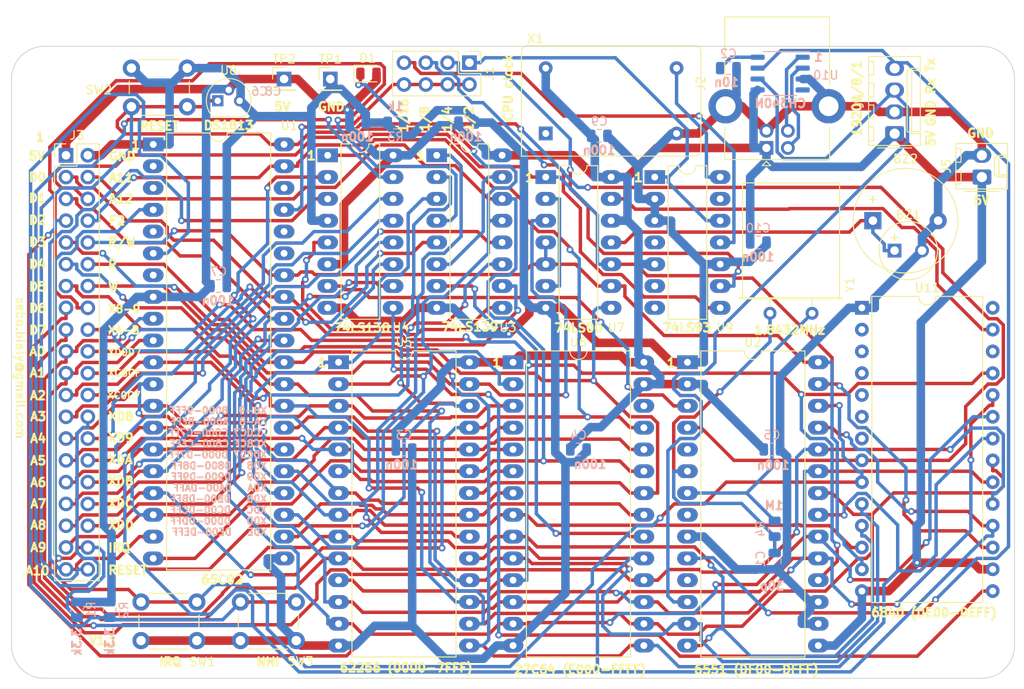
<source format=kicad_pcb>
(kicad_pcb (version 20240108) (generator "pcbnew") (generator_version "8.0")
  (layers (0 "F.Cu" signal) (31 "B.Cu" signal) (34 "B.Paste" user) (35 "F.Paste" user) (36 "B.SilkS" user "B.Silkscreen") (37 "F.SilkS" user "F.Silkscreen") (38 "B.Mask" user) (39 "F.Mask" user) (44 "Edge.Cuts" user))
  (net 0 "")
  (net 4 "/XDF")
  (net 5 "Net-(U2-XTAL1)")
  (net 7 "Net-(U2-XTAL2)")
  (net 8 "/TxD")
  (net 10 "/RxD")
  (net 11 "/XDE")
  (net 13 "/XDD")
  (net 14 "/XDC")
  (net 15 "/XDB")
  (net 16 "/XDA")
  (net 17 "/XD9")
  (net 18 "/XD8")
  (net 19 "/R")
  (net 20 "/W")
  (net 21 "Net-(U7-Pad2)")
  (net 22 "Net-(J1-Pin_1)")
  (net 24 "/D7")
  (net 25 "/D6")
  (net 26 "/D5")
  (net 27 "/D4")
  (net 28 "/D3")
  (net 29 "/D2")
  (net 30 "/D1")
  (net 31 "/D0")
  (net 32 "/RDY")
  (net 33 "/F1")
  (net 34 "/IRQ")
  (net 35 "/NMI")
  (net 36 "/SYNC")
  (net 37 "/A0")
  (net 38 "/A1")
  (net 39 "/A2")
  (net 40 "/A3")
  (net 41 "/A4")
  (net 42 "/A5")
  (net 43 "/A6")
  (net 44 "/A7")
  (net 45 "/A8")
  (net 46 "/A9")
  (net 47 "/A10")
  (net 48 "/A11")
  (net 49 "/A12")
  (net 50 "/A13")
  (net 51 "/A14")
  (net 52 "/A15")
  (net 53 "/RW")
  (net 54 "/F0")
  (net 55 "/SO")
  (net 56 "/F2")
  (net 57 "/RES")
  (net 59 "VCC")
  (net 60 "/XCD")
  (net 61 "/XC0C7")
  (net 62 "/XC8CF")
  (net 63 "/XD0D7")
  (net 64 "/IO")
  (net 65 "/ROM")
  (net 66 "/XAB")
  (net 67 "/X89")
  (net 68 "GND")
  (net 70 "Net-(U10-V3)")
  (net 71 "Net-(J2-D-)")
  (net 72 "Net-(J2-D+)")
  (net 73 "Net-(D1-K)")
  (net 74 "Net-(J1-Pin_3)")
  (net 75 "Net-(J1-Pin_5)")
  (net 76 "Net-(J1-Pin_7)")
  (net 77 "Net-(BZ1-+)")
  (net 78 "/BUZZ")
  (net 79 "Net-(U9-CP0)")
  (footprint "Package_TO_SOT_THT:TO-92" (layer "F.Cu") (at 88.7975 43.18)
    (property "Reference" "U8")
    (property "Value" "DS1813-5+")
  )
  (footprint "Package_DIP:DIP-40_W15.24mm_LongPads" (layer "F.Cu") (at 81.28 48.26)
    (property "Reference" "U1")
    (property "Value" "6502")
  )
  (footprint "Package_DIP:DIP-14_W7.62mm_LongPads" (layer "F.Cu") (at 127 52.07)
    (property "Reference" "U7")
    (property "Value" "74LS00")
  )
  (footprint "MountingHole:MountingHole_3.2mm_M3" (layer "F.Cu") (at 68.58 106.68)
    (property "Reference" "H2" (hide yes))
    (property "Value" "MountingHole")
  )
  (footprint "Button_Switch_THT:SW_PUSH_6mm_H4.3mm" (layer "F.Cu") (at 97.94 106.1 180)
    (property "Reference" "SW3")
    (property "Value" "SW_Push" (hide yes))
  )
  (footprint "Package_DIP:DIP-28_W15.24mm" (layer "F.Cu") (at 163.825 67.31)
    (property "Reference" "U11")
    (property "Value" "MC6840")
  )
  (footprint "Connector_Molex:Molex_KK-254_AE-6410-04A_1x04_P2.54mm_Vertical" (layer "F.Cu") (at 167.64 47.01 90)
    (property "Reference" "J4")
    (property "Value" "Conn_01x04")
  )
  (footprint "Package_DIP:DIP-28_W15.24mm_LongPads" (layer "F.Cu") (at 102.87 73.66)
    (property "Reference" "U5")
    (property "Value" "CY62256-70PC")
  )
  (footprint "MountingHole:MountingHole_3.2mm_M3" (layer "F.Cu") (at 68.58 40.64)
    (property "Reference" "H4" (hide yes))
    (property "Value" "MountingHole")
  )
  (footprint "Diode_SMD:D_0805_2012Metric" (layer "F.Cu") (at 106.3475 40.005)
    (property "Reference" "D1")
    (property "Value" "LED")
  )
  (footprint "Buzzer_Beeper:Buzzer_12x9.5RM7.6" (layer "F.Cu") (at 165.11 57.15)
    (property "Reference" "BZ2")
    (property "Value" "Buzzer")
  )
  (footprint "Package_DIP:DIP-16_W7.62mm_LongPads" (layer "F.Cu") (at 101.6 49.53)
    (property "Reference" "U4")
    (property "Value" "74LS138")
  )
  (footprint "Package_DIP:DIP-28_W15.24mm_LongPads" (layer "F.Cu") (at 123.19 73.66)
    (property "Reference" "U6")
    (property "Value" "27C64")
  )
  (footprint "Connector_USB:USB_B_Lumberg_2411_02_Horizontal" (layer "F.Cu") (at 152.705 48.675 90)
    (property "Reference" "J2")
    (property "Value" "USB_B")
  )
  (footprint "Buzzer_Beeper:MagneticBuzzer_Kingstate_KCG0601" (layer "F.Cu") (at 167.6327 60.6394)
    (property "Reference" "BZ1")
    (property "Value" "Buzzer")
  )
  (footprint "Package_DIP:DIP-16_W7.62mm_LongPads" (layer "F.Cu") (at 114.3 49.53)
    (property "Reference" "U3")
    (property "Value" "74LS139")
  )
  (footprint "Button_Switch_THT:SW_PUSH_6mm_H4.3mm" (layer "F.Cu") (at 86.36 106.1 180)
    (property "Reference" "SW1")
    (property "Value" "SW_Push" (hide yes))
  )
  (footprint "Button_Switch_THT:SW_PUSH_6mm_H4.3mm" (layer "F.Cu") (at 78.74 39.37)
    (property "Reference" "SW2")
    (property "Value" "SW_Push")
  )
  (footprint "Connector_PinHeader_2.54mm:PinHeader_1x01_P2.54mm_Vertical" (layer "F.Cu") (at 101.9056 40.64)
    (property "Reference" "TP1")
    (property "Value" "TestPoint")
  )
  (footprint "Connector_PinHeader_2.54mm:PinHeader_2x20_P2.54mm_Vertical" (layer "F.Cu") (at 71.12 49.53)
    (property "Reference" "J3")
    (property "Value" "Conn_02x20_Odd_Even")
  )
  (footprint "Crystal:Crystal_HC18-U_Horizontal" (layer "F.Cu") (at 158.025 67.945 180)
    (property "Reference" "Y1")
    (property "Value" "1.8432MHz")
  )
  (footprint "MountingHole:MountingHole_3.2mm_M3" (layer "F.Cu") (at 177.8 40.64)
    (property "Reference" "H3" (hide yes))
    (property "Value" "MountingHole")
  )
  (footprint "Connector_PinHeader_2.54mm:PinHeader_2x04_P2.54mm_Vertical" (layer "F.Cu") (at 118.11 38.735 -90)
    (property "Reference" "J1")
    (property "Value" "Conn_02x04_Odd_Even")
  )
  (footprint "Package_DIP:DIP-28_W15.24mm_LongPads" (layer "F.Cu") (at 143.51 73.66)
    (property "Reference" "U2")
    (property "Value" "6551")
  )
  (footprint "Package_DIP:DIP-14_W7.62mm_LongPads" (layer "F.Cu") (at 139.7 52.07)
    (property "Reference" "U9")
    (property "Value" "74LS93")
  )
  (footprint "Oscillator:Oscillator_DIP-14" (layer "F.Cu") (at 127 46.99)
    (property "Reference" "X1")
    (property "Value" "ACO-xxxMHz" (hide yes))
  )
  (footprint "Connector_PinHeader_2.54mm:PinHeader_1x01_P2.54mm_Vertical" (layer "F.Cu") (at 96.52 40.64)
    (property "Reference" "TP2")
    (property "Value" "TestPoint")
  )
  (footprint "Connector_Molex:Molex_KK-254_AE-6410-02A_1x02_P2.54mm_Vertical" (layer "F.Cu") (at 177.8 52.07 90)
    (property "Reference" "J5")
    (property "Value" "Conn_01x02")
  )
  (footprint "MountingHole:MountingHole_3.2mm_M3" (layer "F.Cu") (at 177.8 106.68)
    (property "Reference" "H1" (hide yes))
    (property "Value" "MountingHole")
  )
  (footprint "Capacitor_SMD:C_0805_2012Metric" (layer "B.Cu") (at 110.49 83.82 180)
    (property "Reference" "C3")
    (property "Value" "100n")
  )
  (footprint "Resistor_SMD:R_0805_2012Metric" (layer "B.Cu") (at 72.39 102.5125 90)
    (property "Reference" "R1")
    (property "Value" "3.3k")
  )
  (footprint "Capacitor_SMD:C_0805_2012Metric" (layer "B.Cu") (at 105.09 45.72 180)
    (property "Reference" "C6")
    (property "Value" "100n")
  )
  (footprint "Resistor_SMD:R_0805_2012Metric" (layer "B.Cu") (at 109.4975 45.72)
    (property "Reference" "R3")
    (property "Value" "1k")
  )
  (footprint "Capacitor_SMD:C_0805_2012Metric" (layer "B.Cu") (at 153.67 96.84 90)
    (property "Reference" "C1")
    (property "Value" "30p")
  )
  (footprint "Package_SO:SOP-8_3.9x4.9mm_P1.27mm" (layer "B.Cu") (at 154.305 40.005 180)
    (property "Reference" "U10")
    (property "Value" "CH340N")
  )
  (footprint "Capacitor_SMD:C_0805_2012Metric" (layer "B.Cu") (at 153.3481 83.82 180)
    (property "Reference" "C5")
    (property "Value" "100n")
  )
  (footprint "Capacitor_SMD:C_0805_2012Metric" (layer "B.Cu") (at 117.79 45.72 180)
    (property "Reference" "C8")
    (property "Value" "100n")
  )
  (footprint "Resistor_SMD:R_0805_2012Metric" (layer "B.Cu") (at 76.2 102.5125 90)
    (property "Reference" "R2")
    (property "Value" "3.3k")
  )
  (footprint "Resistor_SMD:R_0805_2012Metric" (layer "B.Cu") (at 153.67 93.0675 -90)
    (property "Reference" "R4")
    (property "Value" "1M")
  )
  (footprint "Capacitor_SMD:C_0805_2012Metric" (layer "B.Cu") (at 130.81 83.82 180)
    (property "Reference" "C4")
    (property "Value" "100n")
  )
  (footprint "Capacitor_SMD:C_0805_2012Metric" (layer "B.Cu") (at 133.2408 47.2569 180)
    (property "Reference" "C9")
    (property "Value" "100n")
  )
  (footprint "Capacitor_SMD:C_0805_2012Metric" (layer "B.Cu") (at 151.765 59.69 180)
    (property "Reference" "C10")
    (property "Value" "100n")
  )
  (footprint "Capacitor_SMD:C_0805_2012Metric" (layer "B.Cu") (at 148.275 39.37 180)
    (property "Reference" "C2")
    (property "Value" "10nF")
  )
  (footprint "Capacitor_SMD:C_0805_2012Metric" (layer "B.Cu") (at 88.9 64.77 180)
    (property "Reference" "C7")
    (property "Value" "100n")
  )
  (gr_line (start 64.77 40.64) (end 64.77 106.68) (stroke (width 0.1)) (layer "Edge.Cuts"))
  (gr_arc (start 177.8 36.83) (mid 180.494077 37.945923) (end 181.61 40.64) (stroke (width 0.1)) (layer "Edge.Cuts"))
  (gr_line (start 177.8 36.83) (end 68.58 36.83) (stroke (width 0.1)) (layer "Edge.Cuts"))
  (gr_arc (start 64.77 40.64) (mid 65.885923 37.945923) (end 68.58 36.83) (stroke (width 0.1)) (layer "Edge.Cuts"))
  (gr_arc (start 181.61 106.68) (mid 180.494077 109.374077) (end 177.8 110.49) (stroke (width 0.1)) (layer "Edge.Cuts"))
  (gr_line (start 181.61 106.68) (end 181.61 40.64) (stroke (width 0.1)) (layer "Edge.Cuts"))
  (gr_line (start 177.8 110.49) (end 68.58 110.49) (stroke (width 0.1)) (layer "Edge.Cuts"))
  (gr_arc (start 68.58 110.49) (mid 65.885923 109.374077) (end 64.77 106.68) (stroke (width 0.1)) (layer "Edge.Cuts"))
  (gr_text "X8-9  8000-9FFF\nXA-B  A000-BFFF\nXC0C7 C000-C7FF\nXC8CF C800-CFFF\nXD0D7 D000-D7FF\nXD8   D800-D8FF\nXD9   D900-D9FF\nXDA   DA00-DAFF\nXDB   DB00-DBFF\nXDC   DC00-DCFF\nXDD   DD00-DDFF\nXDE   DE00-DEFF" (at 94.642711 93.916682 0) (layer "B.SilkS") (effects (font (size 0.8 0.8) (thickness 0.2) (bold yes)) (justify left bottom mirror)))
  (gr_text "CH340N" (at 157.48 44.067115 0) (layer "B.SilkS") (effects (font (size 1 1) (thickness 0.25) (bold yes)) (justify left bottom mirror)))
  (gr_text "100n" (at 112.241642 86.185071 0) (layer "B.SilkS") (effects (font (size 1 1) (thickness 0.25) (bold yes)) (justify left bottom mirror)))
  (gr_text "100n" (at 135.255 49.53 0) (layer "B.SilkS") (effects (font (size 1 1) (thickness 0.25) (bold yes)) (justify left bottom mirror)))
  (gr_text "10n" (at 149.612331 41.602561 0) (layer "B.SilkS") (effects (font (size 1 1) (thickness 0.25) (bold yes)) (justify left bottom mirror)))
  (gr_text "100n" (at 134.195811 86.134772 0) (layer "B.SilkS") (effects (font (size 1 1) (thickness 0.25) (bold yes)) (justify left bottom mirror)))
  (gr_text "100n" (at 90.864769 67.058336 0) (layer "B.SilkS") (effects (font (size 1 1) (thickness 0.25) (bold yes)) (justify left bottom mirror)))
  (gr_text "3.3k" (at 72.96765 104.491026 90) (layer "B.SilkS") (effects (font (size 1 1) (thickness 0.25) (bold yes)) (justify left bottom mirror)))
  (gr_text "100n" (at 153.7477 61.9604 0) (layer "B.SilkS") (effects (font (size 1 1) (thickness 0.25) (bold yes)) (justify left bottom mirror)))
  (gr_text "1M" (at 154.798431 90.934418 0) (layer "B.SilkS") (effects (font (size 1 1) (thickness 0.25) (bold yes)) (justify left bottom mirror)))
  (gr_text "100n" (at 119.735675 47.956707 0) (layer "B.SilkS") (effects (font (size 1 1) (thickness 0.25) (bold yes)) (justify left bottom mirror)))
  (gr_text "3.3k" (at 76.800235 104.438162 90) (layer "B.SilkS") (effects (font (size 1 1) (thickness 0.25) (bold yes)) (justify left bottom mirror)))
  (gr_text "1k" (at 110.560327 44.4017 0) (layer "B.SilkS") (effects (font (size 1 1) (thickness 0.25) (bold yes)) (justify left bottom mirror)))
  (gr_text "30p" (at 154.94 100.33 0) (layer "B.SilkS") (effects (font (size 1 1) (thickness 0.25) (bold yes)) (justify left bottom mirror)))
  (gr_text "100n" (at 155.540398 86.239216 0) (layer "B.SilkS") (effects (font (size 1 1) (thickness 0.25) (bold yes)) (justify left bottom mirror)))
  (gr_text "100n" (at 107.074567 47.954408 0) (layer "B.SilkS") (effects (font (size 1 1) (thickness 0.25) (bold yes)) (justify left bottom mirror)))
  (gr_text "1" (at 159.385 38.657254 0) (layer "B.SilkS") (effects (font (size 1 1) (thickness 0.25) (bold yes)) (justify left bottom mirror)))
  (gr_text "D6" (at 66.68219 67.950908 0) (layer "F.SilkS") (effects (font (size 1 1) (thickness 0.25) (bold yes)) (justify left bottom)))
  (gr_text "A7" (at 66.829639 90.743057 0) (layer "F.SilkS") (effects (font (size 1 1) (thickness 0.25) (bold yes)) (justify left bottom)))
  (gr_text "D0" (at 66.632498 52.678299 0) (layer "F.SilkS") (effects (font (size 1 1) (thickness 0.25) (bold yes)) (justify left bottom)))
  (gr_text "1" (at 99.06 50.165 0) (layer "F.SilkS") (effects (font (size 1 1) (thickness 0.25) (bold yes)) (justify left bottom)))
  (gr_text "D5" (at 66.675641 65.437761 0) (layer "F.SilkS") (effects (font (size 1 1) (thickness 0.25) (bold yes)) (justify left bottom)))
  (gr_text "A11" (at 75.988547 52.729135 0) (layer "F.SilkS") (effects (font (size 1 1) (thickness 0.25) (bold yes)) (justify left bottom)))
  (gr_text "CPU clock" (at 123.19 45.72 90) (layer "F.SilkS") (effects (font (size 1 1) (thickness 0.25) (bold yes)) (justify left bottom)))
  (gr_text "A0" (at 66.713447 72.986552 0) (layer "F.SilkS") (effects (font (size 1 1) (thickness 0.25) (bold yes)) (justify left bottom)))
  (gr_text "D3" (at 66.663766 60.227815 0) (layer "F.SilkS") (effects (font (size 1 1) (thickness 0.25) (bold yes)) (justify left bottom)))
  (gr_text "W" (at 75.878904 65.451348 0) (layer "F.SilkS") (effects (font (size 1 1) (thickness 0.25) (bold yes)) (justify left bottom)))
  (gr_text "D2" (at 66.652018 57.678632 0) (layer "F.SilkS") (effects (font (size 1 1) (thickness 0.25) (bold yes)) (justify left bottom)))
  (gr_text "1" (at 137.16 52.705 0) (layer "F.SilkS") (effects (font (size 1 1) (thickness 0.25) (bold yes)) (justify left bottom)))
  (gr_text "XDC" (at 75.876294 90.716929 0) (layer "F.SilkS") (effects (font (size 1 1) (thickness 0.25) (bold yes)) (justify left bottom)))
  (gr_text "GND" (at 172.44809 46.305806 90) (layer "F.SilkS") (effects (font (size 1 1) (thickness 0.25) (bold yes)) (justify left bottom)))
  (gr_text "1" (at 78.601522 48.908598 0) (layer "F.SilkS") (effects (font (size 1 1) (thickness 0.25) (bold yes)) (justify left bottom)))
  (gr_text "1" (at 124.46 52.705 0) (layer "F.SilkS") (effects (font (size 1 1) (thickness 0.25) (bold yes)) (justify left bottom)))
  (gr_text "74LS00" (at 127.861182 70.233906 0) (layer "F.SilkS") (effects (font (size 1 1) (thickness 0.25) (bold yes)) (justify left bottom)))
  (gr_text "F2" (at 75.988547 57.762146 0) (layer "F.SilkS") (effects (font (size 1 1) (thickness 0.25) (bold yes)) (justify left bottom)))
  (gr_text "74LS93" (at 140.504246 70.215689 0) (layer "F.SilkS") (effects (font (size 1 1) (thickness 0.25) (bold yes)) (justify left bottom)))
  (gr_text "1/4" (at 116.116475 46.929779 90) (layer "F.SilkS") (effects (font (size 1 1) (thickness 0.25) (bold yes)) (justify left bottom)))
  (gr_text "GND" (at 175.961582 47.533302 0) (layer "F.SilkS") (effects (font (size 1 1) (thickness 0.25) (bold yes)) (justify left bottom)))
  (gr_text "5V" (at 172.429526 48.623208 90) (layer "F.SilkS") (effects (font (size 1 1) (thickness 0.25) (bold yes)) (justify left bottom)))
  (gr_text "Tx" (at 172.37573 39.956222 90) (layer "F.SilkS") (effects (font (size 1 1) (thickness 0.25) (bold yes)) (justify left bottom)))
  (gr_text "5V" (at 176.693149 55.35362 0) (layer "F.SilkS") (effects (font (size 1 1) (thickness 0.25) (bold yes)) (justify left bottom)))
  (gr_text "65C02" (at 86.746646 99.591848 0) (layer "F.SilkS") (effects (font (size 1 1) (thickness 0.25) (bold yes)) (justify left bottom)))
  (gr_text "GND" (at 75.983418 50.258338 0) (layer "F.SilkS") (effects (font (size 1 1) (thickness 0.25) (bold yes)) (justify left bottom)))
  (gr_text "RESET" (at 75.906315 98.481813 0) (layer "F.SilkS") (effects (font (size 1 1) (thickness 0.25) (bold yes)) (justify left bottom)))
  (gr_text "A5" (at 66.806144 85.710047 0) (layer "F.SilkS") (effects (font (size 1 1) (thickness 0.25) (bold yes)) (justify left bottom)))
  (gr_text "A12" (at 76.000294 55.207834 0) (layer "F.SilkS") (effects (font (size 1 1) (thickness 0.25) (bold yes)) (justify left bottom)))
  (gr_text "NMI" (at 93.158495 109.184048 0) (layer "F.SilkS") (effects (font (size 1 1) (thickness 0.25) (bold yes)) (justify left bottom)))
  (gr_text "A2" (at 66.782649 78.121979 0) (layer "F.SilkS") (effects (font (size 1 1) (thickness 0.25) (bold yes)) (justify left bottom)))
  (gr_text "XC0C7" (at 75.806393 77.988889 0) (layer "F.SilkS") (effects (font (size 0.8 0.8) (thickness 0.175) (bold yes)) (justify left bottom)))
  (gr_text "6840 (DE00-DEFF)" (at 164.783537 103.427176 0) (layer "F.SilkS") (effects (font (size 1 1) (thickness 0.25) (bold yes)) (justify left bottom)))
  (gr_text "D7" (at 66.691304 70.514403 0) (layer "F.SilkS") (effects (font (size 1 1) (thickness 0.25) (bold yes)) (justify left bottom)))
  (gr_text "XC8CF" (at 75.88689 75.38615 0) (layer "F.SilkS") (effects (font (size 0.8 0.8) (thickness 0.175) (bold yes)) (justify left bottom)))
  (gr_text "X8-9" (at 75.913722 67.980416 0) (layer "F.SilkS") (effects (font (size 0.9 0.9) (thickness 0.225) (bold yes)) (justify left bottom)))
  (gr_text "1/8" (at 113.500973 46.902815 90) (layer "F.SilkS") (effects (font (size 1 1) (thickness 0.25) (bold yes)) (justify left bottom)))
  (gr_text "62256 (0000-7FFF)" (at 102.87 109.855 0) (layer "F.SilkS") (effects (font (size 1 1) (thickness 0.25) (bold yes)) (justify left bottom)))
  (gr_text "5V" (at 66.644245 50.187853 0) (layer "F.SilkS") (effects (font (size 1 1) (thickness 0.25) (bold yes)) (justify left bottom)))
  (gr_text "74LS138" (at 102.164464 70.233906 0) (layer "F.SilkS") (effects (font (size 1 1) (thickness 0.25) (bold yes)) (justify left bottom)))
  (gr_text "XDB" (at 75.871073 88.098613 0) (layer "F.SilkS") (effects (font (size 1 1) (thickness 0.25) (bold yes)) (justify left bottom)))
  (gr_text "1" (at 111.76 50.165 0) (layer "F.SilkS") (effects (font (size 1 1) (thickness 0.25) (bold yes)) (justify left bottom)))
  (gr_text "R" (at 75.871073 62.864358 0) (layer "F.SilkS") (effects (font (size 1 1) (thickness 0.25) (bold yes)) (justify left bottom)))
  (gr_text "6551 (DF00-DFFF)" (at 144.145 110.061842 0) (layer "F.SilkS") (effects (font (size 1 1) (thickness 0.25) (bold yes)) (justify left bottom)))
  (gr_text "XD9" (at 75.891875 83.055206 0) (layer "F.SilkS") (effects (font (size 1 1) (thickness 0.25) (bold yes)) (justify left bottom)))
  (gr_text "IRQ" (at 81.842644 109.172365 0) (layer "F.SilkS") (effects (font (size 1 1) (thickness 0.25) (bold yes)) (justify left bottom)))
  (gr_text "A1" (at 66.748689 75.461256 0) (layer "F.SilkS") (effects (font (size 1 1) (thickness 0.25) (bold yes)) (justify left bottom)))
  (gr_text "A3" (at 66.817891 80.57131 0) (layer "F.SilkS") (effects (font (size 1 1) (thickness 0.25) (bold yes)) (justify left bottom)))
  (gr_text "DS1813" (at 87.014521 46.638771 0) (layer "F.SilkS") (effects (font (size 1 1) (thickness 0.25) (bold yes)) (justify left bottom)))
  (gr_text "D1" (at 66.645596 55.119053 0) (layer "F.SilkS") (effects (font (size 1 1) (thickness 0.25) (bold yes)) (justify left bottom)))
  (gr_text "XD8" (at 75.891875 80.56476 0) (layer "F.SilkS") (effects (font (size 1 1) (thickness 0.25) (bold yes)) (justify left bottom)))
  (gr_text "19200/8/1" (at 163.83 47.421423 90) (layer "F.SilkS") (effects (font (size 1 1) (thickness 0.25) (bold yes)) (justify left bottom)))
  (gr_text "XA-B" (at 75.886736 70.4452 0) (layer "F.SilkS") (effects (font (size 0.9 0.9) (thickness 0.225) (bold yes)) (justify left bottom)))
  (gr_text "1/16" (at 111.020291 47.010671 90) (layer "F.SilkS") (effects (font (size 1 1) (thickness 0.25) (bold yes)) (justify left bottom)))
  (gr_text "sebo.bialy@gmail.com" (at 65.231074 65.934823 -90) (layer "F.SilkS") (effects (font (size 1 1) (thickness 0.1875)) (justify left bottom)))
  (gr_text "V1.1" (at 73.66 106.68 0) (layer "F.SilkS") (effects (font (size 1 1) (thickness 0.25) (bold yes)) (justify left bottom)))
  (gr_text "1" (at 100.33 74.295 0) (layer "F.SilkS") (effects (font (size 1 1) (thickness 0.25) (bold yes)) (justify left bottom)))
  (gr_text "1" (at 120.65 74.295 0) (layer "F.SilkS") (effects (font (size 1 1) (thickness 0.25) (bold yes)) (justify left bottom)))
  (gr_text "XDA" (at 75.88282 85.580825 0) (layer "F.SilkS") (effects (font (size 1 1) (thickness 0.25) (bold yes)) (justify left bottom)))
  (gr_text "R/W" (at 75.871073 60.264339 0) (layer "F.SilkS") (effects (font (size 1 1) (thickness 0.25) (bold yes)) (justify left bottom)))
  (gr_text "A6" (at 66.817891 88.252611 0) (layer "F.SilkS") (effects (font (size 1 1) (thickness 0.25) (bold yes)) (justify left bottom)))
  (gr_text "D4" (at 66.675641 62.814804 0) (layer "F.SilkS") (effects (font (size 1 1) (thickness 0.25) (bold yes)) (justify left bottom)))
  (gr_text "XDD" (at 75.878904 93.219053 0) (layer "F.SilkS") (effects (font (size 1 1) (thickness 0.25) (bold yes)) (justify left bottom)))
  (gr_text "1.8432MHz" (at 151.13 70.485 0) (layer "F.SilkS") (effects (font (size 1 1) (thickness 0.25) (bold yes)) (justify left bottom)))
  (gr_text "1/2" (at 118.651085 46.929779 90) (layer "F.SilkS") (effects (font (size 1 1) (thickness 0.25) (bold yes)) (justify left bottom)))
  (gr_text "A10" (at 66.242269 98.541832 0) (layer "F.SilkS") (effects (font (size 1 1) (thickness 0.25) (bold yes)) (justify left bottom)))
  (gr_text "1" (at 140.97 74.295 0) (layer "F.SilkS") (effects (font (size 1 1) (thickness 0.25) (bold yes)) (justify left bottom)))
  (gr_text "27C64 (E000-FFFF)" (at 123.19 110.047369 0) (layer "F.SilkS") (effects (font (size 1 1) (thickness 0.25) (bold yes)) (justify left bottom)))
  (gr_text "GND" (at 100.33 44.45 0) (layer "F.SilkS") (effects (font (size 1 1) (thickness 0.25) (bold yes)) (justify left bottom)))
  (gr_text "74LS139" (at 114.738556 70.107321 0) (layer "F.SilkS") (effects (font (size 1 1) (thickness 0.25) (bold yes)) (justify left bottom)))
  (gr_text "RESET" (at 79.596192 46.691563 0) (layer "F.SilkS") (effects (font (size 1 1) (thickness 0.25) (bold yes)) (justify left bottom)))
  (gr_text "A4" (at 66.806144 83.125621 0) (layer "F.SilkS") (effects (font (size 1 1) (thickness 0.25) (bold yes)) (justify left bottom)))
  (gr_text "Rx" (at 172.43 42.525 90) (layer "F.SilkS") (effects (font (size 1 1) (thickness 0.25) (bold yes)) (justify left bottom)))
  (gr_text "5V" (at 95.25 44.45 0) (layer "F.SilkS") (effects (font (size 1 1) (thickness 0.25) (bold yes)) (justify left bottom)))
  (gr_text "XD0D7" (at 75.88689 72.971237 0) (layer "F.SilkS") (effects (font (size 0.8 0.8) (thickness 0.175) (bold yes)) (justify left bottom)))
  (gr_text "A8" (at 66.829639 93.226885 0) (layer "F.SilkS") (effects (font (size 1 1) (thickness 0.25) (bold yes)) (justify left bottom)))
  (gr_text "1" (at 67.453697 47.998248 0) (layer "F.SilkS") (effects (font (size 1 1) (thickness 0.25) (bold yes)) (justify left bottom)))
  (gr_text "A9" (at 66.829639 95.823057 0) (layer "F.SilkS") (effects (font (size 1 1) (thickness 0.25) (bold yes)) (justify left bottom)))
  (gr_text "IRQ" (at 75.893285 95.885641 0) (layer "F.SilkS") (effects (font (size 1 1) (thickness 0.25) (bold yes)) (justify left bottom)))
  (segment (start 143.51 78.74) (end 141.9083 78.74) (width 0.4) (layer "F.Cu") (net 4))
  (segment (start 136.5611 76.5072) (end 137.5239 77.47) (width 0.4) (layer "F.Cu") (net 4))
  (segment (start 105.5323 65.1935) (end 106.447 66.1082) (width 0.4) (layer "F.Cu") (net 4))
  (segment (start 101.6 64.77) (end 103.2017 64.77) (width 0.4) (layer "F.Cu") (net 4))
  (segment (start 137.5239 77.47) (end 140.6383 77.47) (width 0.4) (layer "F.Cu") (net 4))
  (segment (start 140.6383 77.47) (end 141.9083 78.74) (width 0.4) (layer "F.Cu") (net 4))
  (segment (start 130.5481 66.1082) (end 133.4188 68.9789) (width 0.4) (layer "F.Cu") (net 4))
  (segment (start 106.447 66.1082) (end 130.5481 66.1082) (width 0.4) (layer "F.Cu") (net 4))
  (segment (start 103.6252 65.1935) (end 105.5323 65.1935) (width 0.4) (layer "F.Cu") (net 4))
  (segment (start 103.2017 64.77) (end 103.6252 65.1935) (width 0.4) (layer "F.Cu") (net 4))
  (via (at 133.4188 68.9789) (size 0.8) (drill 0.4) (layers "F.Cu" "B.Cu") (net 4))
  (via (at 136.5611 76.5072) (size 0.8) (drill 0.4) (layers "F.Cu" "B.Cu") (net 4))
  (segment (start 136.5611 72.1212) (end 133.4188 68.9789) (width 0.4) (layer "B.Cu") (net 4))
  (segment (start 136.5611 76.5072) (end 136.5611 72.1212) (width 0.4) (layer "B.Cu") (net 4))
  (segment (start 141.9083 86.36) (end 141.9083 80.7724) (width 0.4) (layer "F.Cu") (net 5))
  (segment (start 144.3427 80.0464) (end 147.2998 77.0893) (width 0.4) (layer "F.Cu") (net 5))
  (segment (start 143.51 86.36) (end 141.9083 86.36) (width 0.4) (layer "F.Cu") (net 5))
  (segment (start 141.9083 80.7724) (end 142.6343 80.0464) (width 0.4) (layer "F.Cu") (net 5))
  (segment (start 142.6343 80.0464) (end 144.3427 80.0464) (width 0.4) (layer "F.Cu") (net 5))
  (via (at 147.2998 77.0893) (size 0.8) (drill 0.4) (layers "F.Cu" "B.Cu") (net 5))
  (segment (start 153.125 67.945) (end 153.125 71.2641) (width 0.4) (layer "B.Cu") (net 5))
  (segment (start 141.9083 89.3978) (end 142.6152 90.1047) (width 0.4) (layer "B.Cu") (net 5))
  (segment (start 143.51 86.36) (end 141.9083 86.36) (width 0.4) (layer "B.Cu") (net 5))
  (segment (start 149.7947 90.1047) (end 153.67 93.98) (width 0.4) (layer "B.Cu") (net 5))
  (segment (start 142.6152 90.1047) (end 149.7947 90.1047) (width 0.4) (layer "B.Cu") (net 5))
  (segment (start 153.125 71.2641) (end 147.2998 77.0893) (width 0.4) (layer "B.Cu") (net 5))
  (segment (start 141.9083 86.36) (end 141.9083 89.3978) (width 0.4) (layer "B.Cu") (net 5))
  (segment (start 153.67 95.89) (end 153.67 93.98) (width 0.4) (layer "B.Cu") (net 5))
  (segment (start 153.3481 85.9669) (end 150.415 88.9) (width 0.4) (layer "B.Cu") (net 7))
  (segment (start 153.67 92.155) (end 150.415 88.9) (width 0.4) (layer "B.Cu") (net 7))
  (segment (start 153.3481 72.6219) (end 153.3481 85.9669) (width 0.4) (layer "B.Cu") (net 7))
  (segment (start 150.415 88.9) (end 143.51 88.9) (width 0.4) (layer "B.Cu") (net 7))
  (segment (start 158.025 67.945) (end 153.3481 72.6219) (width 0.4) (layer "B.Cu") (net 7))
  (segment (start 170.8677 102.87) (end 152.9235 102.87) (width 0.4) (layer "F.Cu") (net 8))
  (segment (start 172.4124 101.3253) (end 170.8677 102.87) (width 0.4) (layer "F.Cu") (net 8))
  (via (at 152.9235 102.87) (size 0.8) (drill 0.4) (layers "F.Cu" "B.Cu") (net 8))
  (via (at 172.4124 101.3253) (size 0.8) (drill 0.4) (layers "F.Cu" "B.Cu") (net 8))
  (segment (start 145.1117 96.52) (end 145.1881 96.4436) (width 0.4) (layer "B.Cu") (net 8))
  (segment (start 152.3342 39.37) (end 154.3845 37.3197) (width 0.4) (layer "B.Cu") (net 8))
  (segment (start 166.2056 37.3197) (end 167.64 38.7541) (width 0.4) (layer "B.Cu") (net 8))
  (segment (start 167.64 38.7541) (end 169.123 38.7541) (width 0.4) (layer "B.Cu") (net 8))
  (segment (start 167.64 39.39) (end 167.64 38.7541) (width 0.4) (layer "B.Cu") (net 8))
  (segment (start 179.5343 96.52) (end 177.2177 96.52) (width 0.4) (layer "B.Cu") (net 8))
  (segment (start 151.68 39.37) (end 152.3342 39.37) (width 0.4) (layer "B.Cu") (net 8))
  (segment (start 180.9095 50.5406) (end 180.9095 95.1448) (width 0.4) (layer "B.Cu") (net 8))
  (segment (start 169.123 38.7541) (end 180.9095 50.5406) (width 0.4) (layer "B.Cu") (net 8))
  (segment (start 143.51 96.52) (end 145.1117 96.52) (width 0.4) (layer "B.Cu") (net 8))
  (segment (start 146.4971 96.4436) (end 152.9235 102.87) (width 0.4) (layer "B.Cu") (net 8))
  (segment (start 177.2177 96.52) (end 172.4124 101.3253) (width 0.4) (layer "B.Cu") (net 8))
  (segment (start 154.3845 37.3197) (end 166.2056 37.3197) (width 0.4) (layer "B.Cu") (net 8))
  (segment (start 145.1881 96.4436) (end 146.4971 96.4436) (width 0.4) (layer "B.Cu") (net 8))
  (segment (start 180.9095 95.1448) (end 179.5343 96.52) (width 0.4) (layer "B.Cu") (net 8))
  (segment (start 141.9083 76.7625) (end 142.6841 77.5383) (width 0.4) (layer "B.Cu") (net 10))
  (segment (start 141.2281 100.9198) (end 141.9083 101.6) (width 0.4) (layer "B.Cu") (net 10))
  (segment (start 146.714 73.6902) (end 145.417 74.9872) (width 0.4) (layer "B.Cu") (net 10))
  (segment (start 153.955 49.127) (end 154.7348 49.9068) (width 0.4) (layer "B.Cu") (net 10))
  (segment (start 141.9083 75.6341) (end 141.9083 76.7625) (width 0.4) (layer "B.Cu") (net 10))
  (segment (start 142.6841 77.5383) (end 144.4078 77.5383) (width 0.4) (layer "B.Cu") (net 10))
  (segment (start 152.0364 40.64) (end 153.955 42.5586) (width 0.4) (layer "B.Cu") (net 10))
  (segment (start 143.51 101.6) (end 141.9083 101.6) (width 0.4) (layer "B.Cu") (net 10))
  (segment (start 145.1117 78.2422) (end 145.1117 81.7922) (width 0.4) (layer "B.Cu") (net 10))
  (segment (start 145.1117 81.7922) (end 144.3539 82.55) (width 0.4) (layer "B.Cu") (net 10))
  (segment (start 145.417 74.9872) (end 142.5552 74.9872) (width 0.4) (layer "B.Cu") (net 10))
  (segment (start 146.714 70.3528) (end 146.714 73.6902) (width 0.4) (layer "B.Cu") (net 10))
  (segment (start 167.4042 42.1658) (end 169.1416 43.9032) (width 0.4) (layer "B.Cu") (net 10))
  (segment (start 153.955 42.5586) (end 153.955 49.127) (width 0.4) (layer "B.Cu") (net 10))
  (segment (start 144.4078 77.5383) (end 145.1117 78.2422) (width 0.4) (layer "B.Cu") (net 10))
  (segment (start 159.6632 49.9068) (end 167.4042 42.1658) (width 0.4) (layer "B.Cu") (net 10))
  (segment (start 169.1416 47.9252) (end 146.714 70.3528) (width 0.4) (layer "B.Cu") (net 10))
  (segment (start 167.4042 42.1658) (end 167.64 41.93) (width 0.4) (layer "B.Cu") (net 10))
  (segment (start 169.1416 43.9032) (end 169.1416 47.9252) (width 0.4) (layer "B.Cu") (net 10))
  (segment (start 142.5552 74.9872) (end 141.9083 75.6341) (width 0.4) (layer "B.Cu") (net 10))
  (segment (start 141.2281 83.981) (end 141.2281 100.9198) (width 0.4) (layer "B.Cu") (net 10))
  (segment (start 144.3539 82.55) (end 142.6591 82.55) (width 0.4) (layer "B.Cu") (net 10))
  (segment (start 151.68 40.64) (end 152.0364 40.64) (width 0.4) (layer "B.Cu") (net 10))
  (segment (start 142.6591 82.55) (end 141.2281 83.981) (width 0.4) (layer "B.Cu") (net 10))
  (segment (start 154.7348 49.9068) (end 159.6632 49.9068) (width 0.4) (layer "B.Cu") (net 10))
  (segment (start 121.513 105.4564) (end 140.1652 105.4564) (width 0.4) (layer "F.Cu") (net 11))
  (segment (start 120.3185 77.4017) (end 116.0186 77.4017) (width 0.4) (layer "F.Cu") (net 11))
  (segment (start 170.2763 107.917) (end 177.8633 100.33) (width 0.4) (layer "F.Cu") (net 11))
  (segment (start 140.1652 105.4564) (end 142.6258 107.917) (width 0.4) (layer "F.Cu") (net 11))
  (segment (start 179.065 100.33) (end 177.8633 100.33) (width 0.4) (layer "F.Cu") (net 11))
  (segment (start 113.0886 74.4717) (end 109.3002 74.4717) (width 0.4) (layer "F.Cu") (net 11))
  (segment (start 116.0186 77.4017) (end 113.0886 74.4717) (width 0.4) (layer "F.Cu") (net 11))
  (segment (start 142.6258 107.917) (end 170.2763 107.917) (width 0.4) (layer "F.Cu") (net 11))
  (via (at 109.3002 74.4717) (size 0.8) (drill 0.4) (layers "F.Cu" "B.Cu") (net 11))
  (via (at 120.3185 77.4017) (size 0.8) (drill 0.4) (layers "F.Cu" "B.Cu") (net 11))
  (via (at 121.513 105.4564) (size 0.8) (drill 0.4) (layers "F.Cu" "B.Cu") (net 11))
  (segment (start 121.513 105.4564) (end 121.513 78.5962) (width 0.4) (layer "B.Cu") (net 11))
  (segment (start 121.513 78.5962) (end 120.3185 77.4017) (width 0.4) (layer "B.Cu") (net 11))
  (segment (start 109.22 74.3915) (end 109.3002 74.4717) (width 0.4) (layer "B.Cu") (net 11))
  (segment (start 109.22 67.31) (end 109.22 74.3915) (width 0.4) (layer "B.Cu") (net 11))
  (segment (start 107.6183 64.77) (end 107.2139 64.3656) (width 0.4) (layer "F.Cu") (net 13))
  (segment (start 73.66 92.71) (end 77.0147 92.71) (width 0.4) (layer "F.Cu") (net 13))
  (segment (start 79.5546 90.1701) (end 87.9709 90.1701) (width 0.4) (layer "F.Cu") (net 13))
  (segment (start 109.22 64.77) (end 107.6183 64.77) (width 0.4) (layer "F.Cu") (net 13))
  (segment (start 77.0147 92.71) (end 79.5546 90.1701) (width 0.4) (layer "F.Cu") (net 13))
  (segment (start 107.2139 64.3656) (end 104.0845 64.3656) (width 0.4) (layer "F.Cu") (net 13))
  (segment (start 87.9709 90.1701) (end 91.6074 86.5336) (width 0.4) (layer "F.Cu") (net 13))
  (via (at 91.6074 86.5336) (size 0.8) (drill 0.4) (layers "F.Cu" "B.Cu") (net 13))
  (via (at 104.0845 64.3656) (size 0.8) (drill 0.4) (layers "F.Cu" "B.Cu") (net 13))
  (segment (start 92.67 74.0596) (end 94.9015 71.8281) (width 0.4) (layer "B.Cu") (net 13))
  (segment (start 91.4769 77.7859) (end 91.4769 77.3614) (width 0.4) (layer "B.Cu") (net 13))
  (segment (start 98.2062 68.5946) (end 100.7608 66.04) (width 0.4) (layer "B.Cu") (net 13))
  (segment (start 102.4378 66.04) (end 104.0845 64.3933) (width 0.4) (layer "B.Cu") (net 13))
  (segment (start 98.2062 69.0069) (end 98.2062 68.5946) (width 0.4) (layer "B.Cu") (net 13))
  (segment (start 94.9015 71.8281) (end 94.9015 70.6252) (width 0.4) (layer "B.Cu") (net 13))
  (segment (start 92.0683 76.77) (end 92.0683 75.6445) (width 0.4) (layer "B.Cu") (net 13))
  (segment (start 91.4769 77.3614) (end 92.0683 76.77) (width 0.4) (layer "B.Cu") (net 13))
  (segment (start 94.9015 70.6252) (end 95.6095 69.9172) (width 0.4) (layer "B.Cu") (net 13))
  (segment (start 91.3674 86.2936) (end 91.3674 77.8954) (width 0.4) (layer "B.Cu") (net 13))
  (segment (start 104.0845 64.3933) (end 104.0845 64.3656) (width 0.4) (layer "B.Cu") (net 13))
  (segment (start 97.2959 69.9172) (end 98.2062 69.0069) (width 0.4) (layer "B.Cu") (net 13))
  (segment (start 91.6074 86.5336) (end 91.3674 86.2936) (width 0.4) (layer "B.Cu") (net 13))
  (segment (start 91.3674 77.8954) (end 91.4769 77.7859) (width 0.4) (layer "B.Cu") (net 13))
  (segment (start 95.6095 69.9172) (end 97.2959 69.9172) (width 0.4) (layer "B.Cu") (net 13))
  (segment (start 100.7608 66.04) (end 102.4378 66.04) (width 0.4) (layer "B.Cu") (net 13))
  (segment (start 92.67 75.0428) (end 92.67 74.0596) (width 0.4) (layer "B.Cu") (net 13))
  (segment (start 92.0683 75.6445) (end 92.67 75.0428) (width 0.4) (layer "B.Cu") (net 13))
  (segment (start 77.0147 90.17) (end 79.5547 87.63) (width 0.4) (layer "F.Cu") (net 14))
  (segment (start 79.5547 87.63) (end 89.1187 87.63) (width 0.4) (layer "F.Cu") (net 14))
  (segment (start 89.1187 87.63) (end 92.1691 84.5796) (width 0.4) (layer "F.Cu") (net 14))
  (segment (start 73.66 90.17) (end 77.0147 90.17) (width 0.4) (layer "F.Cu") (net 14))
  (via (at 92.1691 84.5796) (size 0.8) (drill 0.4) (layers "F.Cu" "B.Cu") (net 14))
  (segment (start 106.917 64.9716) (end 106.917 62.9313) (width 0.4) (layer "B.Cu") (net 14))
  (segment (start 92.0683 78.0453) (end 92.0786 78.035) (width 0.4) (layer "B.Cu") (net 14))
  (segment (start 93.2717 75.2919) (end 93.2717 74.8078) (width 0.4) (layer "B.Cu") (net 14))
  (segment (start 92.1691 84.5796) (end 92.0422 84.4527) (width 0.4) (layer "B.Cu") (net 14))
  (segment (start 92.0786 78.035) (end 92.0786 77.6105) (width 0.4) (layer "B.Cu") (net 14))
  (segment (start 92.0683 78.2212) (end 92.0683 78.0453) (width 0.4) (layer "B.Cu") (net 14))
  (segment (start 92.67 75.8936) (end 93.2717 75.2919) (width 0.4) (layer "B.Cu") (net 14))
  (segment (start 99.4986 72.39) (end 106.917 64.9716) (width 0.4) (layer "B.Cu") (net 14))
  (segment (start 92.67 77.0191) (end 92.67 75.8936) (width 0.4) (layer "B.Cu") (net 14))
  (segment (start 106.917 62.9313) (end 107.6183 62.23) (width 0.4) (layer "B.Cu") (net 14))
  (segment (start 109.22 62.23) (end 107.6183 62.23) (width 0.4) (layer "B.Cu") (net 14))
  (segment (start 92.0422 78.2473) (end 92.0683 78.2212) (width 0.4) (layer "B.Cu") (net 14))
  (segment (start 93.2717 74.8078) (end 95.6895 72.39) (width 0.4) (layer "B.Cu") (net 14))
  (segment (start 95.6895 72.39) (end 99.4986 72.39) (width 0.4) (layer "B.Cu") (net 14))
  (segment (start 92.0786 77.6105) (end 92.67 77.0191) (width 0.4) (layer "B.Cu") (net 14))
  (segment (start 92.0422 84.4527) (end 92.0422 78.2473) (width 0.4) (layer "B.Cu") (net 14))
  (segment (start 79.5685 85.5447) (end 79.6544 85.5447) (width 0.4) (layer "F.Cu") (net 15))
  (segment (start 73.66 87.63) (end 77.4832 87.63) (width 0.4) (layer "F.Cu") (net 15))
  (segment (start 99.5286 65.9979) (end 103.6424 65.9979) (width 0.4) (layer "F.Cu") (net 15))
  (segment (start 77.4832 87.63) (end 79.5685 85.5447) (width 0.4) (layer "F.Cu") (net 15))
  (via (at 79.6544 85.5447) (size 0.8) (drill 0.4) (layers "F.Cu" "B.Cu") (net 15))
  (via (at 99.5286 65.9979) (size 0.8) (drill 0.4) (layers "F.Cu" "B.Cu") (net 15))
  (via (at 103.6424 65.9979) (size 0.8) (drill 0.4) (layers "F.Cu" "B.Cu") (net 15))
  (segment (start 89.3088 77.953) (end 82.1718 85.09) (width 0.4) (layer "B.Cu") (net 15))
  (segment (start 104.9212 62.3871) (end 107.6183 59.69) (width 0.4) (layer "B.Cu") (net 15))
  (segment (start 82.1718 85.09) (end 80.1091 85.09) (width 0.4) (layer "B.Cu") (net 15))
  (segment (start 99.5286 65.9979) (end 98.2165 67.31) (width 0.4) (layer "B.Cu") (net 15))
  (segment (start 90.8649 74.1709) (end 89.3088 75.727) (width 0.4) (layer "B.Cu") (net 15))
  (segment (start 103.6424 65.9979) (end 104.9212 64.7191) (width 0.4) (layer "B.Cu") (net 15))
  (segment (start 95.3208 67.3101) (end 90.8649 71.766) (width 0.4) (layer "B.Cu") (net 15))
  (segment (start 90.8649 71.766) (end 90.8649 74.1709) (width 0.4) (layer "B.Cu") (net 15))
  (segment (start 89.3088 75.727) (end 89.3088 77.953) (width 0.4) (layer "B.Cu") (net 15))
  (segment (start 95.3208 67.31) (end 95.3208 67.3101) (width 0.4) (layer "B.Cu") (net 15))
  (segment (start 98.2165 67.31) (end 95.3208 67.31) (width 0.4) (layer "B.Cu") (net 15))
  (segment (start 104.9212 64.7191) (end 104.9212 62.3871) (width 0.4) (layer "B.Cu") (net 15))
  (segment (start 109.22 59.69) (end 107.6183 59.69) (width 0.4) (layer "B.Cu") (net 15))
  (segment (start 80.1091 85.09) (end 79.6544 85.5447) (width 0.4) (layer "B.Cu") (net 15))
  (segment (start 73.66 85.09) (end 76.935 85.09) (width 0.4) (layer "F.Cu") (net 16))
  (via (at 76.935 85.09) (size 0.8) (drill 0.4) (layers "F.Cu" "B.Cu") (net 16))
  (segment (start 97.4666 62.2982) (end 98.7945 60.9703) (width 0.4) (layer "B.Cu") (net 16))
  (segment (start 91.6637 67.8488) (end 92.1117 67.4008) (width 0.4) (layer "B.Cu") (net 16))
  (segment (start 92.1117 67.4008) (end 92.1117 67.2889) (width 0.4) (layer "B.Cu") (net 16))
  (segment (start 86.1775 75.9522) (end 86.1775 73.2401) (width 0.4) (layer "B.Cu") (net 16))
  (segment (start 82.1197 80.01) (end 86.1775 75.9522) (width 0.4) (layer "B.Cu") (net 16))
  (segment (start 109.22 57.15) (end 107.6183 57.15) (width 0.4) (layer "B.Cu") (net 16))
  (segment (start 91.5688 67.8488) (end 91.6637 67.8488) (width 0.4) (layer "B.Cu") (net 16))
  (segment (start 92.1117 67.2889) (end 94.9183 64.4823) (width 0.4) (layer "B.Cu") (net 16))
  (segment (start 76.935 85.09) (end 76.935 83.4588) (width 0.4) (layer "B.Cu") (net 16))
  (segment (start 86.1775 73.2401) (end 91.5688 67.8488) (width 0.4) (layer "B.Cu") (net 16))
  (segment (start 98.7945 60.9703) (end 103.798 60.9703) (width 0.4) (layer "B.Cu") (net 16))
  (segment (start 94.9183 63.0022) (end 95.6222 62.2983) (width 0.4) (layer "B.Cu") (net 16))
  (segment (start 97.4666 62.2983) (end 97.4666 62.2982) (width 0.4) (layer "B.Cu") (net 16))
  (segment (start 80.3838 80.01) (end 82.1197 80.01) (width 0.4) (layer "B.Cu") (net 16))
  (segment (start 103.798 60.9703) (end 107.6183 57.15) (width 0.4) (layer "B.Cu") (net 16))
  (segment (start 95.6222 62.2983) (end 97.4666 62.2983) (width 0.4) (layer "B.Cu") (net 16))
  (segment (start 76.935 83.4588) (end 80.3838 80.01) (width 0.4) (layer "B.Cu") (net 16))
  (segment (start 94.9183 64.4823) (end 94.9183 63.0022) (width 0.4) (layer "B.Cu") (net 16))
  (segment (start 75.3893 82.0724) (end 76.603 82.0724) (width 0.4) (layer "F.Cu") (net 17))
  (segment (start 73.66 82.55) (end 74.9117 82.55) (width 0.4) (layer "F.Cu") (net 17))
  (segment (start 74.9117 82.55) (end 75.3893 82.0724) (width 0.4) (layer "F.Cu") (net 17))
  (via (at 76.603 82.0724) (size 0.8) (drill 0.4) (layers "F.Cu" "B.Cu") (net 17))
  (segment (start 83.4318 74.9983) (end 80.0291 74.9983) (width 0.4) (layer "B.Cu") (net 17))
  (segment (start 91.51 67.1517) (end 91.4146 67.2471) (width 0.4) (layer "B.Cu") (net 17))
  (segment (start 95.603 59.7583) (end 94.1057 61.2556) (width 0.4) (layer "B.Cu") (net 17))
  (segment (start 107.6183 54.61) (end 103.8083 58.42) (width 0.4) (layer "B.Cu") (net 17))
  (segment (start 94.1057 64.4421) (end 91.51 67.0378) (width 0.4) (layer "B.Cu") (net 17))
  (segment (start 109.22 54.61) (end 107.6183 54.61) (width 0.4) (layer "B.Cu") (net 17))
  (segment (start 103.8083 58.42) (end 99.9966 58.42) (width 0.4) (layer "B.Cu") (net 17))
  (segment (start 76.603 78.4244) (end 76.603 82.0724) (width 0.4) (layer "B.Cu") (net 17))
  (segment (start 98.6583 59.7583) (end 95.603 59.7583) (width 0.4) (layer "B.Cu") (net 17))
  (segment (start 91.183 67.2471) (end 83.4318 74.9983) (width 0.4) (layer "B.Cu") (net 17))
  (segment (start 99.9966 58.42) (end 98.6583 59.7583) (width 0.4) (layer "B.Cu") (net 17))
  (segment (start 94.1057 61.2556) (end 94.1057 64.4421) (width 0.4) (layer "B.Cu") (net 17))
  (segment (start 91.4146 67.2471) (end 91.183 67.2471) (width 0.4) (layer "B.Cu") (net 17))
  (segment (start 80.0291 74.9983) (end 76.603 78.4244) (width 0.4) (layer "B.Cu") (net 17))
  (segment (start 91.51 67.0378) (end 91.51 67.1517) (width 0.4) (layer "B.Cu") (net 17))
  (segment (start 78.389 45.3815) (end 77.9076 45.8629) (width 0.4) (layer "F.Cu") (net 18))
  (segment (start 101.7038 45.3815) (end 78.389 45.3815) (width 0.4) (layer "F.Cu") (net 18))
  (via (at 101.7038 45.3815) (size 0.8) (drill 0.4) (layers "F.Cu" "B.Cu") (net 18))
  (via (at 77.9076 45.8629) (size 0.8) (drill 0.4) (layers "F.Cu" "B.Cu") (net 18))
  (segment (start 67.6138 53.7413) (end 67.6138 96.9518) (width 0.4) (layer "B.Cu") (net 18))
  (segment (start 73.1123 81.2617) (end 73.66 81.2617) (width 0.4) (layer "B.Cu") (net 18))
  (segment (start 74.1987 50.8) (end 70.5551 50.8) (width 0.4) (layer "B.Cu") (net 18))
  (segment (start 73.1479 96.52) (end 72.4083 95.7804) (width 0.4) (layer "B.Cu") (net 18))
  (segment (start 72.4083 81.9657) (end 73.1123 81.2617) (width 0.4) (layer "B.Cu") (net 18))
  (segment (start 101.7038 45.3815) (end 101.7038 46.1555) (width 0.4) (layer "B.Cu") (net 18))
  (segment (start 74.23 96.52) (end 73.1479 96.52) (width 0.4) (layer "B.Cu") (net 18))
  (segment (start 77.9076 45.8629) (end 77.9076 47.0911) (width 0.4) (layer "B.Cu") (net 18))
  (segment (start 73.5561 99.6909) (end 74.9117 98.3353) (width 0.4) (layer "B.Cu") (net 18))
  (segment (start 72.4083 95.7804) (end 72.4083 81.9657) (width 0.4) (layer "B.Cu") (net 18))
  (segment (start 73.66 80.01) (end 73.66 81.2617) (width 0.4) (layer "B.Cu") (net 18))
  (segment (start 70.5551 50.8) (end 67.6138 53.7413) (width 0.4) (layer "B.Cu") (net 18))
  (segment (start 67.6138 96.9518) (end 70.3529 99.6909) (width 0.4) (layer "B.Cu") (net 18))
  (segment (start 74.9117 97.2017) (end 74.23 96.52) (width 0.4) (layer "B.Cu") (net 18))
  (segment (start 77.9076 47.0911) (end 74.1987 50.8) (width 0.4) (layer "B.Cu") (net 18))
  (segment (start 74.9117 98.3353) (end 74.9117 97.2017) (width 0.4) (layer "B.Cu") (net 18))
  (segment (start 70.3529 99.6909) (end 73.5561 99.6909) (width 0.4) (layer "B.Cu") (net 18))
  (segment (start 109.22 52.07) (end 107.6183 52.07) (width 0.4) (layer "B.Cu") (net 18))
  (segment (start 101.7038 46.1555) (end 107.6183 52.07) (width 0.4) (layer "B.Cu") (net 18))
  (segment (start 125.7348 74.9314) (end 126.5988 75.7954) (width 0.4) (layer "F.Cu") (net 19))
  (segment (start 120.9137 87.698) (end 119.7117 88.9) (width 0.4) (layer "F.Cu") (net 19))
  (segment (start 114.3512 72.2301) (end 117.0525 74.9314) (width 0.4) (layer "F.Cu") (net 19))
  (segment (start 110.2156 72.2301) (end 114.3512 72.2301) (width 0.4) (layer "F.Cu") (net 19))
  (segment (start 117.0525 74.9314) (end 125.7348 74.9314) (width 0.4) (layer "F.Cu") (net 19))
  (segment (start 109.8364 71.8509) (end 110.2156 72.2301) (width 0.4) (layer "F.Cu") (net 19))
  (segment (start 82.5158 62.23) (end 88.9608 68.675) (width 0.4) (layer "F.Cu") (net 19))
  (segment (start 140.0317 80.7351) (end 140.0317 88.9) (width 0.4) (layer "F.Cu") (net 19))
  (segment (start 74.9117 62.23) (end 82.5158 62.23) (width 0.4) (layer "F.Cu") (net 19))
  (segment (start 88.9608 68.675) (end 90.0972 68.675) (width 0.4) (layer "F.Cu") (net 19))
  (segment (start 139.3066 80.01) (end 140.0317 80.7351) (width 0.4) (layer "F.Cu") (net 19))
  (segment (start 138.43 88.9) (end 140.0317 88.9) (width 0.4) (layer "F.Cu") (net 19))
  (segment (start 136.8283 88.9) (end 135.6263 87.698) (width 0.4) (layer "F.Cu") (net 19))
  (segment (start 118.11 88.9) (end 119.7117 88.9) (width 0.4) (layer "F.Cu") (net 19))
  (segment (start 93.7595 72.3373) (end 98.4126 72.3373) (width 0.4) (layer "F.Cu") (net 19))
  (segment (start 126.5988 75.7954) (end 132.5834 75.7954) (width 0.4) (layer "F.Cu") (net 19))
  (segment (start 132.5834 75.7954) (end 136.798 80.01) (width 0.4) (layer "F.Cu") (net 19))
  (segment (start 98.4126 72.3373) (end 98.899 71.8509) (width 0.4) (layer "F.Cu") (net 19))
  (segment (start 73.66 62.23) (end 74.9117 62.23) (width 0.4) (layer "F.Cu") (net 19))
  (segment (start 136.798 80.01) (end 139.3066 80.01) (width 0.4) (layer "F.Cu") (net 19))
  (segment (start 138.43 88.9) (end 136.8283 88.9) (width 0.4) (layer "F.Cu") (net 19))
  (segment (start 90.0972 68.675) (end 93.7595 72.3373) (width 0.4) (layer "F.Cu") (net 19))
  (segment (start 98.899 71.8509) (end 109.8364 71.8509) (width 0.4) (layer "F.Cu") (net 19))
  (segment (start 135.6263 87.698) (end 120.9137 87.698) (width 0.4) (layer "F.Cu") (net 19))
  (via (at 132.5834 75.7954) (size 0.8) (drill 0.4) (layers "F.Cu" "B.Cu") (net 19))
  (segment (start 132.5834 67.7449) (end 132.5834 75.7954) (width 0.4) (layer "B.Cu") (net 19))
  (segment (start 134.62 67.31) (end 133.0183 67.31) (width 0.4) (layer "B.Cu") (net 19))
  (segment (start 133.0183 67.31) (end 132.5834 67.7449) (width 0.4) (layer "B.Cu") (net 19))
  (segment (start 105.805 73.6361) (end 104.5498 74.8913) (width 0.4) (layer "F.Cu") (net 20))
  (segment (start 83.5093 65.8192) (end 82.4601 64.77) (width 0.4) (layer "F.Cu") (net 20))
  (segment (start 83.9875 65.8192) (end 83.5093 65.8192) (width 0.4) (layer "F.Cu") (net 20))
  (segment (start 104.5498 74.8913) (end 94.544 74.8913) (width 0.4) (layer "F.Cu") (net 20))
  (segment (start 121.6916 77.4699) (end 129.347 77.4699) (width 0.4) (layer "F.Cu") (net 20))
  (segment (start 73.66 64.77) (end 74.9117 64.77) (width 0.4) (layer "F.Cu") (net 20))
  (segment (start 120.4217 76.2) (end 121.6916 77.4699) (width 0.4) (layer "F.Cu") (net 20))
  (segment (start 118.11 76.2) (end 115.8485 76.2) (width 0.4) (layer "F.Cu") (net 20))
  (segment (start 113.2846 73.6361) (end 105.805 73.6361) (width 0.4) (layer "F.Cu") (net 20))
  (segment (start 89.5311 69.8784) (end 88.0467 69.8784) (width 0.4) (layer "F.Cu") (net 20))
  (segment (start 82.4601 64.77) (end 74.9117 64.77) (width 0.4) (layer "F.Cu") (net 20))
  (segment (start 88.0467 69.8784) (end 83.9875 65.8192) (width 0.4) (layer "F.Cu") (net 20))
  (segment (start 94.544 74.8913) (end 89.5311 69.8784) (width 0.4) (layer "F.Cu") (net 20))
  (segment (start 115.8485 76.2) (end 113.2846 73.6361) (width 0.4) (layer "F.Cu") (net 20))
  (segment (start 118.11 76.2) (end 120.4217 76.2) (width 0.4) (layer "F.Cu") (net 20))
  (via (at 129.347 77.4699) (size 0.8) (drill 0.4) (layers "F.Cu" "B.Cu") (net 20))
  (segment (start 125.3983 65.2678) (end 126.1705 66.04) (width 0.4) (layer "B.Cu") (net 20))
  (segment (start 125.3983 57.15) (end 125.3983 65.2678) (width 0.4) (layer "B.Cu") (net 20))
  (segment (start 126.1705 66.04) (end 127.851 66.04) (width 0.4) (layer "B.Cu") (net 20))
  (segment (start 127 57.15) (end 125.3983 57.15) (width 0.4) (layer "B.Cu") (net 20))
  (segment (start 129.347 67.536) (end 129.347 77.4699) (width 0.4) (layer "B.Cu") (net 20))
  (segment (start 127.851 66.04) (end 129.347 67.536) (width 0.4) (layer "B.Cu") (net 20))
  (segment (start 127 54.61) (end 128.6017 54.61) (width 0.4) (layer "B.Cu") (net 21))
  (segment (start 127 64.77) (end 128.6017 64.77) (width 0.4) (layer "B.Cu") (net 21))
  (segment (start 128.6017 64.77) (end 128.6017 54.61) (width 0.4) (layer "B.Cu") (net 21))
  (segment (start 141.3017 52.7334) (end 141.3017 52.07) (width 0.4) (layer "B.Cu") (net 22))
  (segment (start 147.32 57.15) (end 145.7183 57.15) (width 0.4) (layer "B.Cu") (net 22))
  (segment (start 118.11 38.735) (end 119.3617 38.735) (width 0.4) (layer "B.Cu") (net 22))
  (segment (start 145.7183 57.15) (end 141.3017 52.7334) (width 0.4) (layer "B.Cu") (net 22))
  (segment (start 119.9318 38.1649) (end 135.1144 38.1649) (width 0.4) (layer "B.Cu") (net 22))
  (segment (start 143.4768 46.5273) (end 143.4768 49.8949) (width 0.4) (layer "B.Cu") (net 22))
  (segment (start 119.3617 38.735) (end 119.9318 38.1649) (width 0.4) (layer "B.Cu") (net 22))
  (segment (start 135.1144 38.1649) (end 143.4768 46.5273) (width 0.4) (layer "B.Cu") (net 22))
  (segment (start 139.7 52.07) (end 141.3017 52.07) (width 0.4) (layer "B.Cu") (net 22))
  (segment (start 143.4768 49.8949) (end 141.3017 52.07) (width 0.4) (layer "B.Cu") (net 22))
  (segment (start 96.52 83.82) (end 94.9183 83.82) (width 0.4) (layer "F.Cu") (net 24))
  (segment (start 162.0214 82.1017) (end 161.1734 82.1017) (width 0.4) (layer "F.Cu") (net 24))
  (segment (start 84.1517 82.55) (end 79.9103 82.55) (width 0.4) (layer "F.Cu") (net 24))
  (segment (start 68.004 73.6738) (end 70.5761 71.1017) (width 0.4) (layer "F.Cu") (net 24))
  (segment (start 126.2739 96.52) (end 136.8283 96.52) (width 0.4) (layer "F.Cu") (net 24))
  (segment (start 125.0189 95.265) (end 126.2739 96.52) (width 0.4) (layer "F.Cu") (net 24))
  (segment (start 84.7305 83.1288) (end 84.1517 82.55) (width 0.4) (layer "F.Cu") (net 24))
  (segment (start 118.11 96.52) (end 119.7117 96.52) (width 0.4) (layer "F.Cu") (net 24))
  (segment (start 71.12 69.85) (end 71.12 71.1017) (width 0.4) (layer "F.Cu") (net 24))
  (segment (start 73.2787 104.3406) (end 68.004 99.0659) (width 0.4) (layer "F.Cu") (net 24))
  (segment (start 74.3383 104.3406) (end 73.2787 104.3406) (width 0.4) (layer "F.Cu") (net 24))
  (segment (start 179.065 92.71) (end 177.8633 92.71) (width 0.4) (layer "F.Cu") (net 24))
  (segment (start 177.8633 92.71) (end 176.1919 91.0386) (width 0.4) (layer "F.Cu") (net 24))
  (segment (start 70.5761 71.1017) (end 71.12 71.1017) (width 0.4) (layer "F.Cu") (net 24))
  (segment (start 68.004 99.0659) (end 68.004 73.6738) (width 0.4) (layer "F.Cu") (net 24))
  (segment (start 119.7117 96.52) (end 120.9667 95.265) (width 0.4) (layer "F.Cu") (net 24))
  (segment (start 120.9667 95.265) (end 125.0189 95.265) (width 0.4) (layer "F.Cu") (net 24))
  (segment (start 94.9183 83.82) (end 94.2271 83.1288) (width 0.4) (layer "F.Cu") (net 24))
  (segment (start 158.75 81.28) (end 160.3517 81.28) (width 0.4) (layer "F.Cu") (net 24))
  (segment (start 138.43 96.52) (end 136.8283 96.52) (width 0.4) (layer "F.Cu") (net 24))
  (segment (start 161.1734 82.1017) (end 160.3517 81.28) (width 0.4) (layer "F.Cu") (net 24))
  (segment (start 79.9103 82.55) (end 77.976 84.4843) (width 0.4) (layer "F.Cu") (net 24))
  (segment (start 176.1919 91.0386) (end 169.5871 91.0386) (width 0.4) (layer "F.Cu") (net 24))
  (segment (start 94.2271 83.1288) (end 84.7305 83.1288) (width 0.4) (layer "F.Cu") (net 24))
  (via (at 74.3383 104.3406) (size 0.8) (drill 0.4) (layers "F.Cu" "B.Cu") (net 24))
  (via (at 77.976 84.4843) (size 0.8) (drill 0.4) (layers "F.Cu" "B.Cu") (net 24))
  (via (at 169.5871 91.0386) (size 0.8) (drill 0.4) (layers "F.Cu" "B.Cu") (net 24))
  (via (at 162.0214 82.1017) (size 0.8) (drill 0.4) (layers "F.Cu" "B.Cu") (net 24))
  (segment (start 162.535 109.7467) (end 178.37 93.9117) (width 0.4) (layer "B.Cu") (net 24))
  (segment (start 90.8442 100.191) (end 92.0736 100.191) (width 0.4) (layer "B.Cu") (net 24))
  (segment (start 133.5665 109.7467) (end 162.535 109.7467) (width 0.4) (layer "B.Cu") (net 24))
  (segment (start 77.976 95.346) (end 85.6448 103.0148) (width 0.4) (layer "B.Cu") (net 24))
  (segment (start 163.3216 83.82) (end 164.3386 83.82) (width 0.4) (layer "B.Cu") (net 24))
  (segment (start 88.0204 103.0148) (end 90.8442 100.191) (width 0.4) (layer "B.Cu") (net 24))
  (segment (start 178.37 93.9117) (end 179.065 93.9117) (width 0.4) (layer "B.Cu") (net 24))
  (segment (start 179.065 92.71) (end 179.065 93.9117) (width 0.4) (layer "B.Cu") (net 24))
  (segment (start 133.0237 109.2039) (end 133.5665 109.7467) (width 0.4) (layer "B.Cu") (net 24))
  (segment (start 133.0237 109.2039) (end 133.0237 100.3246) (width 0.4) (layer "B.Cu") (net 24))
  (segment (start 138.43 96.52) (end 136.8283 96.52) (width 0.4) (layer "B.Cu") (net 24))
  (segment (start 164.3386 83.82) (end 165.6615 85.1429) (width 0.4) (layer "B.Cu") (net 24))
  (segment (start 133.0237 100.3246) (end 136.8283 96.52) (width 0.4) (layer "B.Cu") (net 24))
  (segment (start 162.6233 82.7036) (end 162.6233 83.1217) (width 0.4) (layer "B.Cu") (net 24))
  (segment (start 98.2715 109.7565) (end 132.4711 109.7565) (width 0.4) (layer "B.Cu") (net 24))
  (segment (start 92.8556 104.3406) (end 74.3383 104.3406) (width 0.4) (layer "B.Cu") (net 24))
  (segment (start 92.0736 100.191) (end 92.8556 100.973) (width 0.4) (layer "B.Cu") (net 24))
  (segment (start 85.6448 103.0148) (end 88.0204 103.0148) (width 0.4) (layer "B.Cu") (net 24))
  (segment (start 92.8556 100.973) (end 92.8556 104.3406) (width 0.4) (layer "B.Cu") (net 24))
  (segment (start 162.0214 82.1017) (end 162.6233 82.7036) (width 0.4) (layer "B.Cu") (net 24))
  (segment (start 169.0894 91.0386) (end 169.5871 91.0386) (width 0.4) (layer "B.Cu") (net 24))
  (segment (start 162.6233 83.1217) (end 163.3216 83.82) (width 0.4) (layer "B.Cu") (net 24))
  (segment (start 77.976 84.4843) (end 77.976 95.346) (width 0.4) (layer "B.Cu") (net 24))
  (segment (start 165.6615 85.1429) (end 165.6615 87.6107) (width 0.4) (layer "B.Cu") (net 24))
  (segment (start 92.8556 104.3406) (end 98.2715 109.7565) (width 0.4) (layer "B.Cu") (net 24))
  (segment (start 165.6615 87.6107) (end 169.0894 91.0386) (width 0.4) (layer "B.Cu") (net 24))
  (segment (start 132.4711 109.7565) (end 133.0237 109.2039) (width 0.4) (layer "B.Cu") (net 24))
  (segment (start 100.3465 99.484) (end 100.3465 101.2421) (width 0.4) (layer "F.Cu") (net 25))
  (segment (start 71.12 67.31) (end 71.12 68.5617) (width 0.4) (layer "F.Cu") (net 25))
  (segment (start 158.75 83.82) (end 174.1074 83.82) (width 0.4) (layer "F.Cu") (net 25))
  (segment (start 100.3465 101.2421) (end 97.3331 104.2555) (width 0.4) (layer "F.Cu") (net 25))
  (segment (start 145.181 98.1194) (end 151.5675 98.1194) (width 0.4) (layer "F.Cu") (net 25))
  (segment (start 120.0136 99.06) (end 121.2264 97.8472) (width 0.4) (layer "F.Cu") (net 25))
  (segment (start 135.6155 97.8472) (end 136.8283 99.06) (width 0.4) (layer "F.Cu") (net 25))
  (segment (start 67.3921 71.7709) (end 70.6013 68.5617) (width 0.4) (layer "F.Cu") (net 25))
  (segment (start 104.6317 80.0464) (end 106.2678 81.6825) (width 0.4) (layer "F.Cu") (net 25))
  (segment (start 77.7423 104.2555) (end 76.8101 105.1877) (width 0.4) (layer "F.Cu") (net 25))
  (segment (start 67.3921 99.3289) (end 67.3921 71.7709) (width 0.4) (layer "F.Cu") (net 25))
  (segment (start 118.11 99.06) (end 116.5083 99.06) (width 0.4) (layer "F.Cu") (net 25))
  (segment (start 73.2509 105.1877) (end 67.3921 99.3289) (width 0.4) (layer "F.Cu") (net 25))
  (segment (start 116.5083 99.06) (end 115.8354 98.3871) (width 0.4) (layer "F.Cu") (net 25))
  (segment (start 121.2264 97.8472) (end 135.6155 97.8472) (width 0.4) (layer "F.Cu") (net 25))
  (segment (start 98.1217 81.28) (end 99.3553 80.0464) (width 0.4) (layer "F.Cu") (net 25))
  (segment (start 103.7678 97.8583) (end 101.9722 97.8583) (width 0.4) (layer "F.Cu") (net 25))
  (segment (start 106.2678 81.6825) (end 114.3281 81.6825) (width 0.4) (layer "F.Cu") (net 25))
  (segment (start 97.3331 104.2555) (end 77.7423 104.2555) (width 0.4) (layer "F.Cu") (net 25))
  (segment (start 76.8101 105.1877) (end 73.2509 105.1877) (width 0.4) (layer "F.Cu") (net 25))
  (segment (start 138.43 99.06) (end 140.0317 99.06) (width 0.4) (layer "F.Cu") (net 25))
  (segment (start 144.8796 97.818) (end 145.181 98.1194) (width 0.4) (layer "F.Cu") (net 25))
  (segment (start 138.43 99.06) (end 136.8283 99.06) (width 0.4) (layer "F.Cu") (net 25))
  (segment (start 99.3553 80.0464) (end 104.6317 80.0464) (width 0.4) (layer "F.Cu") (net 25))
  (segment (start 104.2966 98.3871) (end 103.7678 97.8583) (width 0.4) (layer "F.Cu") (net 25))
  (segment (start 96.52 81.28) (end 98.1217 81.28) (width 0.4) (layer "F.Cu") (net 25))
  (segment (start 140.0317 99.06) (end 141.2737 97.818) (width 0.4) (layer "F.Cu") (net 25))
  (segment (start 115.8354 98.3871) (end 104.2966 98.3871) (width 0.4) (layer "F.Cu") (net 25))
  (segment (start 118.11 99.06) (end 120.0136 99.06) (width 0.4) (layer "F.Cu") (net 25))
  (segment (start 141.2737 97.818) (end 144.8796 97.818) (width 0.4) (layer "F.Cu") (net 25))
  (segment (start 151.5675 98.1194) (end 156.2383 93.4486) (width 0.4) (layer "F.Cu") (net 25))
  (segment (start 70.6013 68.5617) (end 71.12 68.5617) (width 0.4) (layer "F.Cu") (net 25))
  (segment (start 101.9722 97.8583) (end 100.3465 99.484) (width 0.4) (layer "F.Cu") (net 25))
  (via (at 174.1074 83.82) (size 0.8) (drill 0.4) (layers "F.Cu" "B.Cu") (net 25))
  (via (at 114.3281 81.6825) (size 0.8) (drill 0.4) (layers "F.Cu" "B.Cu") (net 25))
  (via (at 156.2383 93.4486) (size 0.8) (drill 0.4) (layers "F.Cu" "B.Cu") (net 25))
  (segment (start 158.75 83.82) (end 157.1483 83.82) (width 0.4) (layer "B.Cu") (net 25))
  (segment (start 114.1131 96.6648) (end 116.5083 99.06) (width 0.4) (layer "B.Cu") (net 25))
  (segment (start 118.11 99.06) (end 116.5083 99.06) (width 0.4) (layer "B.Cu") (net 25))
  (segment (start 174.1074 83.82) (end 176.5969 81.3305) (width 0.4) (layer "B.Cu") (net 25))
  (segment (start 179.5463 81.3305) (end 180.3035 82.0877) (width 0.4) (layer "B.Cu") (net 25))
  (segment (start 114.3281 81.6825) (end 114.1131 81.8975) (width 0.4) (layer "B.Cu") (net 25))
  (segment (start 157.1483 83.82) (end 156.2383 84.73) (width 0.4) (layer "B.Cu") (net 25))
  (segment (start 179.065 90.17) (end 179.065 88.9683) (width 0.4) (layer "B.Cu") (net 25))
  (segment (start 180.3035 88.1053) (end 179.4405 88.9683) (width 0.4) (layer "B.Cu") (net 25))
  (segment (start 156.2383 84.73) (end 156.2383 93.4486) (width 0.4) (layer "B.Cu") (net 25))
  (segment (start 180.3035 82.0877) (end 180.3035 88.1053) (width 0.4) (layer "B.Cu") (net 25))
  (segment (start 179.4405 88.9683) (end 179.065 88.9683) (width 0.4) (layer "B.Cu") (net 25))
  (segment (start 114.1131 81.8975) (end 114.1131 96.6648) (width 0.4) (layer "B.Cu") (net 25))
  (segment (start 176.5969 81.3305) (end 179.5463 81.3305) (width 0.4) (layer "B.Cu") (net 25))
  (segment (start 141.3016 102.8699) (end 140.0317 101.6) (width 0.4) (layer "F.Cu") (net 26))
  (segment (start 71.12 64.77) (end 72.3717 64.77) (width 0.4) (layer "F.Cu") (net 26))
  (segment (start 179.065 87.63) (end 177.8633 87.63) (width 0.4) (layer "F.Cu") (net 26))
  (segment (start 94.9183 78.74) (end 94.9183 77.5182) (width 0.4) (layer "F.Cu") (net 26))
  (segment (start 85.904 69.85) (end 79.8957 69.85) (width 0.4) (layer "F.Cu") (net 26))
  (segment (start 88.9998 72.9458) (end 85.904 69.85) (width 0.4) (layer "F.Cu") (net 26))
  (segment (start 150.563 102.8699) (end 141.3016 102.8699) (width 0.4) (layer "F.Cu") (net 26))
  (segment (start 135.0624 100.3976) (end 135.2111 100.5463) (width 0.4) (layer "F.Cu") (net 26))
  (segment (start 120.1947 101.6) (end 121.3971 100.3976) (width 0.4) (layer "F.Cu") (net 26))
  (segment (start 90.3459 72.9458) (end 88.9998 72.9458) (width 0.4) (layer "F.Cu") (net 26))
  (segment (start 138.43 101.6) (end 140.0317 101.6) (width 0.4) (layer "F.Cu") (net 26))
  (segment (start 155.5683 97.8646) (end 150.563 102.8699) (width 0.4) (layer "F.Cu") (net 26))
  (segment (start 121.3971 100.3976) (end 135.0624 100.3976) (width 0.4) (layer "F.Cu") (net 26))
  (segment (start 73.0757 66.0217) (end 72.3717 65.3177) (width 0.4) (layer "F.Cu") (net 26))
  (segment (start 118.11 101.6) (end 120.1947 101.6) (width 0.4) (layer "F.Cu") (net 26))
  (segment (start 96.52 78.74) (end 94.9183 78.74) (width 0.4) (layer "F.Cu") (net 26))
  (segment (start 176.5933 86.36) (end 177.8633 87.63) (width 0.4) (layer "F.Cu") (net 26))
  (segment (start 112.0674 88.3248) (end 106.4128 88.3248) (width 0.4) (layer "F.Cu") (net 26))
  (segment (start 76.0674 66.0217) (end 73.0757 66.0217) (width 0.4) (layer "F.Cu") (net 26))
  (segment (start 94.9183 77.5182) (end 90.3459 72.9458) (width 0.4) (layer "F.Cu") (net 26))
  (segment (start 79.8957 69.85) (end 76.0674 66.0217) (width 0.4) (layer "F.Cu") (net 26))
  (segment (start 72.3717 65.3177) (end 72.3717 64.77) (width 0.4) (layer "F.Cu") (net 26))
  (segment (start 112.5577 88.8151) (end 112.0674 88.3248) (width 0.4) (layer "F.Cu") (net 26))
  (segment (start 158.75 86.36) (end 176.5933 86.36) (width 0.4) (layer "F.Cu") (net 26))
  (via (at 106.4128 88.3248) (size 0.8) (drill 0.4) (layers "F.Cu" "B.Cu") (net 26))
  (via (at 135.2111 100.5463) (size 0.8) (drill 0.4) (layers "F.Cu" "B.Cu") (net 26))
  (via (at 112.5577 88.8151) (size 0.8) (drill 0.4) (layers "F.Cu" "B.Cu") (net 26))
  (via (at 155.5683 97.8646) (size 0.8) (drill 0.4) (layers "F.Cu" "B.Cu") (net 26))
  (segment (start 99.0956 78.74) (end 100.3656 80.01) (width 0.4) (layer "B.Cu") (net 26))
  (segment (start 116.5083 101.6) (end 112.5577 97.6494) (width 0.4) (layer "B.Cu") (net 26))
  (segment (start 157.1483 86.36) (end 157.1483 96.2846) (width 0.4) (layer "B.Cu") (net 26))
  (segment (start 118.11 101.6) (end 116.5083 101.6) (width 0.4) (layer "B.Cu") (net 26))
  (segment (start 100.3656 80.01) (end 103.7575 80.01) (width 0.4) (layer "B.Cu") (net 26))
  (segment (start 158.75 86.36) (end 157.1483 86.36) (width 0.4) (layer "B.Cu") (net 26))
  (segment (start 112.5577 97.6494) (end 112.5577 88.8151) (width 0.4) (layer "B.Cu") (net 26))
  (segment (start 138.43 101.6) (end 136.8283 101.6) (width 0.4) (layer "B.Cu") (net 26))
  (segment (start 106.4128 82.6653) (end 106.4128 88.3248) (width 0.4) (layer "B.Cu") (net 26))
  (segment (start 157.1483 96.2846) (end 155.5683 97.8646) (width 0.4) (layer "B.Cu") (net 26))
  (segment (start 103.7575 80.01) (end 106.4128 82.6653) (width 0.4) (layer "B.Cu") (net 26))
  (segment (start 135.7746 100.5463) (end 135.2111 100.5463) (width 0.4) (layer "B.Cu") (net 26))
  (segment (start 136.8283 101.6) (end 135.7746 100.5463) (width 0.4) (layer "B.Cu") (net 26))
  (segment (start 96.52 78.74) (end 99.0956 78.74) (width 0.4) (layer "B.Cu") (net 26))
  (segment (start 88.0702 70.8291) (end 84.5511 67.31) (width 0.4) (layer "F.Cu") (net 27))
  (segment (start 138.43 104.14) (end 140.0317 104.14) (width 0.4) (layer "F.Cu") (net 27))
  (segment (start 149.8882 104.4269) (end 145.7283 104.4269) (width 0.4) (layer "F.Cu") (net 27))
  (segment (start 105.015 77.5108) (end 106.8391 79.3349) (width 0.4) (layer "F.Cu") (net 27))
  (segment (start 145.7283 104.4269) (end 144.8028 105.3524) (width 0.4) (layer "F.Cu") (net 27))
  (segment (start 121.1038 102.9333) (end 135.6216 102.9333) (width 0.4) (layer "F.Cu") (net 27))
  (segment (start 141.2441 105.3524) (end 140.0317 104.14) (width 0.4) (layer "F.Cu") (net 27))
  (segment (start 144.8028 105.3524) (end 141.2441 105.3524) (width 0.4) (layer "F.Cu") (net 27))
  (segment (start 179.5281 88.886) (end 167.53 88.886) (width 0.4) (layer "F.Cu") (net 27))
  (segment (start 78.9682 67.31) (end 77.7292 66.071) (width 0.4) (layer "F.Cu") (net 27))
  (segment (start 138.43 104.14) (end 136.8283 104.14) (width 0.4) (layer "F.Cu") (net 27))
  (segment (start 165.0312 91.3848) (end 165.0312 95.8009) (width 0.4) (layer "F.Cu") (net 27))
  (segment (start 99.4325 77.5108) (end 105.015 77.5108) (width 0.4) (layer "F.Cu") (net 27))
  (segment (start 96.52 76.2) (end 98.1217 76.2) (width 0.4) (layer "F.Cu") (net 27))
  (segment (start 165.0312 95.8009) (end 164.3121 96.52) (width 0.4) (layer "F.Cu") (net 27))
  (segment (start 94.9183 76.2) (end 89.5474 70.8291) (width 0.4) (layer "F.Cu") (net 27))
  (segment (start 118.11 104.14) (end 119.8971 104.14) (width 0.4) (layer "F.Cu") (net 27))
  (segment (start 135.6216 102.9333) (end 136.8283 104.14) (width 0.4) (layer "F.Cu") (net 27))
  (segment (start 162.8365 91.3848) (end 160.3517 88.9) (width 0.4) (layer "F.Cu") (net 27))
  (segment (start 163.395 96.52) (end 159.585 100.33) (width 0.4) (layer "F.Cu") (net 27))
  (segment (start 159.585 100.33) (end 153.9851 100.33) (width 0.4) (layer "F.Cu") (net 27))
  (segment (start 158.75 88.9) (end 160.3517 88.9) (width 0.4) (layer "F.Cu") (net 27))
  (segment (start 96.52 76.2) (end 94.9183 76.2) (width 0.4) (layer "F.Cu") (net 27))
  (segment (start 165.0312 91.3848) (end 162.8365 91.3848) (width 0.4) (layer "F.Cu") (net 27))
  (segment (start 180.2969 88.1172) (end 179.5281 88.886) (width 0.4) (layer "F.Cu") (net 27))
  (segment (start 98.1217 76.2) (end 99.4325 77.5108) (width 0.4) (layer "F.Cu") (net 27))
  (segment (start 119.8971 104.14) (end 121.1038 102.9333) (width 0.4) (layer "F.Cu") (net 27))
  (segment (start 106.8391 79.3349) (end 114.8731 79.3349) (width 0.4) (layer "F.Cu") (net 27))
  (segment (start 179.4385 86.2917) (end 180.2969 87.1501) (width 0.4) (layer "F.Cu") (net 27))
  (segment (start 89.5474 70.8291) (end 88.0702 70.8291) (width 0.4) (layer "F.Cu") (net 27))
  (segment (start 167.53 88.886) (end 165.0312 91.3848) (width 0.4) (layer "F.Cu") (net 27))
  (segment (start 153.9851 100.33) (end 149.8882 104.4269) (width 0.4) (layer "F.Cu") (net 27))
  (segment (start 179.065 86.2917) (end 179.4385 86.2917) (width 0.4) (layer "F.Cu") (net 27))
  (segment (start 84.5511 67.31) (end 78.9682 67.31) (width 0.4) (layer "F.Cu") (net 27))
  (segment (start 179.065 85.09) (end 179.065 86.2917) (width 0.4) (layer "F.Cu") (net 27))
  (segment (start 180.2969 87.1501) (end 180.2969 88.1172) (width 0.4) (layer "F.Cu") (net 27))
  (segment (start 164.3121 96.52) (end 163.395 96.52) (width 0.4) (layer "F.Cu") (net 27))
  (via (at 77.7292 66.071) (size 0.8) (drill 0.4) (layers "F.Cu" "B.Cu") (net 27))
  (via (at 114.8731 79.3349) (size 0.8) (drill 0.4) (layers "F.Cu" "B.Cu") (net 27))
  (segment (start 113.5114 96.9804) (end 113.5114 80.6966) (width 0.4) (layer "B.Cu") (net 27))
  (segment (start 113.5114 80.6966) (end 114.8731 79.3349) (width 0.4) (layer "B.Cu") (net 27))
  (segment (start 119.7117 104.14) (end 119.7117 101.0432) (width 0.4) (layer "B.Cu") (net 27))
  (segment (start 72.3717 62.7777) (end 73.0757 63.4817) (width 0.4) (layer "B.Cu") (net 27))
  (segment (start 71.12 62.23) (end 72.3717 62.23) (width 0.4) (layer "B.Cu") (net 27))
  (segment (start 118.11 104.14) (end 119.7117 104.14) (width 0.4) (layer "B.Cu") (net 27))
  (segment (start 119.7117 101.0432) (end 118.9985 100.33) (width 0.4) (layer "B.Cu") (net 27))
  (segment (start 75.1399 63.4817) (end 77.7292 66.071) (width 0.4) (layer "B.Cu") (net 27))
  (segment (start 118.9985 100.33) (end 116.861 100.33) (width 0.4) (layer "B.Cu") (net 27))
  (segment (start 116.861 100.33) (end 113.5114 96.9804) (width 0.4) (layer "B.Cu") (net 27))
  (segment (start 72.3717 62.23) (end 72.3717 62.7777) (width 0.4) (layer "B.Cu") (net 27))
  (segment (start 73.0757 63.4817) (end 75.1399 63.4817) (width 0.4) (layer "B.Cu") (net 27))
  (segment (start 109.9665 72.8318) (end 113.7078 72.8318) (width 0.4) (layer "F.Cu") (net 28))
  (segment (start 96.52 73.66) (end 94.9183 73.66) (width 0.4) (layer "F.Cu") (net 28))
  (segment (start 109.593 72.4583) (end 109.9665 72.8318) (width 0.4) (layer "F.Cu") (net 28))
  (segment (start 113.7078 72.8318) (end 116.1641 75.2881) (width 0.4) (layer "F.Cu") (net 28))
  (segment (start 73.0757 60.9417) (end 75.4029 60.9417) (width 0.4) (layer "F.Cu") (net 28))
  (segment (start 119.7117 106.68) (end 120.9207 107.889) (width 0.4) (layer "F.Cu") (net 28))
  (segment (start 94.9183 73.66) (end 94.1644 73.66) (width 0.4) (layer "F.Cu") (net 28))
  (segment (start 138.43 106.68) (end 136.8283 106.68) (width 0.4) (layer "F.Cu") (net 28))
  (segment (start 161.7236 91.44) (end 161.7647 91.4811) (width 0.4) (layer "F.Cu") (net 28))
  (segment (start 89.7811 69.2767) (end 88.2978 69.2767) (width 0.4) (layer "F.Cu") (net 28))
  (segment (start 72.3717 59.69) (end 72.3717 60.2377) (width 0.4) (layer "F.Cu") (net 28))
  (segment (start 94.1644 73.66) (end 89.7811 69.2767) (width 0.4) (layer "F.Cu") (net 28))
  (segment (start 120.9207 107.889) (end 135.6193 107.889) (width 0.4) (layer "F.Cu") (net 28))
  (segment (start 96.52 73.66) (end 98.7919 73.66) (width 0.4) (layer "F.Cu") (net 28))
  (segment (start 118.11 106.68) (end 119.7117 106.68) (width 0.4) (layer "F.Cu") (net 28))
  (segment (start 88.2978 69.2767) (end 83.9325 64.9114) (width 0.4) (layer "F.Cu") (net 28))
  (segment (start 72.3717 60.2377) (end 73.0757 60.9417) (width 0.4) (layer "F.Cu") (net 28))
  (segment (start 99.9936 72.4583) (end 109.593 72.4583) (width 0.4) (layer "F.Cu") (net 28))
  (segment (start 71.12 59.69) (end 72.3717 59.69) (width 0.4) (layer "F.Cu") (net 28))
  (segment (start 158.75 91.44) (end 160.3517 91.44) (width 0.4) (layer "F.Cu") (net 28))
  (segment (start 98.7919 73.66) (end 99.9936 72.4583) (width 0.4) (layer "F.Cu") (net 28))
  (segment (start 83.9325 64.9114) (end 83.7351 64.9114) (width 0.4) (layer "F.Cu") (net 28))
  (segment (start 160.3517 91.44) (end 161.7236 91.44) (width 0.4) (layer "F.Cu") (net 28))
  (segment (start 135.6193 107.889) (end 136.8283 106.68) (width 0.4) (layer "F.Cu") (net 28))
  (via (at 75.4029 60.9417) (size 0.8) (drill 0.4) (layers "F.Cu" "B.Cu") (net 28))
  (via (at 83.7351 64.9114) (size 0.8) (drill 0.4) (layers "F.Cu" "B.Cu") (net 28))
  (via (at 161.7647 91.4811) (size 0.8) (drill 0.4) (layers "F.Cu" "B.Cu") (net 28))
  (via (at 116.1641 75.2881) (size 0.8) (drill 0.4) (layers "F.Cu" "B.Cu") (net 28))
  (segment (start 172.4697 96.1249) (end 170.6174 97.9772) (width 0.4) (layer "B.Cu") (net 28))
  (segment (start 120.3513 106.0404) (end 120.3513 78.8299) (width 0.4) (layer "B.Cu") (net 28))
  (segment (start 83.7351 64.9114) (end 83.5937 64.77) (width 0.4) (layer "B.Cu") (net 28))
  (segment (start 119.7117 106.68) (end 120.3513 106.0404) (width 0.4) (layer "B.Cu") (net 28))
  (segment (start 177.8633 82.55) (end 172.4697 87.9436) (width 0.4) (layer "B.Cu") (net 28))
  (segment (start 167.9981 97.9772) (end 167.9981 92.6325) (width 0.4) (layer "B.Cu") (net 28))
  (segment (start 179.065 82.55) (end 177.8633 82.55) (width 0.4) (layer "B.Cu") (net 28))
  (segment (start 118.9988 77.4774) (end 117.259 77.4774) (width 0.4) (layer "B.Cu") (net 28))
  (segment (start 117.259 77.4774) (end 116.1641 76.3825) (width 0.4) (layer "B.Cu") (net 28))
  (segment (start 170.6174 97.9772) (end 167.9981 97.9772) (width 0.4) (layer "B.Cu") (net 28))
  (segment (start 172.4697 87.9436) (end 172.4697 96.1249) (width 0.4) (layer "B.Cu") (net 28))
  (segment (start 166.3825 99.5928) (end 167.9981 97.9772) (width 0.4) (layer "B.Cu") (net 28))
  (segment (start 83.5937 64.77) (end 79.2312 64.77) (width 0.4) (layer "B.Cu") (net 28))
  (segment (start 118.11 106.68) (end 119.7117 106.68) (width 0.4) (layer "B.Cu") (net 28))
  (segment (start 120.3513 78.8299) (end 118.9988 77.4774) (width 0.4) (layer "B.Cu") (net 28))
  (segment (start 163.3371 88.9511) (end 161.7647 90.5235) (width 0.4) (layer "B.Cu") (net 28))
  (segment (start 161.2123 109.145) (end 166.3825 103.9748) (width 0.4) (layer "B.Cu") (net 28))
  (segment (start 161.7647 90.5235) (end 161.7647 91.4811) (width 0.4) (layer "B.Cu") (net 28))
  (segment (start 116.1641 76.3825) (end 116.1641 75.2881) (width 0.4) (layer "B.Cu") (net 28))
  (segment (start 138.43 106.68) (end 140.0317 106.68) (width 0.4) (layer "B.Cu") (net 28))
  (segment (start 166.3825 103.9748) (end 166.3825 99.5928) (width 0.4) (layer "B.Cu") (net 28))
  (segment (start 167.9981 92.6325) (end 164.3167 88.9511) (width 0.4) (layer "B.Cu") (net 28))
  (segment (start 79.2312 64.77) (end 75.4029 60.9417) (width 0.4) (layer "B.Cu") (net 28))
  (segment (start 164.3167 88.9511) (end 163.3371 88.9511) (width 0.4) (layer "B.Cu") (net 28))
  (segment (start 140.0317 106.68) (end 142.4967 109.145) (width 0.4) (layer "B.Cu") (net 28))
  (segment (start 142.4967 109.145) (end 161.2123 109.145) (width 0.4) (layer "B.Cu") (net 28))
  (segment (start 75.0963 107.884) (end 103.8018 107.884) (width 0.4) (layer "F.Cu") (net 29))
  (segment (start 69.0445 58.8506) (end 66.7904 61.1047) (width 0.4) (layer "F.Cu") (net 29))
  (segment (start 66.7904 99.5781) (end 75.0963 107.884) (width 0.4) (layer "F.Cu") (net 29))
  (segment (start 105.6398 105.3477) (end 105.6398 105.3081) (width 0.4) (layer "F.Cu") (net 29))
  (segment (start 94.9183 71.12) (end 93.6761 71.12) (width 0.4) (layer "F.Cu") (net 29))
  (segment (start 124.9348 103.9969) (end 134.4757 103.9969) (width 0.4) (layer "F.Cu") (net 29))
  (segment (start 102.87 104.14) (end 104.4717 104.14) (width 0.4) (layer "F.Cu") (net 29))
  (segment (start 93.6761 71.12) (end 93.4955 70.9394) (width 0.4) (layer "F.Cu") (net 29))
  (segment (start 103.8018 107.884) (end 105.6398 106.046) (width 0.4) (layer "F.Cu") (net 29))
  (segment (start 122.3892 104.14) (end 121.5883 104.14) (width 0.4) (layer "F.Cu") (net 29))
  (segment (start 105.6398 106.046) (end 105.6398 105.3477) (width 0.4) (layer "F.Cu") (net 29))
  (segment (start 120.3806 105.3477) (end 105.6398 105.3477) (width 0.4) (layer "F.Cu") (net 29))
  (segment (start 122.3892 104.14) (end 123.19 104.14) (width 0.4) (layer "F.Cu") (net 29))
  (segment (start 151.5657 99.5626) (end 146.8095 99.5626) (width 0.4) (layer "F.Cu") (net 29))
  (segment (start 158.75 93.98) (end 157.1483 93.98) (width 0.4) (layer "F.Cu") (net 29))
  (segment (start 121.5883 104.14) (end 120.3806 105.3477) (width 0.4) (layer "F.Cu") (net 29))
  (segment (start 166.9756 99.0089) (end 162.4562 99.0089) (width 0.4) (layer "F.Cu") (net 29))
  (segment (start 123.19 104.14) (end 124.7917 104.14) (width 0.4) (layer "F.Cu") (net 29))
  (segment (start 105.6398 105.3081) (end 104.4717 104.14) (width 0.4) (layer "F.Cu") (net 29))
  (segment (start 171.3153 94.6692) (end 166.9756 99.0089) (width 0.4) (layer "F.Cu") (net 29))
  (segment (start 124.7917 104.14) (end 124.9348 103.9969) (width 0.4) (layer "F.Cu") (net 29))
  (segment (start 96.52 71.12) (end 94.9183 71.12) (width 0.4) (layer "F.Cu") (net 29))
  (segment (start 66.7904 61.1047) (end 66.7904 99.5781) (width 0.4) (layer "F.Cu") (net 29))
  (segment (start 157.1483 93.98) (end 151.5657 99.5626) (width 0.4) (layer "F.Cu") (net 29))
  (via (at 162.4562 99.0089) (size 0.8) (drill 0.4) (layers "F.Cu" "B.Cu") (net 29))
  (via (at 69.0445 58.8506) (size 0.8) (drill 0.4) (layers "F.Cu" "B.Cu") (net 29))
  (via (at 93.4955 70.9394) (size 0.8) (drill 0.4) (layers "F.Cu" "B.Cu") (net 29))
  (via (at 134.4757 103.9969) (size 0.8) (drill 0.4) (layers "F.Cu" "B.Cu") (net 29))
  (via (at 171.3153 94.6692) (size 0.8) (drill 0.4) (layers "F.Cu" "B.Cu") (net 29))
  (via (at 146.8095 99.5626) (size 0.8) (drill 0.4) (layers "F.Cu" "B.Cu") (net 29))
  (segment (start 101.6213 104.14) (end 101.6213 103.2896) (width 0.4) (layer "B.Cu") (net 29))
  (segment (start 71.12 57.15) (end 69.8683 57.15) (width 0.4) (layer "B.Cu") (net 29))
  (segment (start 98.1551 95.9976) (end 97.3392 95.1817) (width 0.4) (layer "B.Cu") (net 29))
  (segment (start 162.4562 97.6862) (end 162.4562 99.0089) (width 0.4) (layer "B.Cu") (net 29))
  (segment (start 95.6211 95.1817) (end 90.142 89.7026) (width 0.4) (layer "B.Cu") (net 29))
  (segment (start 101.6213 103.2896) (end 98.1551 99.8234) (width 0.4) (layer "B.Cu") (net 29))
  (segment (start 179.065 80.01) (end 176.7815 80.01) (width 0.4) (layer "B.Cu") (net 29))
  (segment (start 146.8095 100.4015) (end 144.2727 102.9383) (width 0.4) (layer "B.Cu") (net 29))
  (segment (start 69.8683 57.15) (end 69.8683 58.0268) (width 0.4) (layer "B.Cu") (net 29))
  (segment (start 158.75 93.98) (end 162.4562 97.6862) (width 0.4) (layer "B.Cu") (net 29))
  (segment (start 102.87 104.14) (end 101.6213 104.14) (width 0.4) (layer "B.Cu") (net 29))
  (segment (start 135.5343 102.9383) (end 134.4757 103.9969) (width 0.4) (layer "B.Cu") (net 29))
  (segment (start 91.4666 74.5446) (end 91.4666 72.9683) (width 0.4) (layer "B.Cu") (net 29))
  (segment (start 90.142 75.8692) (end 91.4666 74.5446) (width 0.4) (layer "B.Cu") (net 29))
  (segment (start 144.2727 102.9383) (end 135.5343 102.9383) (width 0.4) (layer "B.Cu") (net 29))
  (segment (start 171.7539 94.2306) (end 171.3153 94.6692) (width 0.4) (layer "B.Cu") (net 29))
  (segment (start 98.1551 99.8234) (end 98.1551 95.9976) (width 0.4) (layer "B.Cu") (net 29))
  (segment (start 90.142 89.7026) (end 90.142 75.8692) (width 0.4) (layer "B.Cu") (net 29))
  (segment (start 69.8683 58.0268) (end 69.0445 58.8506) (width 0.4) (layer "B.Cu") (net 29))
  (segment (start 176.7815 80.01) (end 171.7539 85.0376) (width 0.4) (layer "B.Cu") (net 29))
  (segment (start 91.4666 72.9683) (end 93.4955 70.9394) (width 0.4) (layer "B.Cu") (net 29))
  (segment (start 146.8095 99.5626) (end 146.8095 100.4015) (width 0.4) (layer "B.Cu") (net 29))
  (segment (start 171.7539 85.0376) (end 171.7539 94.2306) (width 0.4) (layer "B.Cu") (net 29))
  (segment (start 97.3392 95.1817) (end 95.6211 95.1817) (width 0.4) (layer "B.Cu") (net 29))
  (segment (start 179.065 78.6717) (end 178.6895 78.6717) (width 0.4) (layer "F.Cu") (net 30))
  (segment (start 102.87 101.6) (end 104.4717 101.6) (width 0.4) (layer "F.Cu") (net 30))
  (segment (start 82.8786 59.7332) (end 84.4071 61.2617) (width 0.4) (layer "F.Cu") (net 30))
  (segment (start 167.9142 101.8578) (end 162.6384 101.8578) (width 0.4) (layer "F.Cu") (net 30))
  (segment (start 71.12 54.61) (end 72.3717 54.61) (width 0.4) (layer "F.Cu") (net 30))
  (segment (start 151.9018 100.3975) (end 136.5468 100.3975) (width 0.4) (layer "F.Cu") (net 30))
  (segment (start 96.52 68.58) (end 94.9183 68.58) (width 0.4) (layer "F.Cu") (net 30))
  (segment (start 120.8567 102.3316) (end 121.5883 101.6) (width 0.4) (layer "F.Cu") (net 30))
  (segment (start 123.19 101.6) (end 121.5883 101.6) (width 0.4) (layer "F.Cu") (net 30))
  (segment (start 176.5211 80.8401) (end 176.5211 85.0475) (width 0.4) (layer "F.Cu") (net 30))
  (segment (start 120.3119 102.3316) (end 120.8567 102.3316) (width 0.4) (layer "F.Cu") (net 30))
  (segment (start 158.75 96.52) (end 157.1483 96.52) (width 0.4) (layer "F.Cu") (net 30))
  (segment (start 155.7793 96.52) (end 151.9018 100.3975) (width 0.4) (layer "F.Cu") (net 30))
  (segment (start 157.1483 96.52) (end 155.7793 96.52) (width 0.4) (layer "F.Cu") (net 30))
  (segment (start 123.19 101.6) (end 124.7917 101.6) (width 0.4) (layer "F.Cu") (net 30))
  (segment (start 74.3784 55.8617) (end 78.2499 59.7332) (width 0.4) (layer "F.Cu") (net 30))
  (segment (start 104.4717 101.6) (end 105.6744 102.8027) (width 0.4) (layer "F.Cu") (net 30))
  (segment (start 84.4071 61.2617) (end 87.6 61.2617) (width 0.4) (layer "F.Cu") (net 30))
  (segment (start 78.2499 59.7332) (end 82.8786 59.7332) (width 0.4) (layer "F.Cu") (net 30))
  (segment (start 72.3717 55.1577) (end 73.0757 55.8617) (width 0.4) (layer "F.Cu") (net 30))
  (segment (start 136.5468 100.3975) (end 135.3443 101.6) (width 0.4) (layer "F.Cu") (net 30))
  (segment (start 87.6 61.2617) (end 94.9183 68.58) (width 0.4) (layer "F.Cu") (net 30))
  (segment (start 178.6895 78.6717) (end 176.5211 80.8401) (width 0.4) (layer "F.Cu") (net 30))
  (segment (start 73.0757 55.8617) (end 74.3784 55.8617) (width 0.4) (layer "F.Cu") (net 30))
  (segment (start 135.3443 101.6) (end 124.7917 101.6) (width 0.4) (layer "F.Cu") (net 30))
  (segment (start 179.065 77.47) (end 179.065 78.6717) (width 0.4) (layer "F.Cu") (net 30))
  (segment (start 105.6744 102.8027) (end 119.8408 102.8027) (width 0.4) (layer "F.Cu") (net 30))
  (segment (start 72.3717 54.61) (end 72.3717 55.1577) (width 0.4) (layer "F.Cu") (net 30))
  (segment (start 119.8408 102.8027) (end 120.3119 102.3316) (width 0.4) (layer "F.Cu") (net 30))
  (via (at 176.5211 85.0475) (size 0.8) (drill 0.4) (layers "F.Cu" "B.Cu") (net 30))
  (via (at 167.9142 101.8578) (size 0.8) (drill 0.4) (layers "F.Cu" "B.Cu") (net 30))
  (via (at 162.6384 101.8578) (size 0.8) (drill 0.4) (layers "F.Cu" "B.Cu") (net 30))
  (segment (start 95.741 92.7783) (end 90.7642 87.8015) (width 0.4) (layer "B.Cu") (net 30))
  (segment (start 101.2683 96.5919) (end 97.4547 92.7783) (width 0.4) (layer "B.Cu") (net 30))
  (segment (start 91.4666 76.5209) (end 91.4666 75.3954) (width 0.4) (layer "B.Cu") (net 30))
  (segment (start 160.3517 96.52) (end 160.3517 99.5711) (width 0.4) (layer "B.Cu") (net 30))
  (segment (start 90.7642 87.8015) (end 90.7642 77.2233) (width 0.4) (layer "B.Cu") (net 30))
  (segment (start 92.0683 73.7065) (end 94.2998 71.475) (width 0.4) (layer "B.Cu") (net 30))
  (segment (start 102.87 101.6) (end 101.2683 101.6) (width 0.4) (layer "B.Cu") (net 30))
  (segment (start 94.2998 71.475) (end 94.2998 69.1985) (width 0.4) (layer "B.Cu") (net 30))
  (segment (start 94.2998 69.1985) (end 94.9183 68.58) (width 0.4) (layer "B.Cu") (net 30))
  (segment (start 90.7642 77.2233) (end 91.4666 76.5209) (width 0.4) (layer "B.Cu") (net 30))
  (segment (start 176.5211 93.2509) (end 176.5211 85.0475) (width 0.4) (layer "B.Cu") (net 30))
  (segment (start 167.9142 101.8578) (end 176.5211 93.2509) (width 0.4) (layer "B.Cu") (net 30))
  (segment (start 92.0683 74.7937) (end 92.0683 73.7065) (width 0.4) (layer "B.Cu") (net 30))
  (segment (start 160.3517 99.5711) (end 162.6384 101.8578) (width 0.4) (layer "B.Cu") (net 30))
  (segment (start 91.4666 75.3954) (end 92.0683 74.7937) (width 0.4) (layer "B.Cu") (net 30))
  (segment (start 96.52 68.58) (end 94.9183 68.58) (width 0.4) (layer "B.Cu") (net 30))
  (segment (start 158.75 96.52) (end 160.3517 96.52) (width 0.4) (layer "B.Cu") (net 30))
  (segment (start 97.4547 92.7783) (end 95.741 92.7783) (width 0.4) (layer "B.Cu") (net 30))
  (segment (start 101.2683 101.6) (end 101.2683 96.5919) (width 0.4) (layer "B.Cu") (net 30))
  (segment (start 78.2108 57.1769) (end 74.3556 53.3217) (width 0.4) (layer "F.Cu") (net 31))
  (segment (start 105.7264 100.3147) (end 104.4717 99.06) (width 0.4) (layer "F.Cu") (net 31))
  (segment (start 72.3717 52.6177) (end 72.3717 52.07) (width 0.4) (layer "F.Cu") (net 31))
  (segment (start 162.1201 77.4065) (end 156.7787 77.4065) (width 0.4) (layer "F.Cu") (net 31))
  (segment (start 121.5883 99.06) (end 120.3336 100.3147) (width 0.4) (layer "F.Cu") (net 31))
  (segment (start 117.3732 71.0267) (end 117.7107 70.6892) (width 0.4) (layer "F.Cu") (net 31))
  (segment (start 120.3336 100.3147) (end 105.7264 100.3147) (width 0.4) (layer "F.Cu") (net 31))
  (segment (start 110.7138 71.0267) (end 117.3732 71.0267) (width 0.4) (layer "F.Cu") (net 31))
  (segment (start 101.6353 70.4483) (end 110.1354 70.4483) (width 0.4) (layer "F.Cu") (net 31))
  (segment (start 160.9526 96.8574) (end 160.9526 94.9822) (width 0.4) (layer "F.Cu") (net 31))
  (segment (start 73.0757 53.3217) (end 72.3717 52.6177) (width 0.4) (layer "F.Cu") (net 31))
  (segment (start 130.2706 73.9947) (end 125.026 73.9947) (width 0.4) (layer "F.Cu") (net 31))
  (segment (start 96.52 66.04) (end 97.227 66.04) (width 0.4) (layer "F.Cu") (net 31))
  (segment (start 82.1879 57.1769) (end 78.2108 57.1769) (width 0.4) (layer "F.Cu") (net 31))
  (segment (start 163.3949 76.1317) (end 162.1201 77.4065) (width 0.4) (layer "F.Cu") (net 31))
  (segment (start 97.227 66.04) (end 101.6353 70.4483) (width 0.4) (layer "F.Cu") (net 31))
  (segment (start 158.75 99.06) (end 160.9526 96.8574) (width 0.4) (layer "F.Cu") (net 31))
  (segment (start 96.52 66.04) (end 94.9183 66.04) (width 0.4) (layer "F.Cu") (net 31))
  (segment (start 74.3556 53.3217) (end 73.0757 53.3217) (width 0.4) (layer "F.Cu") (net 31))
  (segment (start 82.9071 58.6536) (end 82.9071 57.8961) (width 0.4) (layer "F.Cu") (net 31))
  (segment (start 131.206 74.9301) (end 130.2706 73.9947) (width 0.4) (layer "F.Cu") (net 31))
  (segment (start 88.3069 59.4286) (end 83.6821 59.4286) (width 0.4) (layer "F.Cu") (net 31))
  (segment (start 176.6616 76.1317) (end 163.3949 76.1317) (width 0.4) (layer "F.Cu") (net 31))
  (segment (start 179.065 74.93) (end 177.8633 74.93) (width 0.4) (layer "F.Cu") (net 31))
  (segment (start 156.7787 77.4065) (end 154.3023 74.9301) (width 0.4) (layer "F.Cu") (net 31))
  (segment (start 83.6821 59.4286) (end 82.9071 58.6536) (width 0.4) (layer "F.Cu") (net 31))
  (segment (start 94.9183 66.04) (end 88.3069 59.4286) (width 0.4) (layer "F.Cu") (net 31))
  (segment (start 71.12 52.07) (end 72.3717 52.07) (width 0.4) (layer "F.Cu") (net 31))
  (segment (start 110.1354 70.4483) (end 110.7138 71.0267) (width 0.4) (layer "F.Cu") (net 31))
  (segment (start 82.9071 57.8961) (end 82.1879 57.1769) (width 0.4) (layer "F.Cu") (net 31))
  (segment (start 102.87 99.06) (end 104.4717 99.06) (width 0.4) (layer "F.Cu") (net 31))
  (segment (start 123.19 99.06) (end 121.5883 99.06) (width 0.4) (layer "F.Cu") (net 31))
  (segment (start 154.3023 74.9301) (end 131.206 74.9301) (width 0.4) (layer "F.Cu") (net 31))
  (segment (start 177.8633 74.93) (end 176.6616 76.1317) (width 0.4) (layer "F.Cu") (net 31))
  (via (at 156.7787 77.4065) (size 0.8) (drill 0.4) (layers "F.Cu" "B.Cu") (net 31))
  (via (at 117.7107 70.6892) (size 0.8) (drill 0.4) (layers "F.Cu" "B.Cu") (net 31))
  (via (at 160.9526 94.9822) (size 0.8) (drill 0.4) (layers "F.Cu" "B.Cu") (net 31))
  (via (at 125.026 73.9947) (size 0.8) (drill 0.4) (layers "F.Cu" "B.Cu") (net 31))
  (segment (start 123.19 99.06) (end 124.7917 99.06) (width 0.4) (layer "B.Cu") (net 31))
  (segment (start 160.9526 94.9822) (end 160.3517 94.3813) (width 0.4) (layer "B.Cu") (net 31))
  (segment (start 125.026 73.9947) (end 125.026 72.9134) (width 0.4) (layer "B.Cu") (net 31))
  (segment (start 124.7917 99.06) (end 124.7917 74.229) (width 0.4) (layer "B.Cu") (net 31))
  (segment (start 124.7917 74.229) (end 125.026 73.9947) (width 0.4) (layer "B.Cu") (net 31))
  (segment (start 156.7787 81.5087) (end 156.7787 77.4065) (width 0.4) (layer "B.Cu") (net 31))
  (segment (start 118.3107 71.2892) (end 117.7107 70.6892) (width 0.4) (layer "B.Cu") (net 31))
  (segment (start 118.3107 71.2893) (end 118.3107 71.2892) (width 0.4) (layer "B.Cu") (net 31))
  (segment (start 160.3517 94.3813) (end 160.3517 83.3039) (width 0.4) (layer "B.Cu") (net 31))
  (segment (start 160.3517 83.3039) (end 159.5978 82.55) (width 0.4) (layer "B.Cu") (net 31))
  (segment (start 123.4019 71.2893) (end 118.3107 71.2893) (width 0.4) (layer "B.Cu") (net 31))
  (segment (start 125.026 72.9134) (end 123.4019 71.2893) (width 0.4) (layer "B.Cu") (net 31))
  (segment (start 157.82 82.55) (end 156.7787 81.5087) (width 0.4) (layer "B.Cu") (net 31))
  (segment (start 159.5978 82.55) (end 157.82 82.55) (width 0.4) (layer "B.Cu") (net 31))
  (segment (start 71.6827 100.1438) (end 69.8645 98.3256) (width 0.4) (layer "F.Cu") (net 34))
  (segment (start 71.6716 96.5054) (end 72.4083 95.7687) (width 0.4) (layer "F.Cu") (net 34))
  (segment (start 160.4064 78.6853) (end 160.3517 78.74) (width 0.4) (layer "F.Cu") (net 34))
  (segment (start 86.36 101.6) (end 79.86 101.6) (width 0.4) (layer "F.Cu") (net 34))
  (segment (start 78.4038 100.1438) (end 71.6827 100.1438) (width 0.4) (layer "F.Cu") (net 34))
  (segment (start 145.483 90.17) (end 141.963 90.17) (width 0.4) (layer "F.Cu") (net 34))
  (segment (start 163.825 87.63) (end 148.023 87.63) (width 0.4) (layer "F.Cu") (net 34))
  (segment (start 161.1944 78.6853) (end 160.4064 78.6853) (width 0.4) (layer "F.Cu") (net 34))
  (segment (start 69.8645 98.3256) (end 69.8645 96.9186) (width 0.4) (layer "F.Cu") (net 34))
  (segment (start 73.66 95.25) (end 72.4083 95.25) (width 0.4) (layer "F.Cu") (net 34))
  (segment (start 158.75 78.74) (end 160.3517 78.74) (width 0.4) (layer "F.Cu") (net 34))
  (segment (start 69.8645 96.9186) (end 70.2777 96.5054) (width 0.4) (layer "F.Cu") (net 34))
  (segment (start 70.2777 96.5054) (end 71.6716 96.5054) (width 0.4) (layer "F.Cu") (net 34))
  (segment (start 141.963 90.17) (end 140.3291 91.8039) (width 0.4) (layer "F.Cu") (net 34))
  (segment (start 72.4083 95.7687) (end 72.4083 95.25) (width 0.4) (layer "F.Cu") (net 34))
  (segment (start 79.86 101.6) (end 78.4038 100.1438) (width 0.4) (layer "F.Cu") (net 34))
  (segment (start 148.023 87.63) (end 145.483 90.17) (width 0.4) (layer "F.Cu") (net 34))
  (via (at 70.2777 96.5054) (size 0.8) (drill 0.4) (layers "F.Cu" "B.Cu") (net 34))
  (via (at 161.1944 78.6853) (size 0.8) (drill 0.4) (layers "F.Cu" "B.Cu") (net 34))
  (via (at 140.3291 91.8039) (size 0.8) (drill 0.4) (layers "F.Cu" "B.Cu") (net 34))
  (segment (start 137.5624 92.71) (end 132.4235 97.8489) (width 0.4) (layer "B.Cu") (net 34))
  (segment (start 72.39 103.425) (end 71.2795 102.3145) (width 0.4) (layer "B.Cu") (net 34))
  (segment (start 163.825 87.63) (end 163.825 86.4283) (width 0.4) (layer "B.Cu") (net 34))
  (segment (start 70.611 60.96) (end 71.6861 60.96) (width 0.4) (layer "B.Cu") (net 34))
  (segment (start 122.8331 109.1364) (end 98.9922 109.1364) (width 0.4) (layer "B.Cu") (net 34))
  (segment (start 94.577 104.7212) (end 94.577 101.831) (width 0.4) (layer "B.Cu") (net 34))
  (segment (start 75.5149 98.6119) (end 75.5149 95.8532) (width 0.4) (layer "B.Cu") (net 34))
  (segment (start 69.8511 61.7199) (end 70.611 60.96) (width 0.4) (layer "B.Cu") (net 34))
  (segment (start 88.3888 99.5712) (end 86.36 101.6) (width 0.4) (layer "B.Cu") (net 34))
  (segment (start 81.28 55.88) (end 79.6783 55.88) (width 0.4) (layer "B.Cu") (net 34))
  (segment (start 163.825 86.4283) (end 163.4495 86.4283) (width 0.4) (layer "B.Cu") (net 34))
  (segment (start 132.4235 97.8489) (end 132.4235 99.546) (width 0.4) (layer "B.Cu") (net 34))
  (segment (start 73.1273 58.42) (end 77.1383 58.42) (width 0.4) (layer "B.Cu") (net 34))
  (segment (start 161.2197 78.7106) (end 161.1944 78.6853) (width 0.4) (layer "B.Cu") (net 34))
  (segment (start 92.3172 99.5712) (end 88.3888 99.5712) (width 0.4) (layer "B.Cu") (net 34))
  (segment (start 161.6377 82.8516) (end 161.2197 82.4336) (width 0.4) (layer "B.Cu") (net 34))
  (segment (start 98.9922 109.1364) (end 94.577 104.7212) (width 0.4) (layer "B.Cu") (net 34))
  (segment (start 132.4235 99.546) (end 122.8331 109.1364) (width 0.4) (layer "B.Cu") (net 34))
  (segment (start 94.577 101.831) (end 92.3172 99.5712) (width 0.4) (layer "B.Cu") (net 34))
  (segment (start 72.4083 60.2378) (end 72.4083 59.139) (width 0.4) (layer "B.Cu") (net 34))
  (segment (start 161.2197 82.4336) (end 161.2197 78.7106) (width 0.4) (layer "B.Cu") (net 34))
  (segment (start 72.0036 100.3402) (end 73.7866 100.3402) (width 0.4) (layer "B.Cu") (net 34))
  (segment (start 71.6861 60.96) (end 72.4083 60.2378) (width 0.4) (layer "B.Cu") (net 34))
  (segment (start 69.8511 96.0788) (end 69.8511 61.7199) (width 0.4) (layer "B.Cu") (net 34))
  (segment (start 163.4495 86.4283) (end 161.6377 84.6165) (width 0.4) (layer "B.Cu") (net 34))
  (segment (start 161.6377 84.6165) (end 161.6377 82.8516) (width 0.4) (layer "B.Cu") (net 34))
  (segment (start 75.5149 95.8532) (end 74.9117 95.25) (width 0.4) (layer "B.Cu") (net 34))
  (segment (start 72.4083 59.139) (end 73.1273 58.42) (width 0.4) (layer "B.Cu") (net 34))
  (segment (start 140.3291 91.8039) (end 139.423 92.71) (width 0.4) (layer "B.Cu") (net 34))
  (segment (start 70.2777 96.5054) (end 69.8511 96.0788) (width 0.4) (layer "B.Cu") (net 34))
  (segment (start 73.66 95.25) (end 74.9117 95.25) (width 0.4) (layer "B.Cu") (net 34))
  (segment (start 71.2795 102.3145) (end 71.2795 101.0643) (width 0.4) (layer "B.Cu") (net 34))
  (segment (start 77.1383 58.42) (end 79.6783 55.88) (width 0.4) (layer "B.Cu") (net 34))
  (segment (start 71.2795 101.0643) (end 72.0036 100.3402) (width 0.4) (layer "B.Cu") (net 34))
  (segment (start 139.423 92.71) (end 137.5624 92.71) (width 0.4) (layer "B.Cu") (net 34))
  (segment (start 73.7866 100.3402) (end 75.5149 98.6119) (width 0.4) (layer "B.Cu") (net 34))
  (segment (start 91.44 101.6) (end 97.94 101.6) (width 0.4) (layer "F.Cu") (net 35))
  (segment (start 89.366 103.674) (end 91.44 101.6) (width 0.4) (layer "B.Cu") (net 35))
  (segment (start 79.6723 45.645) (end 80.1512 45.1661) (width 0.4) (layer "B.Cu") (net 35))
  (segment (start 85.369 52.7418) (end 82.1572 49.53) (width 0.4) (layer "B.Cu") (net 35))
  (segment (start 66.9904 99.6615) (end 71.6959 104.367) (width 0.4) (layer "B.Cu") (net 35))
  (segment (start 75.8752 42.4359) (end 66.9904 51.3207) (width 0.4) (layer "B.Cu") (net 35))
  (segment (start 80.1512 43.2934) (end 79.2937 42.4359) (width 0.4) (layer "B.Cu") (net 35))
  (segment (start 76.449 103.674) (end 89.366 103.674) (width 0.4) (layer "B.Cu") (net 35))
  (segment (start 66.9904 51.3207) (end 66.9904 99.6615) (width 0.4) (layer "B.Cu") (net 35))
  (segment (start 73.0835 104.367) (end 74.0255 103.425) (width 0.4) (layer "B.Cu") (net 35))
  (segment (start 71.6959 104.367) (end 73.0835 104.367) (width 0.4) (layer "B.Cu") (net 35))
  (segment (start 82.8817 60.96) (end 85.369 58.4727) (width 0.4) (layer "B.Cu") (net 35))
  (segment (start 82.1572 49.53) (end 79.9084 49.53) (width 0.4) (layer "B.Cu") (net 35))
  (segment (start 79.2937 42.4359) (end 75.8752 42.4359) (width 0.4) (layer "B.Cu") (net 35))
  (segment (start 76.2 103.425) (end 76.449 103.674) (width 0.4) (layer "B.Cu") (net 35))
  (segment (start 85.369 58.4727) (end 85.369 52.7418) (width 0.4) (layer "B.Cu") (net 35))
  (segment (start 79.9084 49.53) (end 79.6723 49.2939) (width 0.4) (layer "B.Cu") (net 35))
  (segment (start 80.1512 45.1661) (end 80.1512 43.2934) (width 0.4) (layer "B.Cu") (net 35))
  (segment (start 74.0255 103.425) (end 76.2 103.425) (width 0.4) (layer "B.Cu") (net 35))
  (segment (start 81.28 60.96) (end 82.8817 60.96) (width 0.4) (layer "B.Cu") (net 35))
  (segment (start 79.6723 49.2939) (end 79.6723 45.645) (width 0.4) (layer "B.Cu") (net 35))
  (segment (start 77.309 71.1481) (end 77.7449 70.7122) (width 0.4) (layer "F.Cu") (net 37))
  (segment (start 70.5724 73.6417) (end 68.6212 75.5929) (width 0.4) (layer "F.Cu") (net 37))
  (segment (start 74.1883 71.1481) (end 77.309 71.1481) (width 0.4) (layer "F.Cu") (net 37))
  (segment (start 123.19 96.52) (end 124.7917 96.52) (width 0.4) (layer "F.Cu") (net 37))
  (segment (start 72.3717 71.9081) (end 73.1415 71.1383) (width 0.4) (layer "F.Cu") (net 37))
  (segment (start 136.1021 97.1218) (end 136.7386 97.7583) (width 0.4) (layer "F.Cu") (net 37))
  (segment (start 119.9607 97.7854) (end 105.7371 97.7854) (width 0.4) (layer "F.Cu") (net 37))
  (segment (start 102.87 96.52) (end 101.2683 96.52) (width 0.4) (layer "F.Cu") (net 37))
  (segment (start 105.7371 97.7854) (end 104.4717 96.52) (width 0.4) (layer "F.Cu") (net 37))
  (segment (start 121.2261 96.52) (end 119.9607 97.7854) (width 0.4) (layer "F.Cu") (net 37))
  (segment (start 125.3935 97.1218) (end 136.1021 97.1218) (width 0.4) (layer "F.Cu") (net 37))
  (segment (start 124.7917 96.52) (end 125.3935 97.1218) (width 0.4) (layer "F.Cu") (net 37))
  (segment (start 102.87 96.52) (end 104.4717 96.52) (width 0.4) (layer "F.Cu") (net 37))
  (segment (start 71.27 72.39) (end 71.12 72.39) (width 0.4) (layer "F.Cu") (net 37))
  (segment (start 97.8133 99.975) (end 101.2683 96.52) (width 0.4) (layer "F.Cu") (net 37))
  (segment (start 73.1482 103.3109) (end 74.8688 103.3109) (width 0.4) (layer "F.Cu") (net 37))
  (segment (start 68.6212 75.5929) (end 68.6212 98.7839) (width 0.4) (layer "F.Cu") (net 37))
  (segment (start 75.1936 103.6357) (end 87.3489 103.6357) (width 0.4) (layer "F.Cu") (net 37))
  (segment (start 87.3489 103.6357) (end 91.0096 99.975) (width 0.4) (layer "F.Cu") (net 37))
  (segment (start 71.12 73.6417) (end 70.5724 73.6417) (width 0.4) (layer "F.Cu") (net 37))
  (segment (start 68.6212 98.7839) (end 73.1482 103.3109) (width 0.4) (layer "F.Cu") (net 37))
  (segment (start 74.8688 103.3109) (end 75.1936 103.6357) (width 0.4) (layer "F.Cu") (net 37))
  (segment (start 72.3717 72.39) (end 72.3717 71.9081) (width 0.4) (layer "F.Cu") (net 37))
  (segment (start 73.1415 71.1383) (end 74.1785 71.1383) (width 0.4) (layer "F.Cu") (net 37))
  (segment (start 71.12 72.39) (end 71.12 73.6417) (width 0.4) (layer "F.Cu") (net 37))
  (segment (start 91.0096 99.975) (end 97.8133 99.975) (width 0.4) (layer "F.Cu") (net 37))
  (segment (start 71.27 72.39) (end 72.3717 72.39) (width 0.4) (layer "F.Cu") (net 37))
  (segment (start 74.1785 71.1383) (end 74.1883 71.1481) (width 0.4) (layer "F.Cu") (net 37))
  (segment (start 123.19 96.52) (end 121.2261 96.52) (width 0.4) (layer "F.Cu") (net 37))
  (via (at 136.7386 97.7583) (size 0.8) (drill 0.4) (layers "F.Cu" "B.Cu") (net 37))
  (via (at 77.7449 70.7122) (size 0.8) (drill 0.4) (layers "F.Cu" "B.Cu") (net 37))
  (segment (start 133.6392 100.8577) (end 136.7386 97.7583) (width 0.4) (layer "B.Cu") (net 37))
  (segment (start 145.1117 104.14) (end 145.1117 106.0779) (width 0.4) (layer "B.Cu") (net 37))
  (segment (start 143.51 104.14) (end 145.1117 104.14) (width 0.4) (layer "B.Cu") (net 37))
  (segment (start 165.6583 103.8482) (end 165.6583 92.8315) (width 0.4) (layer "B.Cu") (net 37))
  (segment (start 160.9632 108.5433) (end 165.6583 103.8482) (width 0.4) (layer "B.Cu") (net 37))
  (segment (start 133.6392 104.3862) (end 133.6392 100.8577) (width 0.4) (layer "B.Cu") (net 37))
  (segment (start 164.1985 91.3717) (end 163.825 91.3717) (width 0.4) (layer "B.Cu") (net 37))
  (segment (start 143.51 104.14) (end 141.9083 104.14) (width 0.4) (layer "B.Cu") (net 37))
  (segment (start 165.6583 92.8315) (end 164.1985 91.3717) (width 0.4) (layer "B.Cu") (net 37))
  (segment (start 163.825 90.17) (end 163.825 91.3717) (width 0.4) (layer "B.Cu") (net 37))
  (segment (start 79.6783 68.58) (end 77.7449 70.5134) (width 0.4) (layer "B.Cu") (net 37))
  (segment (start 81.28 68.58) (end 79.6783 68.58) (width 0.4) (layer "B.Cu") (net 37))
  (segment (start 145.1117 106.0779) (end 147.5771 108.5433) (width 0.4) (layer "B.Cu") (net 37))
  (segment (start 141.9083 104.14) (end 140.7024 105.3459) (width 0.4) (layer "B.Cu") (net 37))
  (segment (start 147.5771 108.5433) (end 160.9632 108.5433) (width 0.4) (layer "B.Cu") (net 37))
  (segment (start 140.7024 105.3459) (end 134.5989 105.3459) (width 0.4) (layer "B.Cu") (net 37))
  (segment (start 77.7449 70.5134) (end 77.7449 70.7122) (width 0.4) (layer "B.Cu") (net 37))
  (segment (start 134.5989 105.3459) (end 133.6392 104.3862) (width 0.4) (layer "B.Cu") (net 37))
  (segment (start 71.12 74.93) (end 71.12 76.1817) (width 0.4) (layer "F.Cu") (net 38))
  (segment (start 115.6166 94.4779) (end 116.385 95.2463) (width 0.4) (layer "F.Cu") (net 38))
  (segment (start 146.2375 97.0652) (end 146.2375 97.3177) (width 0.4) (layer "F.Cu") (net 38))
  (segment (start 73.1162 102.4281) (end 69.2444 98.5563) (width 0.4) (layer "F.Cu") (net 38))
  (segment (start 81.28 71.12) (end 79.6783 71.12) (width 0.4) (layer "F.Cu") (net 38))
  (segment (start 104.4717 93.98) (end 104.9696 94.4779) (width 0.4) (layer "F.Cu") (net 38))
  (segment (start 75.2609 102.4281) (end 73.1162 102.4281) (width 0.4) (layer "F.Cu") (net 38))
  (segment (start 71.7183 74.93) (end 72.3717 74.93) (width 0.4) (layer "F.Cu") (net 38))
  (segment (start 69.2444 77.5096) (end 70.5723 76.1817) (width 0.4) (layer "F.Cu") (net 38))
  (segment (start 72.3717 74.93) (end 72.3717 74.3823) (width 0.4) (layer "F.Cu") (net 38))
  (segment (start 121.1053 93.98) (end 123.19 93.98) (width 0.4) (layer "F.Cu") (net 38))
  (segment (start 70.5723 76.1817) (end 71.12 76.1817) (width 0.4) (layer "F.Cu") (net 38))
  (segment (start 144.354 95.1817) (end 146.2375 97.0652) (width 0.4) (layer "F.Cu") (net 38))
  (segment (start 89.3447 100.6651) (end 87.0004 103.0094) (width 0.4) (layer "F.Cu") (net 38))
  (segment (start 72.3717 74.3823) (end 73.0757 73.6783) (width 0.4) (layer "F.Cu") (net 38))
  (segment (start 125.9934 95.1817) (end 144.354 95.1817) (width 0.4) (layer "F.Cu") (net 38))
  (segment (start 99.5395 95.25) (end 94.6598 95.25) (width 0.4) (layer "F.Cu") (net 38))
  (segment (start 94.6598 95.25) (end 89.3447 100.5651) (width 0.4) (layer "F.Cu") (net 38))
  (segment (start 123.19 93.98) (end 124.7917 93.98) (width 0.4) (layer "F.Cu") (net 38))
  (segment (start 104.9696 94.4779) (end 115.6166 94.4779) (width 0.4) (layer "F.Cu") (net 38))
  (segment (start 143.51 106.68) (end 145.1117 106.68) (width 0.4) (layer "F.Cu") (net 38))
  (segment (start 119.839 95.2463) (end 121.1053 93.98) (width 0.4) (layer "F.Cu") (net 38))
  (segment (start 71.7183 74.93) (end 71.12 74.93) (width 0.4) (layer "F.Cu") (net 38))
  (segment (start 124.7917 93.98) (end 125.9934 95.1817) (width 0.4) (layer "F.Cu") (net 38))
  (segment (start 116.385 95.2463) (end 119.839 95.2463) (width 0.4) (layer "F.Cu") (net 38))
  (segment (start 73.0757 73.6783) (end 77.12 73.6783) (width 0.4) (layer "F.Cu") (net 38))
  (segment (start 146.0103 105.7814) (end 145.1117 106.68) (width 0.4) (layer "F.Cu") (net 38))
  (segment (start 102.87 93.98) (end 104.4717 93.98) (width 0.4) (layer "F.Cu") (net 38))
  (segment (start 89.3447 100.5651) (end 89.3447 100.6651) (width 0.4) (layer "F.Cu") (net 38))
  (segment (start 77.12 73.6783) (end 79.6783 71.12) (width 0.4) (layer "F.Cu") (net 38))
  (segment (start 87.0004 103.0094) (end 75.8422 103.0094) (width 0.4) (layer "F.Cu") (net 38))
  (segment (start 100.8095 93.98) (end 99.5395 95.25) (width 0.4) (layer "F.Cu") (net 38))
  (segment (start 102.87 93.98) (end 100.8095 93.98) (width 0.4) (layer "F.Cu") (net 38))
  (segment (start 75.8422 103.0094) (end 75.2609 102.4281) (width 0.4) (layer "F.Cu") (net 38))
  (segment (start 69.2444 98.5563) (end 69.2444 77.5096) (width 0.4) (layer "F.Cu") (net 38))
  (via (at 146.2375 97.3177) (size 0.8) (drill 0.4) (layers "F.Cu" "B.Cu") (net 38))
  (via (at 146.0103 105.7814) (size 0.8) (drill 0.4) (layers "F.Cu" "B.Cu") (net 38))
  (segment (start 160.7141 107.9416) (end 165.0566 103.5991) (width 0.4) (layer "B.Cu") (net 38))
  (segment (start 163.825 92.71) (end 163.825 93.9117) (width 0.4) (layer "B.Cu") (net 38))
  (segment (start 165.0566 103.5991) (end 165.0566 94.7733) (width 0.4) (layer "B.Cu") (net 38))
  (segment (start 147.6396 104.723) (end 150.8582 107.9416) (width 0.4) (layer "B.Cu") (net 38))
  (segment (start 164.195 93.9117) (end 163.825 93.9117) (width 0.4) (layer "B.Cu") (net 38))
  (segment (start 165.0566 94.7733) (end 164.195 93.9117) (width 0.4) (layer "B.Cu") (net 38))
  (segment (start 147.6396 98.7198) (end 147.6396 104.723) (width 0.4) (layer "B.Cu") (net 38))
  (segment (start 147.0687 104.723) (end 146.0103 105.7814) (width 0.4) (layer "B.Cu") (net 38))
  (segment (start 146.2375 97.3177) (end 147.6396 98.7198) (width 0.4) (layer "B.Cu") (net 38))
  (segment (start 150.8582 107.9416) (end 160.7141 107.9416) (width 0.4) (layer "B.Cu") (net 38))
  (segment (start 147.6396 104.723) (end 147.0687 104.723) (width 0.4) (layer "B.Cu") (net 38))
  (segment (start 120.3866 92.6417) (end 121.5883 91.44) (width 0.4) (layer "F.Cu") (net 39))
  (segment (start 155.8984 92.6548) (end 155.9521 92.6011) (width 0.4) (layer "F.Cu") (net 39))
  (segment (start 73.0757 76.2183) (end 72.3717 76.9223) (width 0.4) (layer "F.Cu") (net 39))
  (segment (start 82.8817 73.66) (end 88.0103 73.66) (width 0.4) (layer "F.Cu") (net 39))
  (segment (start 88.0103 73.66) (end 93.0352 78.6849) (width 0.4) (layer "F.Cu") (net 39))
  (segment (start 102.87 91.44) (end 104.4717 91.44) (width 0.4) (layer "F.Cu") (net 39))
  (segment (start 123.19 91.44) (end 121.5883 91.44) (width 0.4) (layer "F.Cu") (net 39))
  (segment (start 108.2417 92.6417) (end 120.3866 92.6417) (width 0.4) (layer "F.Cu") (net 39))
  (segment (start 104.9799 90.9318) (end 106.5318 90.9318) (width 0.4) (layer "F.Cu") (net 39))
  (segment (start 106.5318 90.9318) (end 108.2417 92.6417) (width 0.4) (layer "F.Cu") (net 39))
  (segment (start 81.28 73.66) (end 79.6783 73.66) (width 0.4) (layer "F.Cu") (net 39))
  (segment (start 72.3717 76.9223) (end 72.3717 77.47) (width 0.4) (layer "F.Cu") (net 39))
  (segment (start 71.12 77.47) (end 72.3717 77.47) (width 0.4) (layer "F.Cu") (net 39))
  (segment (start 160.0816 92.7083) (end 162.6233 95.25) (width 0.4) (layer "F.Cu") (net 39))
  (segment (start 126.0065 92.6548) (end 155.8984 92.6548) (width 0.4) (layer "F.Cu") (net 39))
  (segment (start 93.0352 78.6849) (end 93.4718 78.6849) (width 0.4) (layer "F.Cu") (net 39))
  (segment (start 156.7256 92.7083) (end 160.0816 92.7083) (width 0.4) (layer "F.Cu") (net 39))
  (segment (start 81.28 73.66) (end 82.8817 73.66) (width 0.4) (layer "F.Cu") (net 39))
  (segment (start 124.7917 91.44) (end 126.0065 92.6548) (width 0.4) (layer "F.Cu") (net 39))
  (segment (start 79.6783 73.66) (end 77.12 76.2183) (width 0.4) (layer "F.Cu") (net 39))
  (segment (start 155.9521 92.6011) (end 156.6184 92.6011) (width 0.4) (layer "F.Cu") (net 39))
  (segment (start 104.4717 91.44) (end 104.9799 90.9318) (width 0.4) (layer "F.Cu") (net 39))
  (segment (start 156.6184 92.6011) (end 156.7256 92.7083) (width 0.4) (layer "F.Cu") (net 39))
  (segment (start 123.19 91.44) (end 124.7917 91.44) (width 0.4) (layer "F.Cu") (net 39))
  (segment (start 77.12 76.2183) (end 73.0757 76.2183) (width 0.4) (layer "F.Cu") (net 39))
  (segment (start 163.825 95.25) (end 162.6233 95.25) (width 0.4) (layer "F.Cu") (net 39))
  (via (at 93.4718 78.6849) (size 0.8) (drill 0.4) (layers "F.Cu" "B.Cu") (net 39))
  (segment (start 95.6785 87.63) (end 93.5725 85.524) (width 0.4) (layer "B.Cu") (net 39))
  (segment (start 93.2456 81.0399) (end 93.2456 78.9111) (width 0.4) (layer "B.Cu") (net 39))
  (segment (start 93.2864 81.0807) (end 93.2456 81.0399) (width 0.4) (layer "B.Cu") (net 39))
  (segment (start 93.2456 78.9111) (end 93.4718 78.6849) (width 0.4) (layer "B.Cu") (net 39))
  (segment (start 93.5725 83.9985) (end 93.2864 83.7124) (width 0.4) (layer "B.Cu") (net 39))
  (segment (start 102.87 91.44) (end 101.2345 91.44) (width 0.4) (layer "B.Cu") (net 39))
  (segment (start 101.2345 91.44) (end 97.4245 87.63) (width 0.4) (layer "B.Cu") (net 39))
  (segment (start 97.4245 87.63) (end 95.6785 87.63) (width 0.4) (layer "B.Cu") (net 39))
  (segment (start 93.2864 83.7124) (end 93.2864 81.0807) (width 0.4) (layer "B.Cu") (net 39))
  (segment (start 93.5725 85.524) (end 93.5725 83.9985) (width 0.4) (layer "B.Cu") (net 39))
  (segment (start 105.6635 89.7284) (end 107.5282 89.7284) (width 0.4) (layer "F.Cu") (net 40))
  (segment (start 79.6783 76.2) (end 77.8854 77.9929) (width 0.4) (layer "F.Cu") (net 40))
  (segment (start 83.7061 80.7108) (end 82.9689 79.9736) (width 0.4) (layer "F.Cu") (net 40))
  (segment (start 76.333 77.9929) (end 75.5676 78.7583) (width 0.4) (layer "F.Cu") (net 40))
  (segment (start 121.3811 88.9) (end 123.19 88.9) (width 0.4) (layer "F.Cu") (net 40))
  (segment (start 73.0757 78.7583) (end 72.3717 79.4623) (width 0.4) (layer "F.Cu") (net 40))
  (segment (start 94.1747 81.7253) (end 93.9746 81.9254) (width 0.4) (layer "F.Cu") (net 40))
  (segment (start 84.0142 80.7108) (end 83.7061 80.7108) (width 0.4) (layer "F.Cu") (net 40))
  (segment (start 81.28 76.2) (end 79.6783 76.2) (width 0.4) (layer "F.Cu") (net 40))
  (segment (start 104.8351 88.9) (end 105.6635 89.7284) (width 0.4) (layer "F.Cu") (net 40))
  (segment (start 120.1764 90.1047) (end 121.3811 88.9) (width 0.4) (layer "F.Cu") (net 40))
  (segment (start 77.8854 77.9929) (end 76.333 77.9929) (width 0.4) (layer "F.Cu") (net 40))
  (segment (start 82.9689 79.9736) (end 80.0086 79.9736) (width 0.4) (layer "F.Cu") (net 40))
  (segment (start 107.9045 90.1047) (end 120.1764 90.1047) (width 0.4) (layer "F.Cu") (net 40))
  (segment (start 104.4717 88.9) (end 104.8351 88.9) (width 0.4) (layer "F.Cu") (net 40))
  (segment (start 72.3717 79.4623) (end 72.3717 80.01) (width 0.4) (layer "F.Cu") (net 40))
  (segment (start 102.87 88.9) (end 104.4717 88.9) (width 0.4) (layer "F.Cu") (net 40))
  (segment (start 75.5676 78.7583) (end 73.0757 78.7583) (width 0.4) (layer "F.Cu") (net 40))
  (segment (start 85.2288 81.9254) (end 84.0142 80.7108) (width 0.4) (layer "F.Cu") (net 40))
  (segment (start 93.9746 81.9254) (end 85.2288 81.9254) (width 0.4) (layer "F.Cu") (net 40))
  (segment (start 107.5282 89.7284) (end 107.9045 90.1047) (width 0.4) (layer "F.Cu") (net 40))
  (segment (start 80.0086 79.9736) (end 79.6232 79.5882) (width 0.4) (layer "F.Cu") (net 40))
  (segment (start 71.12 80.01) (end 72.3717 80.01) (width 0.4) (layer "F.Cu") (net 40))
  (via (at 79.6232 79.5882) (size 0.8) (drill 0.4) (layers "F.Cu" "B.Cu") (net 40))
  (via (at 94.1747 81.7253) (size 0.8) (drill 0.4) (layers "F.Cu" "B.Cu") (net 40))
  (segment (start 81.28 76.2) (end 79.6783 76.2) (width 0.4) (layer "B.Cu") (net 40))
  (segment (start 95.6393 85.09) (end 94.1747 83.6254) (width 0.4) (layer "B.Cu") (net 40))
  (segment (start 94.1747 83.6254) (end 94.1747 81.7253) (width 0.4) (layer "B.Cu") (net 40))
  (segment (start 79.6783 79.5331) (end 79.6232 79.5882) (width 0.4) (layer "B.Cu") (net 40))
  (segment (start 79.6783 76.2) (end 79.6783 79.5331) (width 0.4) (layer "B.Cu") (net 40))
  (segment (start 102.87 88.9) (end 99.06 85.09) (width 0.4) (layer "B.Cu") (net 40))
  (segment (start 99.06 85.09) (end 95.6393 85.09) (width 0.4) (layer "B.Cu") (net 40))
  (segment (start 106.548 87.3248) (end 105.4365 87.3248) (width 0.4) (layer "F.Cu") (net 41))
  (segment (start 81.28 78.74) (end 79.6783 78.74) (width 0.4) (layer "F.Cu") (net 41))
  (segment (start 79.6783 78.74) (end 76.7857 78.74) (width 0.4) (layer "F.Cu") (net 41))
  (segment (start 81.28 78.74) (end 82.8817 78.74) (width 0.4) (layer "F.Cu") (net 41))
  (segment (start 74.2274 81.2983) (end 73.0757 81.2983) (width 0.4) (layer "F.Cu") (net 41))
  (segment (start 94.0473 80.708) (end 84.8622 80.708) (width 0.4) (layer "F.Cu") (net 41))
  (segment (start 121.1053 86.36) (end 119.8932 87.5721) (width 0.4) (layer "F.Cu") (net 41))
  (segment (start 76.7857 78.74) (end 74.2274 81.2983) (width 0.4) (layer "F.Cu") (net 41))
  (segment (start 123.19 86.36) (end 121.1053 86.36) (width 0.4) (layer "F.Cu") (net 41))
  (segment (start 73.0757 81.2983) (end 72.3717 82.0023) (width 0.4) (layer "F.Cu") (net 41))
  (segment (start 84.8622 80.708) (end 82.8942 78.74) (width 0.4) (layer "F.Cu") (net 41))
  (segment (start 105.4365 87.3248) (end 104.4717 86.36) (width 0.4) (layer "F.Cu") (net 41))
  (segment (start 102.87 86.36) (end 104.4717 86.36) (width 0.4) (layer "F.Cu") (net 41))
  (segment (start 71.12 82.55) (end 72.3717 82.55) (width 0.4) (layer "F.Cu") (net 41))
  (segment (start 72.3717 82.0023) (end 72.3717 82.55) (width 0.4) (layer "F.Cu") (net 41))
  (segment (start 119.8932 87.5721) (end 106.7953 87.5721) (width 0.4) (layer "F.Cu") (net 41))
  (segment (start 106.7953 87.5721) (end 106.548 87.3248) (width 0.4) (layer "F.Cu") (net 41))
  (segment (start 82.8942 78.74) (end 82.8817 78.74) (width 0.4) (layer "F.Cu") (net 41))
  (via (at 94.0473 80.708) (size 0.8) (drill 0.4) (layers "F.Cu" "B.Cu") (net 41))
  (segment (start 94.7453 80.01) (end 94.0473 80.708) (width 0.4) (layer "B.Cu") (net 41))
  (segment (start 104.4717 83.2752) (end 103.7466 82.5501) (width 0.4) (layer "B.Cu") (net 41))
  (segment (start 97.6872 80.01) (end 94.7453 80.01) (width 0.4) (layer "B.Cu") (net 41))
  (segment (start 100.2273 82.5501) (end 97.6872 80.01) (width 0.4) (layer "B.Cu") (net 41))
  (segment (start 103.7466 82.5501) (end 100.2273 82.5501) (width 0.4) (layer "B.Cu") (net 41))
  (segment (start 104.4717 86.36) (end 104.4717 83.2752) (width 0.4) (layer "B.Cu") (net 41))
  (segment (start 102.87 86.36) (end 104.4717 86.36) (width 0.4) (layer "B.Cu") (net 41))
  (segment (start 105.6773 85.0256) (end 104.4717 83.82) (width 0.4) (layer "F.Cu") (net 42))
  (segment (start 82.9142 81.3125) (end 82.8817 81.28) (width 0.4) (layer "F.Cu") (net 42))
  (segment (start 72.3717 84.5423) (end 73.0757 83.8383) (width 0.4) (layer "F.Cu") (net 42))
  (segment (start 98.6126 82.5271) (end 84.9797 82.5271) (width 0.4) (layer "F.Cu") (net 42))
  (segment (start 77.12 83.8383) (end 79.6783 81.28) (width 0.4) (layer "F.Cu") (net 42))
  (segment (start 123.19 83.82) (end 120.6001 83.82) (width 0.4) (layer "F.Cu") (net 42))
  (segment (start 73.0757 83.8383) (end 77.12 83.8383) (width 0.4) (layer "F.Cu") (net 42))
  (segment (start 102.87 83.82) (end 104.4717 83.82) (width 0.4) (layer "F.Cu") (net 42))
  (segment (start 119.3945 85.0256) (end 105.6773 85.0256) (width 0.4) (layer "F.Cu") (net 42))
  (segment (start 81.28 81.28) (end 82.8817 81.28) (width 0.4) (layer "F.Cu") (net 42))
  (segment (start 98.6153 82.5244) (end 98.6126 82.5271) (width 0.4) (layer "F.Cu") (net 42))
  (segment (start 81.28 81.28) (end 79.6783 81.28) (width 0.4) (layer "F.Cu") (net 42))
  (segment (start 71.12 85.09) (end 72.3717 85.09) (width 0.4) (layer "F.Cu") (net 42))
  (segment (start 84.9797 82.5271) (end 83.7651 81.3125) (width 0.4) (layer "F.Cu") (net 42))
  (segment (start 120.6001 83.82) (end 119.3945 85.0256) (width 0.4) (layer "F.Cu") (net 42))
  (segment (start 72.3717 85.09) (end 72.3717 84.5423) (width 0.4) (layer "F.Cu") (net 42))
  (segment (start 83.7651 81.3125) (end 82.9142 81.3125) (width 0.4) (layer "F.Cu") (net 42))
  (via (at 98.6153 82.5244) (size 0.8) (drill 0.4) (layers "F.Cu" "B.Cu") (net 42))
  (segment (start 102.87 83.82) (end 99.9109 83.82) (width 0.4) (layer "B.Cu") (net 42))
  (segment (start 99.9109 83.82) (end 98.6153 82.5244) (width 0.4) (layer "B.Cu") (net 42))
  (segment (start 97.5207 85.0276) (end 93.7508 85.0276) (width 0.4) (layer "F.Cu") (net 43))
  (segment (start 121.5883 81.28) (end 120.3822 82.4861) (width 0.4) (layer "F.Cu") (net 43))
  (segment (start 81.28 83.82) (end 82.8817 83.82) (width 0.4) (layer "F.Cu") (net 43))
  (segment (start 72.3717 87.0823) (end 73.0757 86.3783) (width 0.4) (layer "F.Cu") (net 43))
  (segment (start 73.0757 86.3783) (end 77.2174 86.3783) (width 0.4) (layer "F.Cu") (net 43))
  (segment (start 92.5011 83.7779) (end 82.9238 83.7779) (width 0.4) (layer "F.Cu") (net 43))
  (segment (start 77.2174 86.3783) (end 79.6783 83.9174) (width 0.4) (layer "F.Cu") (net 43))
  (segment (start 81.28 83.82) (end 79.6783 83.82) (width 0.4) (layer "F.Cu") (net 43))
  (segment (start 93.7508 85.0276) (end 92.5011 83.7779) (width 0.4) (layer "F.Cu") (net 43))
  (segment (start 123.19 81.28) (end 121.5883 81.28) (width 0.4) (layer "F.Cu") (net 43))
  (segment (start 102.0692 81.28) (end 102.87 81.28) (width 0.4) (layer "F.Cu") (net 43))
  (segment (start 101.2683 81.28) (end 97.5207 85.0276) (width 0.4) (layer "F.Cu") (net 43))
  (segment (start 72.3717 87.63) (end 72.3717 87.0823) (width 0.4) (layer "F.Cu") (net 43))
  (segment (start 79.6783 83.9174) (end 79.6783 83.82) (width 0.4) (layer "F.Cu") (net 43))
  (segment (start 105.6778 82.4861) (end 104.4717 81.28) (width 0.4) (layer "F.Cu") (net 43))
  (segment (start 120.3822 82.4861) (end 105.6778 82.4861) (width 0.4) (layer "F.Cu") (net 43))
  (segment (start 102.87 81.28) (end 104.4717 81.28) (width 0.4) (layer "F.Cu") (net 43))
  (segment (start 82.9238 83.7779) (end 82.8817 83.82) (width 0.4) (layer "F.Cu") (net 43))
  (segment (start 71.12 87.63) (end 72.3717 87.63) (width 0.4) (layer "F.Cu") (net 43))
  (segment (start 102.0692 81.28) (end 101.2683 81.28) (width 0.4) (layer "F.Cu") (net 43))
  (segment (start 72.3717 90.17) (end 72.3717 89.6223) (width 0.4) (layer "F.Cu") (net 44))
  (segment (start 120.3143 78.74) (end 123.19 78.74) (width 0.4) (layer "F.Cu") (net 44))
  (segment (start 102.87 78.74) (end 104.4717 78.74) (width 0.4) (layer "F.Cu") (net 44))
  (segment (start 73.0757 88.9183) (end 77.12 88.9183) (width 0.4) (layer "F.Cu") (net 44))
  (segment (start 115.8614 80.1554) (end 116.0067 80.0101) (width 0.4) (layer "F.Cu") (net 44))
  (segment (start 94.4359 79.9626) (end 98.2927 79.9626) (width 0.4) (layer "F.Cu") (net 44))
  (segment (start 116.0067 80.0101) (end 119.0442 80.0101) (width 0.4) (layer "F.Cu") (net 44))
  (segment (start 98.2927 79.9626) (end 99.5153 78.74) (width 0.4) (layer "F.Cu") (net 44))
  (segment (start 105.8871 80.1554) (end 115.8614 80.1554) (width 0.4) (layer "F.Cu") (net 44))
  (segment (start 81.28 86.36) (end 79.6783 86.36) (width 0.4) (layer "F.Cu") (net 44))
  (segment (start 71.12 90.17) (end 72.3717 90.17) (width 0.4) (layer "F.Cu") (net 44))
  (segment (start 89.1588 79.8608) (end 94.3341 79.8608) (width 0.4) (layer "F.Cu") (net 44))
  (segment (start 99.5153 78.74) (end 102.87 78.74) (width 0.4) (layer "F.Cu") (net 44))
  (segment (start 77.12 88.9183) (end 79.6783 86.36) (width 0.4) (layer "F.Cu") (net 44))
  (segment (start 72.3717 89.6223) (end 73.0757 88.9183) (width 0.4) (layer "F.Cu") (net 44))
  (segment (start 104.4717 78.74) (end 105.8871 80.1554) (width 0.4) (layer "F.Cu") (net 44))
  (segment (start 94.3341 79.8608) (end 94.4359 79.9626) (width 0.4) (layer "F.Cu") (net 44))
  (segment (start 119.0442 80.0101) (end 120.3143 78.74) (width 0.4) (layer "F.Cu") (net 44))
  (via (at 89.1588 79.8608) (size 0.8) (drill 0.4) (layers "F.Cu" "B.Cu") (net 44))
  (segment (start 82.8817 86.36) (end 82.8817 86.1379) (width 0.4) (layer "B.Cu") (net 44))
  (segment (start 82.8817 86.1379) (end 89.1588 79.8608) (width 0.4) (layer "B.Cu") (net 44))
  (segment (start 81.28 86.36) (end 82.8817 86.36) (width 0.4) (layer "B.Cu") (net 44))
  (segment (start 122.815 53.34) (end 124.3902 54.9152) (width 0.4) (layer "F.Cu") (net 45))
  (segment (start 101.6 49.53) (end 103.2017 49.53) (width 0.4) (layer "F.Cu") (net 45))
  (segment (start 129.8171 60.2918) (end 129.8171 60.531) (width 0.4) (layer "F.Cu") (net 45))
  (segment (start 120.9303 53.34) (end 122.815 53.34) (width 0.4) (layer "F.Cu") (net 45))
  (segment (start 135.5815 80.0332) (end 131.8783 80.0332) (width 0.4) (layer "F.Cu") (net 45))
  (segment (start 126.1584 58.42) (end 127.9453 58.42) (width 0.4) (layer "F.Cu") (net 45))
  (segment (start 100.9917 95.3014) (end 97.8669 98.4262) (width 0.4) (layer "F.Cu") (net 45))
  (segment (start 127.9453 58.42) (end 129.8171 60.2918) (width 0.4) (layer "F.Cu") (net 45))
  (segment (start 115.3043 47.714) (end 120.9303 53.34) (width 0.4) (layer "F.Cu") (net 45))
  (segment (start 105.2373 49.53) (end 107.0533 47.714) (width 0.4) (layer "F.Cu") (net 45))
  (segment (start 81.023 88.9) (end 81.28 88.9) (width 0.4) (layer "F.Cu") (net 45))
  (segment (start 79.6783 88.9) (end 77.123 91.4553) (width 0.4) (layer "F.Cu") (net 45))
  (segment (start 124.3902 54.9152) (end 124.3902 56.6518) (width 0.4) (layer "F.Cu") (net 45))
  (segment (start 118.11 81.28) (end 119.7117 81.28) (width 0.4) (layer "F.Cu") (net 45))
  (segment (start 81.023 88.9) (end 79.6783 88.9) (width 0.4) (layer "F.Cu") (net 45))
  (segment (start 77.123 91.4553) (end 73.0787 91.4553) (width 0.4) (layer "F.Cu") (net 45))
  (segment (start 71.12 92.71) (end 72.3717 92.71) (width 0.4) (layer "F.Cu") (net 45))
  (segment (start 73.0787 91.4553) (end 72.3717 92.1623) (width 0.4) (layer "F.Cu") (net 45))
  (segment (start 114.9149 95.3014) (end 100.9917 95.3014) (width 0.4) (layer "F.Cu") (net 45))
  (segment (start 138.43 81.28) (end 136.8283 81.28) (width 0.4) (layer "F.Cu") (net 45))
  (segment (start 120.9585 80.0332) (end 131.8783 80.0332) (width 0.4) (layer "F.Cu") (net 45))
  (segment (start 136.8283 81.28) (end 135.5815 80.0332) (width 0.4) (layer "F.Cu") (net 45))
  (segment (start 72.3717 92.1623) (end 72.3717 92.71) (width 0.4) (layer "F.Cu") (net 45))
  (segment (start 124.3902 56.6518) (end 126.1584 58.42) (width 0.4) (layer "F.Cu") (net 45))
  (segment (start 119.7117 81.28) (end 120.9585 80.0332) (width 0.4) (layer "F.Cu") (net 45))
  (segment (start 107.0533 47.714) (end 115.3043 47.714) (width 0.4) (layer "F.Cu") (net 45))
  (segment (start 103.2017 49.53) (end 105.2373 49.53) (width 0.4) (layer "F.Cu") (net 45))
  (segment (start 97.8669 98.4262) (end 92.6332 98.4262) (width 0.4) (layer "F.Cu") (net 45))
  (via (at 114.9149 95.3014) (size 0.8) (drill 0.4) (layers "F.Cu" "B.Cu") (net 45))
  (via (at 92.6332 98.4262) (size 0.8) (drill 0.4) (layers "F.Cu" "B.Cu") (net 45))
  (via (at 129.8171 60.531) (size 0.8) (drill 0.4) (layers "F.Cu" "B.Cu") (net 45))
  (via (at 131.8783 80.0332) (size 0.8) (drill 0.4) (layers "F.Cu" "B.Cu") (net 45))
  (segment (start 114.9149 82.8734) (end 114.9149 95.3014) (width 0.4) (layer "B.Cu") (net 45))
  (segment (start 130.8971 79.052) (end 130.8971 61.611) (width 0.4) (layer "B.Cu") (net 45))
  (segment (start 116.5083 81.28) (end 114.9149 82.8734) (width 0.4) (layer "B.Cu") (net 45))
  (segment (start 118.11 81.28) (end 116.5083 81.28) (width 0.4) (layer "B.Cu") (net 45))
  (segment (start 82.8817 88.9) (end 92.4079 98.4262) (width 0.4) (layer "B.Cu") (net 45))
  (segment (start 92.4079 98.4262) (end 92.6332 98.4262) (width 0.4) (layer "B.Cu") (net 45))
  (segment (start 131.8783 80.0332) (end 130.8971 79.052) (width 0.4) (layer "B.Cu") (net 45))
  (segment (start 81.28 88.9) (end 82.8817 88.9) (width 0.4) (layer "B.Cu") (net 45))
  (segment (start 130.8971 61.611) (end 129.8171 60.531) (width 0.4) (layer "B.Cu") (net 45))
  (segment (start 135.6266 82.6183) (end 121.4829 82.6183) (width 0.4) (layer "F.Cu") (net 46))
  (segment (start 104.648 82.55) (end 105.918 83.82) (width 0.4) (layer "F.Cu") (net 46))
  (segment (start 100.0181 84.5679) (end 102.036 82.55) (width 0.4) (layer "F.Cu") (net 46))
  (segment (start 72.39 93.98) (end 77.1383 93.98) (width 0.4) (layer "F.Cu") (net 46))
  (segment (start 90.719 66.399) (end 90.719 65.8436) (width 0.4) (layer "F.Cu") (net 46))
  (segment (start 121.4829 82.6183) (end 121.0133 83.0879) (width 0.4) (layer "F.Cu") (net 46))
  (segment (start 94.6039 53.345) (end 94.6039 53.074) (width 0.4) (layer "F.Cu") (net 46))
  (segment (start 118.11 83.82) (end 119.7117 83.82) (width 0.4) (layer "F.Cu") (net 46))
  (segment (start 97.4183 87.63) (end 100.0181 85.0302) (width 0.4) (layer "F.Cu") (net 46))
  (segment (start 120.4438 83.0879) (end 119.7117 83.82) (width 0.4) (layer "F.Cu") (net 46))
  (segment (start 138.43 83.82) (end 136.8283 83.82) (width 0.4) (layer "F.Cu") (net 46))
  (segment (start 81.28 91.44) (end 90.1468 91.44) (width 0.4) (layer "F.Cu") (net 46))
  (segment (start 71.12 95.25) (end 72.39 93.98) (width 0.4) (layer "F.Cu") (net 46))
  (segment (start 94.6039 53.074) (end 95.6079 52.07) (width 0.4) (layer "F.Cu") (net 46))
  (segment (start 77.1383 93.98) (end 79.6783 91.44) (width 0.4) (layer "F.Cu") (net 46))
  (segment (start 90.1468 91.44) (end 93.9568 87.63) (width 0.4) (layer "F.Cu") (net 46))
  (segment (start 95.6079 52.07) (end 101.6 52.07) (width 0.4) (layer "F.Cu") (net 46))
  (segment (start 102.036 82.55) (end 104.648 82.55) (width 0.4) (layer "F.Cu") (net 46))
  (segment (start 92.9086 68.5886) (end 90.719 66.399) (width 0.4) (layer "F.Cu") (net 46))
  (segment (start 121.0133 83.0879) (end 120.4438 83.0879) (width 0.4) (layer "F.Cu") (net 46))
  (segment (start 105.918 83.82) (end 118.11 83.82) (width 0.4) (layer "F.Cu") (net 46))
  (segment (start 136.8283 83.82) (end 135.6266 82.6183) (width 0.4) (layer "F.Cu") (net 46))
  (segment (start 93.9568 87.63) (end 97.4183 87.63) (width 0.4) (layer "F.Cu") (net 46))
  (segment (start 81.28 91.44) (end 79.6783 91.44) (width 0.4) (layer "F.Cu") (net 46))
  (segment (start 100.0181 85.0302) (end 100.0181 84.5679) (width 0.4) (layer "F.Cu") (net 46))
  (via (at 94.6039 53.345) (size 0.8) (drill 0.4) (layers "F.Cu" "B.Cu") (net 46))
  (via (at 92.9086 68.5886) (size 0.8) (drill 0.4) (layers "F.Cu" "B.Cu") (net 46))
  (via (at 90.719 65.8436) (size 0.8) (drill 0.4) (layers "F.Cu" "B.Cu") (net 46))
  (segment (start 94.6039 53.345) (end 94.6039 59.8286) (width 0.4) (layer "B.Cu") (net 46))
  (segment (start 78.8236 84.1748) (end 80.4484 82.55) (width 0.4) (layer "B.Cu") (net 46))
  (segment (start 90.2632 71.234) (end 92.9086 68.5886) (width 0.4) (layer "B.Cu") (net 46))
  (segment (start 79.6783 91.44) (end 78.8236 90.5853) (width 0.4) (layer "B.Cu") (net 46))
  (segment (start 81.28 91.44) (end 79.6783 91.44) (width 0.4) (layer "B.Cu") (net 46))
  (segment (start 90.2632 73.7465) (end 90.2632 71.234) (width 0.4) (layer "B.Cu") (net 46))
  (segment (start 82.1732 82.55) (end 87.8468 76.8764) (width 0.4) (layer "B.Cu") (net 46))
  (segment (start 87.8468 76.1629) (end 90.2632 73.7465) (width 0.4) (layer "B.Cu") (net 46))
  (segment (start 91.1683 65.3943) (end 90.719 65.8436) (width 0.4) (layer "B.Cu") (net 46))
  (segment (start 80.4484 82.55) (end 82.1732 82.55) (width 0.4) (layer "B.Cu") (net 46))
  (segment (start 94.6039 59.8286) (end 91.1683 63.2642) (width 0.4) (layer "B.Cu") (net 46))
  (segment (start 91.1683 63.2642) (end 91.1683 65.3943) (width 0.4) (layer "B.Cu") (net 46))
  (segment (start 78.8236 90.5853) (end 78.8236 84.1748) (width 0.4) (layer "B.Cu") (net 46))
  (segment (start 87.8468 76.8764) (end 87.8468 76.1629) (width 0.4) (layer "B.Cu") (net 46))
  (segment (start 72.3717 97.236) (end 73.0877 96.52) (width 0.4) (layer "F.Cu") (net 47))
  (segment (start 98.7752 92.1781) (end 98.2433 92.71) (width 0.4) (layer "F.Cu") (net 47))
  (segment (start 97.4603 57.148) (end 99.9983 54.61) (width 0.4) (layer "F.Cu") (net 47))
  (segment (start 118.9109 91.44) (end 119.7117 91.44) (width 0.4) (layer "F.Cu") (net 47))
  (segment (start 108.608 91.44) (end 107.9227 90.7547) (width 0.4) (layer "F.Cu") (net 47))
  (segment (start 98.7772 92.1781) (end 98.7752 92.1781) (width 0.4) (layer "F.Cu") (net 47))
  (segment (start 78.1521 95.5062) (end 79.6783 93.98) (width 0.4) (layer "F.Cu") (net 47))
  (segment (start 118.11 91.44) (end 108.608 91.44) (width 0.4) (layer "F.Cu") (net 47))
  (segment (start 73.0877 96.52) (end 77.1383 96.52) (width 0.4) (layer "F.Cu") (net 47))
  (segment (start 107.2055 90.7547) (end 106.7809 90.3301) (width 0.4) (layer "F.Cu") (net 47))
  (segment (start 98.2433 92.71) (end 92.9084 92.71) (width 0.4) (layer "F.Cu") (net 47))
  (segment (start 107.9227 90.7547) (end 107.2055 90.7547) (width 0.4) (layer "F.Cu") (net 47))
  (segment (start 84.5673 57.148) (end 97.4603 57.148) (width 0.4) (layer "F.Cu") (net 47))
  (segment (start 80.4194 97.7736) (end 78.1521 95.5062) (width 0.4) (layer "F.Cu") (net 47))
  (segment (start 81.28 93.98) (end 79.6783 93.98) (width 0.4) (layer "F.Cu") (net 47))
  (segment (start 77.1383 96.52) (end 78.1521 95.5062) (width 0.4) (layer "F.Cu") (net 47))
  (segment (start 138.43 91.44) (end 136.8283 91.44) (width 0.4) (layer "F.Cu") (net 47))
  (segment (start 92.9084 92.71) (end 87.8448 97.7736) (width 0.4) (layer "F.Cu") (net 47))
  (segment (start 136.8283 91.44) (end 135.5584 90.1701) (width 0.4) (layer "F.Cu") (net 47))
  (segment (start 87.8448 97.7736) (end 80.4194 97.7736) (width 0.4) (layer "F.Cu") (net 47))
  (segment (start 106.7809 90.3301) (end 105.4144 90.3301) (width 0.4) (layer "F.Cu") (net 47))
  (segment (start 105.2541 90.1698) (end 100.7855 90.1698) (width 0.4) (layer "F.Cu") (net 47))
  (segment (start 135.5584 90.1701) (end 120.9816 90.1701) (width 0.4) (layer "F.Cu") (net 47))
  (segment (start 105.4144 90.3301) (end 105.2541 90.1698) (width 0.4) (layer "F.Cu") (net 47))
  (segment (start 100.7855 90.1698) (end 98.7772 92.1781) (width 0.4) (layer "F.Cu") (net 47))
  (segment (start 72.3717 97.79) (end 72.3717 97.236) (width 0.4) (layer "F.Cu") (net 47))
  (segment (start 71.12 97.79) (end 72.3717 97.79) (width 0.4) (layer "F.Cu") (net 47))
  (segment (start 101.6 54.61) (end 99.9983 54.61) (width 0.4) (layer "F.Cu") (net 47))
  (segment (start 120.9816 90.1701) (end 119.7117 91.44) (width 0.4) (layer "F.Cu") (net 47))
  (segment (start 118.9109 91.44) (end 118.11 91.44) (width 0.4) (layer "F.Cu") (net 47))
  (via (at 84.5673 57.148) (size 0.8) (drill 0.4) (layers "F.Cu" "B.Cu") (net 47))
  (segment (start 78.1835 51.7806) (end 78.6409 51.3232) (width 0.4) (layer "B.Cu") (net 47))
  (segment (start 70.4284 97.79) (end 69.2379 96.5995) (width 0.4) (layer "B.Cu") (net 47))
  (segment (start 74.1785 55.8617) (end 78.1835 51.8567) (width 0.4) (layer "B.Cu") (net 47))
  (segment (start 69.2379 96.5995) (end 69.2379 59.8019) (width 0.4) (layer "B.Cu") (net 47))
  (segment (start 78.1835 51.8567) (end 78.1835 51.7806) (width 0.4) (layer "B.Cu") (net 47))
  (segment (start 69.2379 59.8019) (end 70.6196 58.4202) (width 0.4) (layer "B.Cu") (net 47))
  (segment (start 73.1122 55.8617) (end 74.1785 55.8617) (width 0.4) (layer "B.Cu") (net 47))
  (segment (start 84.5673 54.5208) (end 84.5673 57.148) (width 0.4) (layer "B.Cu") (net 47))
  (segment (start 82.1165 52.07) (end 84.5673 54.5208) (width 0.4) (layer "B.Cu") (net 47))
  (segment (start 79.4181 51.3232) (end 80.1649 52.07) (width 0.4) (layer "B.Cu") (net 47))
  (segment (start 80.1649 52.07) (end 82.1165 52.07) (width 0.4) (layer "B.Cu") (net 47))
  (segment (start 78.6409 51.3232) (end 79.4181 51.3232) (width 0.4) (layer "B.Cu") (net 47))
  (segment (start 70.6196 58.4202) (end 71.6319 58.4202) (width 0.4) (layer "B.Cu") (net 47))
  (segment (start 71.6319 58.4202) (end 72.39 57.6621) (width 0.4) (layer "B.Cu") (net 47))
  (segment (start 72.39 57.6621) (end 72.39 56.5839) (width 0.4) (layer "B.Cu") (net 47))
  (segment (start 72.39 56.5839) (end 73.1122 55.8617) (width 0.4) (layer "B.Cu") (net 47))
  (segment (start 71.12 97.79) (end 70.4284 97.79) (width 0.4) (layer "B.Cu") (net 47))
  (segment (start 97.4213 90.17) (end 92.4902 90.17) (width 0.4) (layer "F.Cu") (net 48))
  (segment (start 92.4902 90.17) (end 86.1402 96.52) (width 0.4) (layer "F.Cu") (net 48))
  (segment (start 116.44 50.7317) (end 120.3183 54.61) (width 0.4) (layer "F.Cu") (net 48))
  (segment (start 136.8283 86.36) (end 135.6255 85.1572) (width 0.4) (layer "F.Cu") (net 48))
  (segment (start 98.4942 89.0971) (end 97.4213 90.17) (width 0.4) (layer "F.Cu") (net 48))
  (segment (start 81.28 96.52) (end 82.8817 96.52) (width 0.4) (layer "F.Cu") (net 48))
  (segment (start 74.9117 52.07) (end 77.4527 54.611) (width 0.4) (layer "F.Cu") (net 48))
  (segment (start 135.6255 85.1572) (end 126.7435 85.1572) (width 0.4) (layer "F.Cu") (net 48))
  (segment (start 101.96 85.1435) (end 98.4942 88.6093) (width 0.4) (layer "F.Cu") (net 48))
  (segment (start 104.2341 85.1435) (end 101.96 85.1435) (width 0.4) (layer "F.Cu") (net 48))
  (segment (start 118.11 86.36) (end 105.4506 86.36) (width 0.4) (layer "F.Cu") (net 48))
  (segment (start 107.4412 48.3283) (end 110.5302 48.3283) (width 0.4) (layer "F.Cu") (net 48))
  (segment (start 138.43 86.36) (end 136.8283 86.36) (width 0.4) (layer "F.Cu") (net 48))
  (segment (start 97.6481 54.611) (end 98.9874 53.2717) (width 0.4) (layer "F.Cu") (net 48))
  (segment (start 102.4978 53.2717) (end 107.4412 48.3283) (width 0.4) (layer "F.Cu") (net 48))
  (segment (start 119.7117 86.36) (end 120.9145 85.1572) (width 0.4) (layer "F.Cu") (net 48))
  (segment (start 112.9336 50.7317) (end 116.44 50.7317) (width 0.4) (layer "F.Cu") (net 48))
  (segment (start 98.9874 53.2717) (end 102.4978 53.2717) (width 0.4) (layer "F.Cu") (net 48))
  (segment (start 118.11 86.36) (end 119.7117 86.36) (width 0.4) (layer "F.Cu") (net 48))
  (segment (start 110.5302 48.3283) (end 112.9336 50.7317) (width 0.4) (layer "F.Cu") (net 48))
  (segment (start 98.4942 88.6093) (end 98.4942 89.0971) (width 0.4) (layer "F.Cu") (net 48))
  (segment (start 77.4527 54.611) (end 97.6481 54.611) (width 0.4) (layer "F.Cu") (net 48))
  (segment (start 120.9145 85.1572) (end 126.7435 85.1572) (width 0.4) (layer "F.Cu") (net 48))
  (segment (start 86.1402 96.52) (end 82.8817 96.52) (width 0.4) (layer "F.Cu") (net 48))
  (segment (start 73.66 52.07) (end 74.9117 52.07) (width 0.4) (layer "F.Cu") (net 48))
  (segment (start 121.92 54.61) (end 120.3183 54.61) (width 0.4) (layer "F.Cu") (net 48))
  (segment (start 105.4506 86.36) (end 104.2341 85.1435) (width 0.4) (layer "F.Cu") (net 48))
  (via (at 126.7435 85.1572) (size 0.8) (drill 0.4) (layers "F.Cu" "B.Cu") (net 48))
  (segment (start 123.5217 62.7357) (end 123.5217 54.61) (width 0.4) (layer "B.Cu") (net 48))
  (segment (start 120.2828 64.2966) (end 121.0794 63.5) (width 0.4) (layer "B.Cu") (net 48))
  (segment (start 120.2828 67.7802) (end 120.2828 64.2966) (width 0.4) (layer "B.Cu") (net 48))
  (segment (start 123.07 68.5117) (end 121.0143 68.5117) (width 0.4) (layer "B.Cu") (net 48))
  (segment (start 121.0794 63.5) (end 122.7574 63.5) (width 0.4) (layer "B.Cu") (net 48))
  (segment (start 122.7574 63.5) (end 123.5217 62.7357) (width 0.4) (layer "B.Cu") (net 48))
  (segment (start 121.0143 68.5117) (end 120.2828 67.7802) (width 0.4) (layer "B.Cu") (net 48))
  (segment (start 121.92 54.61) (end 123.5217 54.61) (width 0.4) (layer "B.Cu") (net 48))
  (segment (start 126.7435 72.1852) (end 123.07 68.5117) (width 0.4) (layer "B.Cu") (net 48))
  (segment (start 126.7435 85.1572) (end 126.7435 72.1852) (width 0.4) (layer "B.Cu") (net 48))
  (segment (start 116.0462 46.4696) (end 118.6282 49.0516) (width 0.4) (layer "F.Cu") (net 49))
  (segment (start 99.375 92.7267) (end 105.6462 92.7267) (width 0.4) (layer "F.Cu") (net 49))
  (segment (start 69.8384 52.5721) (end 69.8384 51.564) (width 0.4) (layer "F.Cu") (net 49))
  (segment (start 78.2049 49.4936) (end 97.8544 49.4936) (width 0.4) (layer "F.Cu") (net 49))
  (segment (start 69.8384 51.564) (end 70.6023 50.8001) (width 0.4) (layer "F.Cu") (net 49))
  (segment (start 76.8984 50.8001) (end 78.2049 49.4936) (width 0.4) (layer "F.Cu") (net 49))
  (segment (start 104.771 47.4399) (end 105.7413 46.4696) (width 0.4) (layer "F.Cu") (net 49))
  (segment (start 102.87 76.2) (end 104.4717 76.2) (width 0.4) (layer "F.Cu") (net 49))
  (segment (start 109.7604 75.2537) (end 108.8141 76.2) (width 0.4) (layer "F.Cu") (net 49))
  (segment (start 70.6063 53.34) (end 69.8384 52.5721) (width 0.4) (layer "F.Cu") (net 49))
  (segment (start 73.66 54.61) (end 73.3202 54.61) (width 0.4) (layer "F.Cu") (net 49))
  (segment (start 98.1217 93.98) (end 99.375 92.7267) (width 0.4) (layer "F.Cu") (net 49))
  (segment (start 96.52 93.98) (end 98.1217 93.98) (width 0.4) (layer "F.Cu") (net 49))
  (segment (start 112.7634 75.299) (end 112.7181 75.2537) (width 0.4) (layer "F.Cu") (net 49))
  (segment (start 108.8141 76.2) (end 104.4717 76.2) (width 0.4) (layer "F.Cu") (net 49))
  (segment (start 73.3202 54.61) (end 72.0502 53.34) (width 0.4) (layer "F.Cu") (net 49))
  (segment (start 97.8544 49.4936) (end 99.9081 47.4399) (width 0.4) (layer "F.Cu") (net 49))
  (segment (start 70.6023 50.8001) (end 76.8984 50.8001) (width 0.4) (layer "F.Cu") (net 49))
  (segment (start 72.0502 53.34) (end 70.6063 53.34) (width 0.4) (layer "F.Cu") (net 49))
  (segment (start 99.9081 47.4399) (end 104.771 47.4399) (width 0.4) (layer "F.Cu") (net 49))
  (segment (start 112.7181 75.2537) (end 109.7604 75.2537) (width 0.4) (layer "F.Cu") (net 49))
  (segment (start 105.7413 46.4696) (end 116.0462 46.4696) (width 0.4) (layer "F.Cu") (net 49))
  (via (at 105.6462 92.7267) (size 0.8) (drill 0.4) (layers "F.Cu" "B.Cu") (net 49))
  (via (at 112.7634 75.299) (size 0.8) (drill 0.4) (layers "F.Cu" "B.Cu") (net 49))
  (via (at 118.6282 49.0516) (size 0.8) (drill 0.4) (layers "F.Cu" "B.Cu") (net 49))
  (segment (start 122.7516 53.3387) (end 123.5217 52.5686) (width 0.4) (layer "B.Cu") (net 49))
  (segment (start 123.5217 52.5686) (end 123.5217 51.4791) (width 0.4) (layer "B.Cu") (net 49))
  (segment (start 123.19 76.2) (end 121.5883 76.2) (width 0.4) (layer "B.Cu") (net 49))
  (segment (start 108.0752 90.935) (end 106.2835 92.7267) (width 0.4) (layer "B.Cu") (net 49))
  (segment (start 112.7634 75.299) (end 112.7634 77.1486) (width 0.4) (layer "B.Cu") (net 49))
  (segment (start 113.6475 74.4149) (end 112.7634 75.299) (width 0.4) (layer "B.Cu") (net 49))
  (segment (start 113.6475 72.4238) (end 112.6983 71.4746) (width 0.4) (layer "B.Cu") (net 49))
  (segment (start 121.5883 76.2) (end 121.5883 75.0388) (width 0.4) (layer "B.Cu") (net 49))
  (segment (start 120.3183 57.3822) (end 120.5505 57.15) (width 0.4) (layer "B.Cu") (net 49))
  (segment (start 113.4691 66.04) (end 115.2092 66.04) (width 0.4) (layer "B.Cu") (net 49))
  (segment (start 118.9733 72.4238) (end 113.6475 72.4238) (width 0.4) (layer "B.Cu") (net 49))
  (segment (start 120.3183 60.9309) (end 120.3183 57.3822) (width 0.4) (layer "B.Cu") (net 49))
  (segment (start 121.92 57.15) (end 120.5505 57.15) (width 0.4) (layer "B.Cu") (net 49))
  (segment (start 118.6282 49.4191) (end 118.6282 49.0516) (width 0.4) (layer "B.Cu") (net 49))
  (segment (start 120.5505 57.15) (end 120.3183 57.15) (width 0.4) (layer "B.Cu") (net 49))
  (segment (start 106.2835 92.7267) (end 105.6462 92.7267) (width 0.4) (layer "B.Cu") (net 49))
  (segment (start 121.0904 53.3387) (end 122.7516 53.3387) (width 0.4) (layer "B.Cu") (net 49))
  (segment (start 115.2092 66.04) (end 120.3183 60.9309) (width 0.4) (layer "B.Cu") (net 49))
  (segment (start 122.8426 50.8) (end 120.0091 50.8) (width 0.4) (layer "B.Cu") (net 49))
  (segment (start 112.7634 77.1486) (end 108.0752 81.8368) (width 0.4) (layer "B.Cu") (net 49))
  (segment (start 120.0091 50.8) (end 118.6282 49.4191) (width 0.4) (layer "B.Cu") (net 49))
  (segment (start 113.6475 72.4238) (end 113.6475 74.4149) (width 0.4) (layer "B.Cu") (net 49))
  (segment (start 120.3183 54.1108) (end 121.0904 53.3387) (width 0.4) (layer "B.Cu") (net 49))
  (segment (start 121.5883 75.0388) (end 118.9733 72.4238) (width 0.4) (layer "B.Cu") (net 49))
  (segment (start 112.6983 66.8108) (end 113.4691 66.04) (width 0.4) (layer "B.Cu") (net 49))
  (segment (start 108.0752 81.8368) (end 108.0752 90.935) (width 0.4) (layer "B.Cu") (net 49))
  (segment (start 112.6983 71.4746) (end 112.6983 66.8108) (width 0.4) (layer "B.Cu") (net 49))
  (segment (start 123.5217 51.4791) (end 122.8426 50.8) (width 0.4) (layer "B.Cu") (net 49))
  (segment (start 120.3183 57.15) (end 120.3183 54.1108) (width 0.4) (layer "B.Cu") (net 49))
  (segment (start 112.4706 78.4337) (end 110.0923 76.0554) (width 0.4) (layer "F.Cu") (net 50))
  (segment (start 118.11 78.74) (end 116.5083 78.74) (width 0.4) (layer "F.Cu") (net 50))
  (segment (start 116.5083 78.74) (end 116.202 78.4337) (width 0.4) (layer "F.Cu") (net 50))
  (segment (start 116.202 78.4337) (end 112.4706 78.4337) (width 0.4) (layer "F.Cu") (net 50))
  (via (at 110.0923 76.0554) (size 0.8) (drill 0.4) (layers "F.Cu" "B.Cu") (net 50))
  (segment (start 116.2805 78.5122) (end 116.5083 78.74) (width 0.4) (layer "B.Cu") (net 50))
  (segment (start 110.1926 75.9551) (end 110.0923 76.0554) (width 0.4) (layer "B.Cu") (net 50))
  (segment (start 115.9017 52.07) (end 115.9017 55.1681) (width 0.4) (layer "B.Cu") (net 50))
  (segment (start 96.52 91.44) (end 98.1217 91.44) (width 0.4) (layer "B.Cu") (net 50))
  (segment (start 104.6787 95.1919) (end 110.49 89.3806) (width 0.4) (layer "B.Cu") (net 50))
  (segment (start 110.1926 69.3201) (end 110.1926 75.9551) (width 0.4) (layer "B.Cu") (net 50))
  (segment (start 101.8736 95.1919) (end 104.6787 95.1919) (width 0.4) (layer "B.Cu") (net 50))
  (segment (start 113.4007 55.88) (end 111.6239 57.6568) (width 0.4) (layer "B.Cu") (net 50))
  (segment (start 111.4949 68.0178) (end 110.1926 69.3201) (width 0.4) (layer "B.Cu") (net 50))
  (segment (start 111.6239 57.6568) (end 111.6239 65.7826) (width 0.4) (layer "B.Cu") (net 50))
  (segment (start 111.4949 65.9116) (end 111.4949 68.0178) (width 0.4) (layer "B.Cu") (net 50))
  (segment (start 110.49 89.3806) (end 110.49 82.5709) (width 0.4) (layer "B.Cu") (net 50))
  (segment (start 115.9017 55.1681) (end 115.1898 55.88) (width 0.4) (layer "B.Cu") (net 50))
  (segment (start 114.3 52.07) (end 115.9017 52.07) (width 0.4) (layer "B.Cu") (net 50))
  (segment (start 111.6239 65.7826) (end 111.4949 65.9116) (width 0.4) (layer "B.Cu") (net 50))
  (segment (start 110.49 82.5709) (end 114.5487 78.5122) (width 0.4) (layer "B.Cu") (net 50))
  (segment (start 118.11 78.74) (end 116.5083 78.74) (width 0.4) (layer "B.Cu") (net 50))
  (segment (start 114.5487 78.5122) (end 116.2805 78.5122) (width 0.4) (layer "B.Cu") (net 50))
  (segment (start 98.1217 91.44) (end 101.8736 95.1919) (width 0.4) (layer "B.Cu") (net 50))
  (segment (start 115.1898 55.88) (end 113.4007 55.88) (width 0.4) (layer "B.Cu") (net 50))
  (segment (start 108.3884 63.5) (end 110.0611 63.5) (width 0.4) (layer "B.Cu") (net 51))
  (segment (start 110.0611 63.5) (end 110.9738 62.5873) (width 0.4) (layer "B.Cu") (net 51))
  (segment (start 92.67 78.2944) (end 93.2717 77.6927) (width 0.4) (layer "B.Cu") (net 51))
  (segment (start 107.6183 64.2701) (end 108.3884 63.5) (width 0.4) (layer "B.Cu") (net 51))
  (segment (start 102.87 73.66) (end 101.2683 73.66) (width 0.4) (layer "B.Cu") (net 51))
  (segment (start 110.9738 56.3345) (end 112.6983 54.61) (width 0.4) (layer "B.Cu") (net 51))
  (segment (start 92.6439 78.4964) (end 92.67 78.4703) (width 0.4) (layer "B.Cu") (net 51))
  (segment (start 114.3 54.61) (end 112.6983 54.61) (width 0.4) (layer "B.Cu") (net 51))
  (segment (start 104.4717 73.66) (end 107.6183 70.5134) (width 0.4) (layer "B.Cu") (net 51))
  (segment (start 95.6634 74.8617) (end 100.0666 74.8617) (width 0.4) (layer "B.Cu") (net 51))
  (segment (start 93.2717 77.6927) (end 93.2717 77.2534) (width 0.4) (layer "B.Cu") (net 51))
  (segment (start 102.87 73.66) (end 104.4717 73.66) (width 0.4) (layer "B.Cu") (net 51))
  (segment (start 92.67 78.4703) (end 92.67 78.2944) (width 0.4) (layer "B.Cu") (net 51))
  (segment (start 92.6847 81.3298) (end 92.6439 81.289) (width 0.4) (layer "B.Cu") (net 51))
  (segment (start 92.9708 84.2476) (end 92.6847 83.9615) (width 0.4) (layer "B.Cu") (net 51))
  (segment (start 92.9708 86.9525) (end 92.9708 84.2476) (width 0.4) (layer "B.Cu") (net 51))
  (segment (start 100.0666 74.8617) (end 101.2683 73.66) (width 0.4) (layer "B.Cu") (net 51))
  (segment (start 93.2717 77.2534) (end 95.6634 74.8617) (width 0.4) (layer "B.Cu") (net 51))
  (segment (start 92.6439 81.289) (end 92.6439 78.4964) (width 0.4) (layer "B.Cu") (net 51))
  (segment (start 92.6847 83.9615) (end 92.6847 81.3298) (width 0.4) (layer "B.Cu") (net 51))
  (segment (start 94.9183 88.9) (end 92.9708 86.9525) (width 0.4) (layer "B.Cu") (net 51))
  (segment (start 96.52 88.9) (end 94.9183 88.9) (width 0.4) (layer "B.Cu") (net 51))
  (segment (start 107.6183 70.5134) (end 107.6183 64.2701) (width 0.4) (layer "B.Cu") (net 51))
  (segment (start 110.9738 62.5873) (end 110.9738 56.3345) (width 0.4) (layer "B.Cu") (net 51))
  (segment (start 116.5083 93.98) (end 116.0102 93.4819) (width 0.4) (layer "F.Cu") (net 52))
  (segment (start 107.8405 93.4819) (end 106.0922 91.7336) (width 0.4) (layer "F.Cu") (net 52))
  (segment (start 116.0102 93.4819) (end 107.8405 93.4819) (width 0.4) (layer "F.Cu") (net 52))
  (segment (start 118.11 93.98) (end 116.5083 93.98) (width 0.4) (layer "F.Cu") (net 52))
  (via (at 106.0922 91.7336) (size 0.8) (drill 0.4) (layers "F.Cu" "B.Cu") (net 52))
  (segment (start 117.1443 58.972) (end 115.1557 60.9606) (width 0.4) (layer "B.Cu") (net 52))
  (segment (start 105.7902 90.1091) (end 106.0922 90.4111) (width 0.4) (layer "B.Cu") (net 52))
  (segment (start 106.0922 90.4111) (end 106.0922 91.7336) (width 0.4) (layer "B.Cu") (net 52))
  (segment (start 107.4339 88.4654) (end 105.7902 90.1091) (width 0.4) (layer "B.Cu") (net 52))
  (segment (start 112.6983 61.687) (end 112.6983 65.559) (width 0.4) (layer "B.Cu") (net 52))
  (segment (start 105.7902 90.1091) (end 101.8708 90.1091) (width 0.4) (layer "B.Cu") (net 52))
  (segment (start 115.1557 60.9606) (end 113.4247 60.9606) (width 0.4) (layer "B.Cu") (net 52))
  (segment (start 107.4339 81.5473) (end 107.4339 88.4654) (width 0.4) (layer "B.Cu") (net 52))
  (segment (start 112.6983 65.559) (end 112.0966 66.1607) (width 0.4) (layer "B.Cu") (net 52))
  (segment (start 117.1443 50.7726) (end 117.1443 58.972) (width 0.4) (layer "B.Cu") (net 52))
  (segment (start 114.3 49.53) (end 115.9017 49.53) (width 0.4) (layer "B.Cu") (net 52))
  (segment (start 111.8452 77.136) (end 107.4339 81.5473) (width 0.4) (layer "B.Cu") (net 52))
  (segment (start 115.9017 49.53) (end 117.1443 50.7726) (width 0.4) (layer "B.Cu") (net 52))
  (segment (start 111.8452 70.5795) (end 111.8452 77.136) (width 0.4) (layer "B.Cu") (net 52))
  (segment (start 113.4247 60.9606) (end 112.6983 61.687) (width 0.4) (layer "B.Cu") (net 52))
  (segment (start 96.52 86.36) (end 98.1217 86.36) (width 0.4) (layer "B.Cu") (net 52))
  (segment (start 112.0966 70.3281) (end 111.8452 70.5795) (width 0.4) (layer "B.Cu") (net 52))
  (segment (start 112.0966 66.1607) (end 112.0966 70.3281) (width 0.4) (layer "B.Cu") (net 52))
  (segment (start 101.8708 90.1091) (end 98.1217 86.36) (width 0.4) (layer "B.Cu") (net 52))
  (segment (start 133.0183 64.77) (end 130.4783 62.23) (width 0.4) (layer "F.Cu") (net 53))
  (segment (start 136.2217 64.77) (end 136.2217 65.9714) (width 0.4) (layer "F.Cu") (net 53))
  (segment (start 127 62.23) (end 125.3983 62.23) (width 0.4) (layer "F.Cu") (net 53))
  (segment (start 127.4336 62.23) (end 127 62.23) (width 0.4) (layer "F.Cu") (net 53))
  (segment (start 96.52 63.5) (end 98.1217 63.5) (width 0.4) (layer "F.Cu") (net 53))
  (segment (start 134.62 64.77) (end 136.2217 64.77) (width 0.4) (layer "F.Cu") (net 53))
  (segment (start 96.52 63.5) (end 94.9183 63.5) (width 0.4) (layer "F.Cu") (net 53))
  (segment (start 136.2217 65.9714) (end 140.7941 70.5438) (width 0.4) (layer "F.Cu") (net 53))
  (segment (start 158.75 73.66) (end 157.1483 73.66) (width 0.4) (layer "F.Cu") (net 53))
  (segment (start 89.748 58.3297) (end 83.7343 58.3297) (width 0.4) (layer "F.Cu") (net 53))
  (segment (start 98.495 63.1267) (end 98.1217 63.5) (width 0.4) (layer "F.Cu") (net 53))
  (segment (start 140.7941 70.5438) (end 154.0321 70.5438) (width 0.4) (layer "F.Cu") (net 53))
  (segment (start 99.7779 63.1267) (end 98.495 63.1267) (width 0.4) (layer "F.Cu") (net 53))
  (segment (start 134.62 64.77) (end 133.0183 64.77) (width 0.4) (layer "F.Cu") (net 53))
  (segment (start 125.3983 62.23) (end 124.194 63.4343) (width 0.4) (layer "F.Cu") (net 53))
  (segment (start 100.0855 63.4343) (end 99.7779 63.1267) (width 0.4) (layer "F.Cu") (net 53))
  (segment (start 94.9183 63.5) (end 89.748 58.3297) (width 0.4) (layer "F.Cu") (net 53))
  (segment (start 124.194 63.4343) (end 100.0855 63.4343) (width 0.4) (layer "F.Cu") (net 53))
  (segment (start 127.4336 62.23) (end 128.6017 62.23) (width 0.4) (layer "F.Cu") (net 53))
  (segment (start 130.4783 62.23) (end 128.6017 62.23) (width 0.4) (layer "F.Cu") (net 53))
  (segment (start 154.0321 70.5438) (end 157.1483 73.66) (width 0.4) (layer "F.Cu") (net 53))
  (via (at 83.7343 58.3297) (size 0.8) (drill 0.4) (layers "F.Cu" "B.Cu") (net 53))
  (segment (start 160.3517 82.4164) (end 160.9534 83.0181) (width 0.4) (layer "B.Cu") (net 53))
  (segment (start 160.3517 73.66) (end 160.3517 82.4164) (width 0.4) (layer "B.Cu") (net 53))
  (segment (start 161.7547 94.4781) (end 161.7547 94.8915) (width 0.4) (layer "B.Cu") (net 53))
  (segment (start 160.9534 93.6768) (end 161.7547 94.4781) (width 0.4) (layer "B.Cu") (net 53))
  (segment (start 163.825 97.79) (end 163.825 96.5883) (width 0.4) (layer "B.Cu") (net 53))
  (segment (start 158.75 73.66) (end 160.3517 73.66) (width 0.4) (layer "B.Cu") (net 53))
  (segment (start 160.9534 83.0181) (end 160.9534 93.6768) (width 0.4) (layer "B.Cu") (net 53))
  (segment (start 82.374 59.69) (end 83.7343 58.3297) (width 0.4) (layer "B.Cu") (net 53))
  (segment (start 127 62.23) (end 127 59.69) (width 0.4) (layer "B.Cu") (net 53))
  (segment (start 161.7547 94.8915) (end 163.4515 96.5883) (width 0.4) (layer "B.Cu") (net 53))
  (segment (start 73.66 59.69) (end 74.9117 59.69) (width 0.4) (layer "B.Cu") (net 53))
  (segment (start 163.4515 96.5883) (end 163.825 96.5883) (width 0.4) (layer "B.Cu") (net 53))
  (segment (start 74.9117 59.69) (end 82.374 59.69) (width 0.4) (layer "B.Cu") (net 53))
  (segment (start 110.49 41.275) (end 109.2383 41.275) (width 0.4) (layer "F.Cu") (net 54))
  (segment (start 113.03 41.275) (end 115.57 41.275) (width 0.4) (layer "F.Cu") (net 54))
  (segment (start 109.2383 41.275) (end 109.2343 41.275) (width 0.4) (layer "F.Cu") (net 54))
  (segment (start 109.2343 41.275) (end 104.2728 46.2365) (width 0.4) (layer "F.Cu") (net 54))
  (segment (start 113.03 41.275) (end 110.49 41.275) (width 0.4) (layer "F.Cu") (net 54))
  (segment (start 104.2728 46.2365) (end 98.5805 46.2365) (width 0.4) (layer "F.Cu") (net 54))
  (segment (start 115.57 41.275) (end 118.11 41.275) (width 0.4) (layer "F.Cu") (net 54))
  (via (at 98.5805 46.2365) (size 0.8) (drill 0.4) (layers "F.Cu" "B.Cu") (net 54))
  (segment (start 98.5805 55.4212) (end 98.5805 46.2365) (width 0.4) (layer "B.Cu") (net 54))
  (segment (start 96.52 55.88) (end 98.1217 55.88) (width 0.4) (layer "B.Cu") (net 54))
  (segment (start 98.1217 55.88) (end 98.5805 55.4212) (width 0.4) (layer "B.Cu") (net 54))
  (segment (start 158.75 76.2) (end 160.3517 76.2) (width 0.4) (layer "F.Cu") (net 56))
  (segment (start 94.9183 50.8) (end 93.581 52.1373) (width 0.4) (layer "F.Cu") (net 56))
  (segment (start 161.031 76.2) (end 161.2359 76.4049) (width 0.4) (layer "F.Cu") (net 56))
  (segment (start 179.065 95.25) (end 177.8633 95.25) (width 0.4) (layer "F.Cu") (net 56))
  (segment (start 127 52.07) (end 125.3983 52.07) (width 0.4) (layer "F.Cu") (net 56))
  (segment (start 115.5323 47.091) (end 119.3096 50.8683) (width 0.4) (layer "F.Cu") (net 56))
  (segment (start 98.1217 50.4402) (end 100.2336 48.3283) (width 0.4) (layer "F.Cu") (net 56))
  (segment (start 160.3517 73.1239) (end 160.3517 76.2) (width 0.4) (layer "F.Cu") (net 56))
  (segment (start 160.3517 76.2) (end 161.031 76.2) (width 0.4) (layer "F.Cu") (net 56))
  (segment (start 96.0864 50.8) (end 96.52 50.8) (width 0.4) (layer "F.Cu") (net 56))
  (segment (start 96.52 50.8) (end 98.1217 50.8) (width 0.4) (layer "F.Cu") (net 56))
  (segment (start 137.5 62.23) (end 138.8383 63.5683) (width 0.4) (layer "F.Cu") (net 56))
  (segment (start 168.9595 89.7131) (end 168.7336 89.939) (width 0.4) (layer "F.Cu") (net 56))
  (segment (start 106.8253 47.091) (end 115.5323 47.091) (width 0.4) (layer "F.Cu") (net 56))
  (segment (start 168.7336 91.3974) (end 170.6464 93.3102) (width 0.4) (layer "F.Cu") (net 56))
  (segment (start 93.581 52.1373) (end 79.0271 52.1373) (width 0.4) (layer "F.Cu") (net 56))
  (segment (start 148.8117 63.5683) (end 149.0942 63.8508) (width 0.4) (layer "F.Cu") (net 56))
  (segment (start 151.0786 63.8508) (end 160.3517 73.1239) (width 0.4) (layer "F.Cu") (net 56))
  (segment (start 96.0864 50.8) (end 94.9183 50.8) (width 0.4) (layer "F.Cu") (net 56))
  (segment (start 98.1217 50.8) (end 98.1217 50.4402) (width 0.4) (layer "F.Cu") (net 56))
  (segment (start 149.0942 63.8508) (end 151.0786 63.8508) (width 0.4) (layer "F.Cu") (net 56))
  (segment (start 168.7336 89.939) (end 168.7336 91.3974) (width 0.4) (layer "F.Cu") (net 56))
  (segment (start 124.1966 50.8683) (end 125.3983 52.07) (width 0.4) (layer "F.Cu") (net 56))
  (segment (start 119.3096 50.8683) (end 124.1966 50.8683) (width 0.4) (layer "F.Cu") (net 56))
  (segment (start 134.62 62.23) (end 137.5 62.23) (width 0.4) (layer "F.Cu") (net 56))
  (segment (start 138.8383 63.5683) (end 148.8117 63.5683) (width 0.4) (layer "F.Cu") (net 56))
  (segment (start 170.6464 93.3102) (end 175.9235 93.3102) (width 0.4) (layer "F.Cu") (net 56))
  (segment (start 100.2336 48.3283) (end 105.588 48.3283) (width 0.4) (layer "F.Cu") (net 56))
  (segment (start 175.9235 93.3102) (end 177.8633 95.25) (width 0.4) (layer "F.Cu") (net 56))
  (segment (start 105.588 48.3283) (end 106.8253 47.091) (width 0.4) (layer "F.Cu") (net 56))
  (via (at 161.2359 76.4049) (size 0.8) (drill 0.4) (layers "F.Cu" "B.Cu") (net 56))
  (via (at 79.0271 52.1373) (size 0.8) (drill 0.4) (layers "F.Cu" "B.Cu") (net 56))
  (via (at 168.9595 89.7131) (size 0.8) (drill 0.4) (layers "F.Cu" "B.Cu") (net 56))
  (segment (start 163.3291 81.28) (end 164.2841 81.28) (width 0.4) (layer "B.Cu") (net 56))
  (segment (start 74.9117 57.15) (end 74.9117 56.2527) (width 0.4) (layer "B.Cu") (net 56))
  (segment (start 168.9595 85.9554) (end 168.9595 89.7131) (width 0.4) (layer "B.Cu") (net 56))
  (segment (start 74.9117 56.2527) (end 79.0271 52.1373) (width 0.4) (layer "B.Cu") (net 56))
  (segment (start 161.2359 76.4049) (end 162.3313 77.5003) (width 0.4) (layer "B.Cu") (net 56))
  (segment (start 164.2841 81.28) (end 168.9595 85.9554) (width 0.4) (layer "B.Cu") (net 56))
  (segment (start 128.6017 52.07) (end 133.0183 56.4866) (width 0.4) (layer "B.Cu") (net 56))
  (segment (start 162.3313 77.5003) (end 162.3313 80.2822) (width 0.4) (layer "B.Cu") (net 56))
  (segment (start 162.3313 80.2822) (end 163.3291 81.28) (width 0.4) (layer "B.Cu") (net 56))
  (segment (start 73.66 57.15) (end 74.9117 57.15) (width 0.4) (layer "B.Cu") (net 56))
  (segment (start 134.62 62.23) (end 133.0183 62.23) (width 0.4) (layer "B.Cu") (net 56))
  (segment (start 127 52.07) (end 128.6017 52.07) (width 0.4) (layer "B.Cu") (net 56))
  (segment (start 133.0183 56.4866) (end 133.0183 62.23) (width 0.4) (layer "B.Cu") (net 56))
  (segment (start 99.5435 46.8382) (end 98.1217 48.26) (width 0.4) (layer "F.Cu") (net 57))
  (segment (start 85.24 43.87) (end 78.74 43.87) (width 0.4) (layer "F.Cu") (net 57))
  (segment (start 93.695 47.0367) (end 94.9183 48.26) (width 0.4) (layer "F.Cu") (net 57))
  (segment (start 173.2555 63.2252) (end 178.6103 68.58) (width 0.4) (layer "F.Cu") (net 57))
  (segment (start 178.522 76.1985) (end 175.9166 78.8039) (width 0.4) (layer "F.Cu") (net 57))
  (segment (start 131.8976 53.2717) (end 166.0615 53.2717) (width 0.4) (layer "F.Cu") (net 57))
  (segment (start 175.9166 78.8039) (end 175.9166 83.1488) (width 0.4) (layer "F.Cu") (net 57))
  (segment (start 77.1025 45.5075) (end 77.1025 46.2358) (width 0.4) (layer "F.Cu") (net 57))
  (segment (start 124.0872 46.4696) (end 123.4855 45.8679) (width 0.4) (layer "F.Cu") (net 57))
  (segment (start 96.52 48.26) (end 94.9183 48.26) (width 0.4) (layer "F.Cu") (net 57))
  (segment (start 123.4855 45.8679) (end 105.4922 45.8679) (width 0.4) (layer "F.Cu") (net 57))
  (segment (start 104.5219 46.8382) (end 99.5435 46.8382) (width 0.4) (layer "F.Cu") (net 57))
  (segment (start 88.7975 43.18) (end 87.7458 43.18) (width 0.4) (layer "F.Cu") (net 57))
  (segment (start 180.3035 75.4029) (end 179.5079 76.1985) (width 0.4) (layer "F.Cu") (net 57))
  (segment (start 143.51 81.28) (end 145.1117 81.28) (width 0.4) (layer "F.Cu") (net 57))
  (segment (start 145.1117 81.28) (end 148.9217 85.09) (width 0.4) (layer "F.Cu") (net 57))
  (segment (start 77.9034 47.0367) (end 93.695 47.0367) (width 0.4) (layer "F.Cu") (net 57))
  (segment (start 173.2555 60.4657) (end 173.2555 63.2252) (width 0.4) (layer "F.Cu") (net 57))
  (segment (start 180.3035 69.3148) (end 180.3035 75.4029) (width 0.4) (layer "F.Cu") (net 57))
  (segment (start 78.74 43.87) (end 77.1025 45.5075) (width 0.4) (layer "F.Cu") (net 57))
  (segment (start 148.9217 85.09) (end 163.825 85.09) (width 0.4) (layer "F.Cu") (net 57))
  (segment (start 96.52 48.26) (end 98.1217 48.26) (width 0.4) (layer "F.Cu") (net 57))
  (segment (start 178.6103 68.58) (end 179.5687 68.58) (width 0.4) (layer "F.Cu") (net 57))
  (segment (start 166.0615 53.2717) (end 173.2555 60.4657) (width 0.4) (layer "F.Cu") (net 57))
  (segment (start 179.5079 76.1985) (end 178.522 76.1985) (width 0.4) (layer "F.Cu") (net 57))
  (segment (start 179.5687 68.58) (end 180.3035 69.3148) (width 0.4) (layer "F.Cu") (net 57))
  (segment (start 105.4922 45.8679) (end 104.5219 46.8382) (width 0.4) (layer "F.Cu") (net 57))
  (segment (start 175.9166 83.1488) (end 173.9754 85.09) (width 0.4) (layer "F.Cu") (net 57))
  (segment (start 173.9754 85.09) (end 163.825 85.09) (width 0.4) (layer "F.Cu") (net 57))
  (segment (start 87.0558 43.87) (end 87.7458 43.18) (width 0.4) (layer "F.Cu") (net 57))
  (segment (start 77.1025 46.2358) (end 77.9034 47.0367) (width 0.4) (layer "F.Cu") (net 57))
  (segment (start 85.24 43.87) (end 87.0558 43.87) (width 0.4) (layer "F.Cu") (net 57))
  (via (at 131.8976 53.2717) (size 0.8) (drill 0.4) (layers "F.Cu" "B.Cu") (net 57))
  (via (at 124.0872 46.4696) (size 0.8) (drill 0.4) (layers "F.Cu" "B.Cu") (net 57))
  (segment (start 129.0536 51.5672) (end 130.7581 53.2717) (width 0.4) (layer "B.Cu") (net 57))
  (segment (start 72.4083 97.79) (end 72.4083 98.3376) (width 0.4) (layer "B.Cu") (net 57))
  (segment (start 68.2428 55.6727) (end 70.5755 53.34) (width 0.4) (layer "B.Cu") (net 57))
  (segment (start 124.0872 46.4696) (end 129.0536 51.436) (width 0.4) (layer "B.Cu") (net 57))
  (segment (start 70.5781 99.0647) (end 68.2428 96.7294) (width 0.4) (layer "B.Cu") (net 57))
  (segment (start 68.2428 96.7294) (end 68.2428 55.6727) (width 0.4) (layer "B.Cu") (net 57))
  (segment (start 74.1664 53.34) (end 78.74 48.7664) (width 0.4) (layer "B.Cu") (net 57))
  (segment (start 71.6812 99.0647) (end 70.5781 99.0647) (width 0.4) (layer "B.Cu") (net 57))
  (segment (start 78.74 48.7664) (end 78.74 43.87) (width 0.4) (layer "B.Cu") (net 57))
  (segment (start 70.5755 53.34) (end 74.1664 53.34) (width 0.4) (layer "B.Cu") (net 57))
  (segment (start 129.0536 51.436) (end 129.0536 51.5672) (width 0.4) (layer "B.Cu") (net 57))
  (segment (start 72.4083 98.3376) (end 71.6812 99.0647) (width 0.4) (layer "B.Cu") (net 57))
  (segment (start 73.66 97.79) (end 72.4083 97.79) (width 0.4) (layer "B.Cu") (net 57))
  (segment (start 130.7581 53.2717) (end 131.8976 53.2717) (width 0.4) (layer "B.Cu") (net 57))
  (segment (start 98.0717 40.64) (end 101.66 44.2283) (width 1) (layer "F.Cu") (net 59))
  (segment (start 170.2481 97.0258) (end 166.9439 100.33) (width 1) (layer "F.Cu") (net 59))
  (segment (start 101.6 62.23) (end 103.5017 62.23) (width 1) (layer "F.Cu") (net 59))
  (segment (start 96.52 40.64) (end 91.2437 40.64) (width 1) (layer "F.Cu") (net 59))
  (segment (start 134.62 52.07) (end 132.7183 52.07) (width 1) (layer "F.Cu") (net 59))
  (segment (start 143.51 76.2) (end 140.3317 76.2) (width 1) (layer "F.Cu") (net 59))
  (segment (start 139.9167 48.675) (end 136.5217 52.07) (width 1) (layer "F.Cu") (net 59))
  (segment (start 71.12 49.53) (end 71.12 47.9783) (width 1) (layer "F.Cu") (net 59))
  (segment (start 77.2821 41.8162) (end 90.0675 41.8162) (width 1) (layer "F.Cu") (net 59))
  (segment (start 101.66 44.2283) (end 103.8878 44.2283) (width 1) (layer "F.Cu") (net 59))
  (segment (start 91.2437 40.64) (end 90.0675 41.8162) (width 1) (layer "F.Cu") (net 59))
  (segment (start 152.705 48.675) (end 139.9167 48.675) (width 1) (layer "F.Cu") (net 59))
  (segment (start 136.5283 73.66) (end 135.7607 72.8924) (width 1) (layer "F.Cu") (net 59))
  (segment (start 96.52 40.64) (end 98.0717 40.64) (width 1) (layer "F.Cu") (net 59))
  (segment (start 90.0675 41.8162) (end 90.0675 41.91) (width 1) (layer "F.Cu") (net 59))
  (segment (start 71.12 47.9783) (end 77.2821 41.8162) (width 1) (layer "F.Cu") (net 59))
  (segment (start 103.5017 55.2483) (end 103.5017 62.23) (width 1) (layer "F.Cu") (net 59))
  (segment (start 176.7991 97.0258) (end 177.5633 97.79) (width 1) (layer "F.Cu") (net 59))
  (segment (start 179.065 97.79) (end 177.5633 97.79) (width 1) (layer "F.Cu") (net 59))
  (segment (start 123.9576 72.8924) (end 123.19 73.66) (width 1) (layer "F.Cu") (net 59))
  (segment (start 103.8878 44.2283) (end 107.285 40.8311) (width 1) (layer "F.Cu") (net 59))
  (segment (start 123.8217 49.53) (end 130.1783 49.53) (width 1) (layer "F.Cu") (net 59))
  (segment (start 134.62 52.07) (end 136.5217 52.07) (width 1) (layer "F.Cu") (net 59))
  (segment (start 109.22 49.53) (end 103.5017 55.2483) (width 1) (layer "F.Cu") (net 59))
  (segment (start 172.7 52.07) (end 177.8 52.07) (width 1) (layer "F.Cu") (net 59))
  (segment (start 118.11 73.66) (end 120.0117 73.66) (width 1) (layer "F.Cu") (net 59))
  (segment (start 138.43 76.2) (end 140.3317 76.2) (width 1) (layer "F.Cu") (net 59))
  (segment (start 123.19 73.66) (end 120.0117 73.66) (width 1) (layer "F.Cu") (net 59))
  (segment (start 163.825 100.33) (end 165.3267 100.33) (width 1) (layer "F.Cu") (net 59))
  (segment (start 138.43 73.66) (end 136.5283 73.66) (width 1) (layer "F.Cu") (net 59))
  (segment (start 121.92 49.53) (end 123.8217 49.53) (width 1) (layer "F.Cu") (net 59))
  (segment (start 107.285 40.8311) (end 107.285 40.005) (width 1) (layer "F.Cu") (net 59))
  (segment (start 167.64 47.01) (end 172.7 52.07) (width 1) (layer "F.Cu") (net 59))
  (segment (start 166.9439 100.33) (end 165.3267 100.33) (width 1) (layer "F.Cu") (net 59))
  (segment (start 135.7607 72.8924) (end 123.9576 72.8924) (width 1) (layer "F.Cu") (net 59))
  (segment (start 130.1783 49.53) (end 132.7183 52.07) (width 1) (layer "F.Cu") (net 59))
  (segment (start 170.2481 97.0258) (end 176.7991 97.0258) (width 1) (layer "F.Cu") (net 59))
  (via (at 103.8878 44.2283) (size 1) (drill 0.4) (layers "F.Cu" "B.Cu") (net 59))
  (via (at 170.2481 97.0258) (size 1) (drill 0.4) (layers "F.Cu" "B.Cu") (net 59))
  (segment (start 163.825 103.5067) (end 163.825 101.8317) (width 1) (layer "B.Cu") (net 59))
  (segment (start 104.14 45.72) (end 104.14 44.4805) (width 1) (layer "B.Cu") (net 59))
  (segment (start 81.28 66.04) (end 83.1817 66.04) (width 1) (layer "B.Cu") (net 59))
  (segment (start 137.7983 62.23) (end 137.7983 58.4266) (width 1) (layer "B.Cu") (net 59))
  (segment (start 87.4381 42.2223) (end 87.4381 64.2581) (width 1) (layer "B.Cu") (net 59))
  (segment (start 136.5217 52.07) (end 136.5217 57.15) (width 1) (layer "B.Cu") (net 59))
  (segment (start 132.7183 52.07) (end 132.7183 47.6844) (width 1) (layer "B.Cu") (net 59))
  (segment (start 153.4032 50.8749) (end 152.705 50.1767) (width 1) (layer "B.Cu") (net 59))
  (segment (start 114.8014 75.0669) (end 116.2083 73.66) (width 1) (layer "B.Cu") (net 59))
  (segment (start 170.6888 69.0156) (end 170.6888 92.2262) (width 1) (layer "B.Cu") (net 59))
  (segment (start 170.2136 96.9913) (end 170.2481 97.0258) (width 1) (layer "B.Cu") (net 59))
  (segment (start 143.51 76.2) (end 145.4117 76.2) (width 1) (layer "B.Cu") (net 59))
  (segment (start 139.7 62.23) (end 137.7983 62.23) (width 1) (layer "B.Cu") (net 59))
  (segment (start 177.8 61.9044) (end 170.6888 69.0156) (width 1) (layer "B.Cu") (net 59))
  (segment (start 150.815 59.69) (end 150.815 52.0667) (width 1) (layer "B.Cu") (net 59))
  (segment (start 89.9858 41.8283) (end 87.8321 41.8283) (width 1) (layer "B.Cu") (net 59))
  (segment (start 138.43 73.66) (end 138.6678 73.66) (width 1) (layer "B.Cu") (net 59))
  (segment (start 167.64 47.01) (end 163.7751 50.8749) (width 1) (layer "B.Cu") (net 59))
  (segment (start 120.0183 49.53) (end 120.0183 48.8837) (width 1) (layer "B.Cu") (net 59))
  (segment (start 118.7556 47.9499) (end 116.84 46.0343) (width 1) (layer "B.Cu") (net 59))
  (segment (start 138.43 76.2) (end 140.3317 76.2) (width 1) (layer "B.Cu") (net 59))
  (segment (start 76.4166 101.3834) (end 76.2 101.6) (width 1) (layer "B.Cu") (net 59))
  (segment (start 170.2136 92.7014) (end 170.2136 96.9913) (width 1) (layer "B.Cu") (net 59))
  (segment (start 119.0845 47.9499) (end 118.7556 47.9499) (width 1) (layer "B.Cu") (net 59))
  (segment (start 109.54 83.82) (end 109.54 81.7251) (width 1) (layer "B.Cu") (net 59))
  (segment (start 134.1864 52.07) (end 132.7183 52.07) (width 1) (layer "B.Cu") (net 59))
  (segment (start 111.1217 49.53) (end 114.6174 46.0343) (width 1) (layer "B.Cu") (net 59))
  (segment (start 140.3317 75.3239) (end 140.3317 76.2) (width 1) (layer "B.Cu") (net 59))
  (segment (start 109.22 49.53) (end 107.3183 49.53) (width 1) (layer "B.Cu") (net 59))
  (segment (start 158.75 106.68) (end 160.6517 106.68) (width 1) (layer "B.Cu") (net 59))
  (segment (start 118.11 73.66) (end 116.2083 73.66) (width 1) (layer "B.Cu") (net 59))
  (segment (start 145.4117 76.8336) (end 152.3981 83.82) (width 1) (layer "B.Cu") (net 59))
  (segment (start 104.14 44.4805) (end 103.8878 44.2283) (width 1) (layer "B.Cu") (net 59))
  (segment (start 114.8014 76.4637) (end 114.8014 75.0669) (width 1) (layer "B.Cu") (net 59))
  (segment (start 76.4166 93.5767) (end 76.4166 101.3834) (width 1) (layer "B.Cu") (net 59))
  (segment (start 134.62 57.15) (end 136.5217 57.15) (width 1) (layer "B.Cu") (net 59))
  (segment (start 151.68 41.91) (end 151.2033 42.3867) (width 1) (layer "B.Cu") (net 59))
  (segment (start 138.6678 73.66) (end 137.7983 72.7905) (width 1) (layer "B.Cu") (net 59))
  (segment (start 163.7751 50.8749) (end 153.4032 50.8749) (width 1) (layer "B.Cu") (net 59))
  (segment (start 90.0675 41.91) (end 89.9858 41.8283) (width 1) (layer "B.Cu") (net 59))
  (segment (start 75.4566 69.9617) (end 75.4566 92.6167) (width 1) (layer "B.Cu") (net 59))
  (segment (start 87.8321 41.8283) (end 87.4381 42.2223) (width 1) (layer "B.Cu") (net 59))
  (segment (start 163.825 100.33) (end 163.825 101.8317) (width 1) (layer "B.Cu") (net 59))
  (segment (start 83.1817 66.04) (end 86.68 66.04) (width 1) (layer "B.Cu") (net 59))
  (segment (start 132.2908 47.2569) (end 127 41.9661) (width 1) (layer "B.Cu") (net 59))
  (segment (start 133.4086 81.2214) (end 132.2149 81.2214) (width 1) (layer "B.Cu") (net 59))
  (segment (start 151.2033 42.3867) (end 151.2033 48.675) (width 1) (layer "B.Cu") (net 59))
  (segment (start 81.28 66.04) (end 79.3783 66.04) (width 1) (layer "B.Cu") (net 59))
  (segment (start 75.4566 92.6167) (end 76.4166 93.5767) (width 1) (layer "B.Cu") (net 59))
  (segment (start 170.6888 92.2262) (end 170.2136 92.7014) (width 1) (layer "B.Cu") (net 59))
  (segment (start 120.0183 48.8837) (end 119.0845 47.9499) (width 1) (layer "B.Cu") (net 59))
  (segment (start 152.705 48.675) (end 152.705 50.1767) (width 1) (layer "B.Cu") (net 59))
  (segment (start 137.7983 58.4266) (end 136.5217 57.15) (width 1) (layer "B.Cu") (net 59))
  (segment (start 109.22 49.53) (end 111.1217 49.53) (width 1) (layer "B.Cu") (net 59))
  (segment (start 76.2 101.6) (end 72.39 101.6) (width 1) (layer "B.Cu") (net 59))
  (segment (start 86.68 66.04) (end 87.95 64.77) (width 1) (layer "B.Cu") (net 59))
  (segment (start 152.705 48.675) (end 151.2033 48.675) (width 1) (layer "B.Cu") (net 59))
  (segment (start 114.6174 46.0343) (end 116.84 46.0343) (width 1) (layer "B.Cu") (net 59))
  (segment (start 129.86 83.5763) (end 129.86 83.82) (width 1) (layer "B.Cu") (net 59))
  (segment (start 104.14 46.3517) (end 104.14 45.72) (width 1) (layer "B.Cu") (net 59))
  (segment (start 160.6517 106.68) (end 163.825 103.5067) (width 1) (layer "B.Cu") (net 59))
  (segment (start 107.3183 49.53) (end 104.14 46.3517) (width 1) (layer "B.Cu") (net 59))
  (segment (start 109.54 81.7251) (end 114.8014 76.4637) (width 1) (layer "B.Cu") (net 59))
  (segment (start 134.62 52.07) (end 136.5217 52.07) (width 1) (layer "B.Cu") (net 59))
  (segment (start 138.43 76.2) (end 133.4086 81.2214) (width 1) (layer "B.Cu") (net 59))
  (segment (start 134.1864 52.07) (end 134.62 52.07) (width 1) (layer "B.Cu") (net 59))
  (segment (start 127 41.9661) (end 127 39.37) (width 1) (layer "B.Cu") (net 59))
  (segment (start 116.84 45.72) (end 116.84 46.0343) (width 1) (layer "B.Cu") (net 59))
  (segment (start 121.92 49.53) (end 120.0183 49.53) (width 1) (layer "B.Cu") (net 59))
  (segment (start 138.6678 73.66) (end 140.3317 75.3239) (width 1) (layer "B.Cu") (net 59))
  (segment (start 150.815 52.0667) (end 152.705 50.1767) (width 1) (layer "B.Cu") (net 59))
  (segment (start 177.8 52.07) (end 177.8 61.9044) (width 1) (layer "B.Cu") (net 59))
  (segment (start 87.4381 64.2581) (end 87.95 64.77) (width 1) (layer "B.Cu") (net 59))
  (segment (start 79.3783 66.04) (end 75.4566 69.9617) (width 1) (layer "B.Cu") (net 59))
  (segment (start 145.4117 76.2) (end 145.4117 76.8336) (width 1) (layer "B.Cu") (net 59))
  (segment (start 132.7183 47.6844) (end 132.2908 47.2569) (width 1) (layer "B.Cu") (net 59))
  (segment (start 137.7983 72.7905) (end 137.7983 62.23) (width 1) (layer "B.Cu") (net 59))
  (segment (start 132.2149 81.2214) (end 129.86 83.5763) (width 1) (layer "B.Cu") (net 59))
  (segment (start 120.3183 52.07) (end 119.7166 52.6717) (width 0.4) (layer "B.Cu") (net 60))
  (segment (start 121.92 52.07) (end 120.3183 52.07) (width 0.4) (layer "B.Cu") (net 60))
  (segment (start 119.7166 58.4151) (end 115.9017 62.23) (width 0.4) (layer "B.Cu") (net 60))
  (segment (start 114.3 62.23) (end 115.9017 62.23) (width 0.4) (layer "B.Cu") (net 60))
  (segment (start 119.7166 52.6717) (end 119.7166 58.4151) (width 0.4) (layer "B.Cu") (net 60))
  (segment (start 77.1669 77.3178) (end 79.5546 74.9301) (width 0.4) (layer "F.Cu") (net 61))
  (segment (start 75.0639 77.3178) (end 77.1669 77.3178) (width 0.4) (layer "F.Cu") (net 61))
  (segment (start 107.7597 58.42) (end 119.0483 58.42) (width 0.4) (layer "F.Cu") (net 61))
  (segment (start 74.9117 77.47) (end 75.0639 77.3178) (width 0.4) (layer "F.Cu") (net 61))
  (segment (start 79.5546 74.9301) (end 87.0467 74.9301) (width 0.4) (layer "F.Cu") (net 61))
  (segment (start 73.66 77.47) (end 74.9117 77.47) (width 0.4) (layer "F.Cu") (net 61))
  (segment (start 121.92 59.69) (end 120.3183 59.69) (width 0.4) (layer "F.Cu") (net 61))
  (segment (start 119.0483 58.42) (end 120.3183 59.69) (width 0.4) (layer "F.Cu") (net 61))
  (via (at 87.0467 74.9301) (size 0.8) (drill 0.4) (layers "F.Cu" "B.Cu") (net 61))
  (via (at 107.7597 58.42) (size 0.8) (drill 0.4) (layers "F.Cu" "B.Cu") (net 61))
  (segment (start 87.0467 73.3166) (end 87.0467 74.9301) (width 0.4) (layer "B.Cu") (net 61))
  (segment (start 100.6385 63.5) (end 99.304 64.8345) (width 0.4) (layer "B.Cu") (net 61))
  (segment (start 95.5288 64.8345) (end 87.0467 73.3166) (width 0.4) (layer "B.Cu") (net 61))
  (segment (start 107.7597 58.42) (end 102.6797 63.5) (width 0.4) (layer "B.Cu") (net 61))
  (segment (start 99.304 64.8345) (end 95.5288 64.8345) (width 0.4) (layer "B.Cu") (net 61))
  (segment (start 102.6797 63.5) (end 100.6385 63.5) (width 0.4) (layer "B.Cu") (net 61))
  (segment (start 79.5183 72.4264) (end 87.6276 72.4264) (width 0.4) (layer "F.Cu") (net 62))
  (segment (start 73.66 74.93) (end 77.0147 74.93) (width 0.4) (layer "F.Cu") (net 62))
  (segment (start 77.0147 74.93) (end 79.5183 72.4264) (width 0.4) (layer "F.Cu") (net 62))
  (segment (start 117.6008 66.9411) (end 115.4514 69.0905) (width 0.4) (layer "F.Cu") (net 62))
  (segment (start 111.8276 69.0905) (end 111.2948 69.6233) (width 0.4) (layer "F.Cu") (net 62))
  (segment (start 115.4514 69.0905) (end 111.8276 69.0905) (width 0.4) (layer "F.Cu") (net 62))
  (segment (start 93.0649 77.8637) (end 94.095 77.8637) (width 0.4) (layer "F.Cu") (net 62))
  (segment (start 87.6276 72.4264) (end 93.0649 77.8637) (width 0.4) (layer "F.Cu") (net 62))
  (via (at 94.095 77.8637) (size 0.8) (drill 0.4) (layers "F.Cu" "B.Cu") (net 62))
  (via (at 111.2948 69.6233) (size 0.8) (drill 0.4) (layers "F.Cu" "B.Cu") (net 62))
  (via (at 117.6008 66.9411) (size 0.8) (drill 0.4) (layers "F.Cu" "B.Cu") (net 62))
  (segment (start 111.2948 69.6233) (end 110.9459 69.9722) (width 0.4) (layer "B.Cu") (net 62))
  (segment (start 117.6008 66.9411) (end 117.6008 64.9475) (width 0.4) (layer "B.Cu") (net 62))
  (segment (start 110.9459 69.9722) (end 110.9459 76.3681) (width 0.4) (layer "B.Cu") (net 62))
  (segment (start 94.4886 77.4701) (end 94.095 77.8637) (width 0.4) (layer "B.Cu") (net 62))
  (segment (start 110.9459 76.3681) (end 109.8439 77.4701) (width 0.4) (layer "B.Cu") (net 62))
  (segment (start 117.6008 64.9475) (end 120.3183 62.23) (width 0.4) (layer "B.Cu") (net 62))
  (segment (start 121.92 62.23) (end 120.3183 62.23) (width 0.4) (layer "B.Cu") (net 62))
  (segment (start 109.8439 77.4701) (end 94.4886 77.4701) (width 0.4) (layer "B.Cu") (net 62))
  (segment (start 119.7391 71.6284) (end 123.7502 67.6173) (width 0.4) (layer "F.Cu") (net 63))
  (segment (start 88.9858 66.9585) (end 90.1449 66.9585) (width 0.4) (layer "F.Cu") (net 63))
  (segment (start 73.66 72.39) (end 77.2061 72.39) (width 0.4) (layer "F.Cu") (net 63))
  (segment (start 77.2061 72.39) (end 78.7961 70.8) (width 0.4) (layer "F.Cu") (net 63))
  (segment (start 110.4647 71.6284) (end 119.7391 71.6284) (width 0.4) (layer "F.Cu") (net 63))
  (segment (start 109.9353 71.099) (end 110.4647 71.6284) (width 0.4) (layer "F.Cu") (net 63))
  (segment (start 98.467 69.85) (end 99.716 71.099) (width 0.4) (layer "F.Cu") (net 63))
  (segment (start 90.1449 66.9585) (end 93.0364 69.85) (width 0.4) (layer "F.Cu") (net 63))
  (segment (start 99.716 71.099) (end 109.9353 71.099) (width 0.4) (layer "F.Cu") (net 63))
  (segment (start 93.0364 69.85) (end 98.467 69.85) (width 0.4) (layer "F.Cu") (net 63))
  (via (at 88.9858 66.9585) (size 0.8) (drill 0.4) (layers "F.Cu" "B.Cu") (net 63))
  (via (at 78.7961 70.8) (size 0.8) (drill 0.4) (layers "F.Cu" "B.Cu") (net 63))
  (via (at 123.7502 67.6173) (size 0.8) (drill 0.4) (layers "F.Cu" "B.Cu") (net 63))
  (segment (start 123.5217 64.77) (end 123.5217 67.3888) (width 0.4) (layer "B.Cu") (net 63))
  (segment (start 79.746 69.8501) (end 86.0942 69.8501) (width 0.4) (layer "B.Cu") (net 63))
  (segment (start 78.7961 70.8) (end 79.746 69.8501) (width 0.4) (layer "B.Cu") (net 63))
  (segment (start 121.92 64.77) (end 123.5217 64.77) (width 0.4) (layer "B.Cu") (net 63))
  (segment (start 123.5217 67.3888) (end 123.7502 67.6173) (width 0.4) (layer "B.Cu") (net 63))
  (segment (start 86.0942 69.8501) (end 88.9858 66.9585) (width 0.4) (layer "B.Cu") (net 63))
  (segment (start 117.7817 69.8466) (end 120.3183 67.31) (width 0.4) (layer "F.Cu") (net 64))
  (segment (start 110.3846 69.8466) (end 110.4931 69.9551) (width 0.4) (layer "F.Cu") (net 64))
  (segment (start 112.5886 69.8466) (end 117.7817 69.8466) (width 0.4) (layer "F.Cu") (net 64))
  (segment (start 99.1264 61.772) (end 99.9983 60.9001) (width 0.4) (layer "F.Cu") (net 64))
  (segment (start 110.4931 69.9552) (end 110.9629 70.425) (width 0.4) (layer "F.Cu") (net 64))
  (segment (start 98.9987 64.0008) (end 98.692 64.3075) (width 0.4) (layer "F.Cu") (net 64))
  (segment (start 99.9983 60.9001) (end 99.9983 59.69) (width 0.4) (layer "F.Cu") (net 64))
  (segment (start 110.9629 70.425) (end 112.0102 70.425) (width 0.4) (layer "F.Cu") (net 64))
  (segment (start 98.692 66.5042) (end 102.0344 69.8466) (width 0.4) (layer "F.Cu") (net 64))
  (segment (start 101.6 59.69) (end 99.9983 59.69) (width 0.4) (layer "F.Cu") (net 64))
  (segment (start 112.0102 70.425) (end 112.5886 69.8466) (width 0.4) (layer "F.Cu") (net 64))
  (segment (start 98.692 64.3075) (end 98.692 66.5042) (width 0.4) (layer "F.Cu") (net 64))
  (segment (start 102.0344 69.8466) (end 110.3846 69.8466) (width 0.4) (layer "F.Cu") (net 64))
  (segment (start 110.4931 69.9551) (end 110.4931 69.9552) (width 0.4) (layer "F.Cu") (net 64))
  (segment (start 121.92 67.31) (end 120.3183 67.31) (width 0.4) (layer "F.Cu") (net 64))
  (via (at 99.1264 61.772) (size 0.8) (drill 0.4) (layers "F.Cu" "B.Cu") (net 64))
  (via (at 98.9987 64.0008) (size 0.8) (drill 0.4) (layers "F.Cu" "B.Cu") (net 64))
  (segment (start 99.1264 61.772) (end 99.1264 63.8731) (width 0.4) (layer "B.Cu") (net 64))
  (segment (start 99.1264 63.8731) (end 98.9987 64.0008) (width 0.4) (layer "B.Cu") (net 64))
  (segment (start 136.4506 93.6023) (end 128.1934 93.6023) (width 0.4) (layer "F.Cu") (net 65))
  (segment (start 118.3921 64.77) (end 118.7382 65.1161) (width 0.4) (layer "F.Cu") (net 65))
  (segment (start 138.43 93.98) (end 136.8283 93.98) (width 0.4) (layer "F.Cu") (net 65))
  (segment (start 114.3 64.77) (end 118.3921 64.77) (width 0.4) (layer "F.Cu") (net 65))
  (segment (start 136.8283 93.98) (end 136.4506 93.6023) (width 0.4) (layer "F.Cu") (net 65))
  (via (at 118.7382 65.1161) (size 0.8) (drill 0.4) (layers "F.Cu" "B.Cu") (net 65))
  (via (at 128.1934 93.6023) (size 0.8) (drill 0.4) (layers "F.Cu" "B.Cu") (net 65))
  (segment (start 120.9753 69.3666) (end 123.0525 69.3666) (width 0.4) (layer "B.Cu") (net 65))
  (segment (start 125.9032 72.2173) (end 125.9032 91.3121) (width 0.4) (layer "B.Cu") (net 65))
  (segment (start 123.0525 69.3666) (end 125.9032 72.2173) (width 0.4) (layer "B.Cu") (net 65))
  (segment (start 118.7382 67.1295) (end 120.9753 69.3666) (width 0.4) (layer "B.Cu") (net 65))
  (segment (start 118.7382 65.1161) (end 118.7382 67.1295) (width 0.4) (layer "B.Cu") (net 65))
  (segment (start 125.9032 91.3121) (end 128.1934 93.6023) (width 0.4) (layer "B.Cu") (net 65))
  (segment (start 75.408 70.3463) (end 76.743 70.3463) (width 0.4) (layer "F.Cu") (net 66))
  (segment (start 111.4283 60.96) (end 107.7252 60.96) (width 0.4) (layer "F.Cu") (net 66))
  (segment (start 112.6983 59.69) (end 111.4283 60.96) (width 0.4) (layer "F.Cu") (net 66))
  (segment (start 95.0391 67.3723) (end 92.5337 64.8669) (width 0.4) (layer "F.Cu") (net 66))
  (segment (start 114.3 59.69) (end 112.6983 59.69) (width 0.4) (layer "F.Cu") (net 66))
  (segment (start 74.9117 69.85) (end 75.408 70.3463) (width 0.4) (layer "F.Cu") (net 66))
  (segment (start 73.66 69.85) (end 74.9117 69.85) (width 0.4) (layer "F.Cu") (net 66))
  (segment (start 99.0448 68.9917) (end 97.4254 67.3723) (width 0.4) (layer "F.Cu") (net 66))
  (segment (start 97.4254 67.3723) (end 95.0391 67.3723) (width 0.4) (layer "F.Cu") (net 66))
  (via (at 76.743 70.3463) (size 0.8) (drill 0.4) (layers "F.Cu" "B.Cu") (net 66))
  (via (at 99.0448 68.9917) (size 0.8) (drill 0.4) (layers "F.Cu" "B.Cu") (net 66))
  (via (at 107.7252 60.96) (size 0.8) (drill 0.4) (layers "F.Cu" "B.Cu") (net 66))
  (via (at 92.5337 64.8669) (size 0.8) (drill 0.4) (layers "F.Cu" "B.Cu") (net 66))
  (segment (start 107.7252 60.96) (end 106.1623 62.5229) (width 0.4) (layer "B.Cu") (net 66))
  (segment (start 106.1623 64.8701) (end 102.0407 68.9917) (width 0.4) (layer "B.Cu") (net 66))
  (segment (start 91.5218 65.8943) (end 92.5337 64.8824) (width 0.4) (layer "B.Cu") (net 66))
  (segment (start 91.5218 66.1752) (end 91.5218 65.8943) (width 0.4) (layer "B.Cu") (net 66))
  (segment (start 91.0516 66.6454) (end 91.5218 66.1752) (width 0.4) (layer "B.Cu") (net 66))
  (segment (start 76.743 70.8773) (end 78.194 72.3283) (width 0.4) (layer "B.Cu") (net 66))
  (segment (start 106.1623 62.5229) (end 106.1623 64.8701) (width 0.4) (layer "B.Cu") (net 66))
  (segment (start 102.0407 68.9917) (end 99.0448 68.9917) (width 0.4) (layer "B.Cu") (net 66))
  (segment (start 90.5858 66.6454) (end 91.0516 66.6454) (width 0.4) (layer "B.Cu") (net 66))
  (segment (start 76.743 70.3463) (end 76.743 70.8773) (width 0.4) (layer "B.Cu") (net 66))
  (segment (start 84.9029 72.3283) (end 90.5858 66.6454) (width 0.4) (layer "B.Cu") (net 66))
  (segment (start 78.194 72.3283) (end 84.9029 72.3283) (width 0.4) (layer "B.Cu") (net 66))
  (segment (start 92.5337 64.8824) (end 92.5337 64.8669) (width 0.4) (layer "B.Cu") (net 66))
  (segment (start 107.7512 38.8538) (end 108.1993 39.3019) (width 0.4) (layer "F.Cu") (net 67))
  (segment (start 69.2367 53.5891) (end 69.2367 48.5615) (width 0.4) (layer "F.Cu") (net 67))
  (segment (start 85.8371 40.8431) (end 87.8264 38.8538) (width 0.4) (layer "F.Cu") (net 67))
  (segment (start 76.9551 40.8431) (end 85.8371 40.8431) (width 0.4) (layer "F.Cu") (net 67))
  (segment (start 72.4083 66.7913) (end 71.657 66.04) (width 0.4) (layer "F.Cu") (net 67))
  (segment (start 70.5586 66.04) (end 69.8462 65.3276) (width 0.4) (layer "F.Cu") (net 67))
  (segment (start 87.8264 38.8538) (end 107.7512 38.8538) (width 0.4) (layer "F.Cu") (net 67))
  (segment (start 108.1993 41.2448) (end 104.0094 45.4347) (width 0.4) (layer "F.Cu") (net 67))
  (segment (start 72.4083 67.31) (end 72.4083 66.7913) (width 0.4) (layer "F.Cu") (net 67))
  (segment (start 108.1993 39.3019) (end 108.1993 41.2448) (width 0.4) (layer "F.Cu") (net 67))
  (segment (start 69.2367 48.5615) (end 76.9551 40.8431) (width 0.4) (layer "F.Cu") (net 67))
  (segment (start 104.0094 45.4347) (end 102.7966 45.4347) (width 0.4) (layer "F.Cu") (net 67))
  (segment (start 71.657 66.04) (end 70.5586 66.04) (width 0.4) (layer "F.Cu") (net 67))
  (segment (start 69.8462 54.1986) (end 69.2367 53.5891) (width 0.4) (layer "F.Cu") (net 67))
  (segment (start 69.8462 65.3276) (end 69.8462 54.1986) (width 0.4) (layer "F.Cu") (net 67))
  (segment (start 73.66 67.31) (end 72.4083 67.31) (width 0.4) (layer "F.Cu") (net 67))
  (via (at 102.7966 45.4347) (size 0.8) (drill 0.4) (layers "F.Cu" "B.Cu") (net 67))
  (segment (start 114.3 57.15) (end 115.9017 57.15) (width 0.4) (layer "B.Cu") (net 67))
  (segment (start 102.7966 46.3399) (end 102.7966 45.4347) (width 0.4) (layer "B.Cu") (net 67))
  (segment (start 116.5426 56.5091) (end 116.5426 51.8418) (width 0.4) (layer "B.Cu") (net 67))
  (segment (start 115.9017 57.15) (end 116.5426 56.5091) (width 0.4) (layer "B.Cu") (net 67))
  (segment (start 107.2933 50.8366) (end 102.7966 46.3399) (width 0.4) (layer "B.Cu") (net 67))
  (segment (start 115.5374 50.8366) (end 107.2933 50.8366) (width 0.4) (layer "B.Cu") (net 67))
  (segment (start 116.5426 51.8418) (end 115.5374 50.8366) (width 0.4) (layer "B.Cu") (net 67))
  (segment (start 167.64 44.47) (end 174.3117 44.47) (width 1) (layer "F.Cu") (net 68))
  (segment (start 174.3117 44.47) (end 177.8 47.9583) (width 1) (layer "F.Cu") (net 68))
  (segment (start 81.28 48.26) (end 76.4817 48.26) (width 1) (layer "F.Cu") (net 68))
  (segment (start 165.1883 43.815) (end 159.955 43.815) (width 1) (layer "F.Cu") (net 68))
  (segment (start 102.87 106.68) (end 100.9683 106.68) (width 1) (layer "F.Cu") (net 68))
  (segment (start 144.78 46.99) (end 147.955 43.815) (width 1) (layer "F.Cu") (net 68))
  (segment (start 98.52 106.68) (end 97.94 106.1) (width 1) (layer "F.Cu") (net 68))
  (segment (start 125.0983 67.9553) (end 122.7019 70.3517) (width 1) (layer "F.Cu") (net 68))
  (segment (start 152.705 46.675) (end 149.845 43.815) (width 1) (layer "F.Cu") (net 68))
  (segment (start 149.845 43.815) (end 147.955 43.815) (width 1) (layer "F.Cu") (net 68))
  (segment (start 125.0983 67.31) (end 125.0983 67.9553) (width 1) (layer "F.Cu") (net 68))
  (segment (start 165.8433 44.47) (end 165.1883 43.815) (width 1) (layer "F.Cu") (net 68))
  (segment (start 142.24 46.99) (end 144.78 46.99) (width 1) (layer "F.Cu") (net 68))
  (segment (start 91.44 106.1) (end 86.36 106.1) (width 1) (layer "F.Cu") (net 68))
  (segment (start 97.94 106.1) (end 91.44 106.1) (width 1) (layer "F.Cu") (net 68))
  (segment (start 114.3 67.31) (end 112.3983 67.31) (width 1) (layer "F.Cu") (net 68))
  (segment (start 127 67.31) (end 128.9017 67.31) (width 1) (layer "F.Cu") (net 68))
  (segment (start 101.6 67.31) (end 103.5017 67.31) (width 1) (layer "F.Cu") (net 68))
  (segment (start 73.66 49.53) (end 75.2117 49.53) (width 1) (layer "F.Cu") (net 68))
  (segment (start 105.0235 68.8318) (end 103.5017 67.31) (width 1) (layer "F.Cu") (net 68))
  (segment (start 177.8 49.53) (end 177.8 47.9583) (width 1) (layer "F.Cu") (net 68))
  (segment (start 86.36 106.1) (end 79.86 106.1) (width 1) (layer "F.Cu") (net 68))
  (segment (start 112.3983 67.31) (end 112.0502 67.31) (width 1) (layer "F.Cu") (net 68))
  (segment (start 110.5284 68.8318) (end 105.0235 68.8318) (width 1) (layer "F.Cu") (net 68))
  (segment (start 155.565 43.815) (end 152.705 46.675) (width 1) (layer "F.Cu") (net 68))
  (segment (start 143.51 73.66) (end 141.6083 73.66) (width 1) (layer "F.Cu") (net 68))
  (segment (start 100.9683 106.68) (end 98.52 106.68) (width 1) (layer "F.Cu") (net 68))
  (segment (start 128.9017 67.31) (end 132.9849 71.3932) (width 1) (layer "F.Cu") (net 68))
  (segment (start 139.3415 71.3932) (end 141.6083 73.66) (width 1) (layer "F.Cu") (net 68))
  (segment (start 127 67.31) (end 125.0983 67.31) (width 1) (layer "F.Cu") (net 68))
  (segment (start 159.955 43.815) (end 155.565 43.815) (width 1) (layer "F.Cu") (net 68))
  (segment (start 167.64 44.47) (end 165.8433 44.47) (width 1) (layer "F.Cu") (net 68))
  (segment (start 112.0502 67.31) (end 110.5284 68.8318) (width 1) (layer "F.Cu") (net 68))
  (segment (start 132.9849 71.3932) (end 139.3415 71.3932) (width 1) (layer "F.Cu") (net 68))
  (segment (start 76.4817 48.26) (end 75.2117 49.53) (width 1) (layer "F.Cu") (net 68))
  (via (at 122.7019 70.3517) (size 1) (drill 0.4) (layers "F.Cu" "B.Cu") (net 68))
  (segment (start 149.2217 97.79) (end 145.4117 93.98) (width 1) (layer "B.Cu") (net 68))
  (segment (start 83.1817 41.07) (end 83.1817 48.26) (width 1) (layer "B.Cu") (net 68))
  (segment (start 149.225 42.545) (end 149.225 39.37) (width 1) (layer "B.Cu") (net 68))
  (segment (start 147.6026 61.9474) (end 147.32 62.23) (width 1) (layer "B.Cu") (net 68))
  (segment (start 129.2433 85.3082) (end 129.2951 85.3082) (width 1) (layer "B.Cu") (net 68))
  (segment (start 154.2981 83.82) (end 154.2981 75.3352) (width 1) (layer "B.Cu") (net 68))
  (segment (start 118.74 45.4891) (end 117.5378 44.2869) (width 1) (layer "B.Cu") (net 68))
  (segment (start 109.783 47.1612) (end 108.585 45.9632) (width 1) (layer "B.Cu") (net 68))
  (segment (start 103.1474 41.7884) (end 101.9056 41.7884) (width 1) (layer "B.Cu") (net 68))
  (segment (start 93.2488 44.9705) (end 89.85 48.3693) (width 1) (layer "B.Cu") (net 68))
  (segment (start 170.8327 60.6394) (end 165.3267 66.1454) (width 1) (layer "B.Cu") (net 68))
  (segment (start 123.19 106.68) (end 121.2883 106.68) (width 1) (layer "B.Cu") (net 68))
  (segment (start 85.24 39.37) (end 83.54 41.07) (width 1) (layer "B.Cu") (net 68))
  (segment (start 111.44 83.82) (end 111.44 104.3774) (width 1) (layer "B.Cu") (net 68))
  (segment (start 156.93 40.64) (end 157.6929 40.64) (width 1) (layer "B.Cu") (net 68))
  (segment (start 141.6727 46.99) (end 137.7983 50.8644) (width 1) (layer "B.Cu") (net 68))
  (segment (start 150.7325 61.9474) (end 147.6026 61.9474) (width 1) (layer "B.Cu") (net 68))
  (segment (start 137.7983 54.61) (end 137.7983 50.8644) (width 1) (layer "B.Cu") (net 68))
  (segment (start 141.6017 57.15) (end 141.6017 58.4134) (width 1) (layer "B.Cu") (net 68))
  (segment (start 170.8327 59.0273) (end 170.8327 60.6394) (width 1) (layer "B.Cu") (net 68))
  (segment (start 158.75 101.6) (end 157.7992 101.6) (width 1) (layer "B.Cu") (net 68))
  (segment (start 83.54 41.07) (end 83.1817 41.07) (width 1) (layer "B.Cu") (net 68))
  (segment (start 80.44 41.07) (end 78.74 39.37) (width 1) (layer "B.Cu") (net 68))
  (segment (start 119.2434 70.3517) (end 122.7019 70.3517) (width 1) (layer "B.Cu") (net 68))
  (segment (start 143.51 73.66) (end 145.4117 73.66) (width 1) (layer "B.Cu") (net 68))
  (segment (start 91.4583 43.18) (end 91.3375 43.18) (width 1) (layer "B.Cu") (net 68))
  (segment (start 89.85 48.3693) (end 89.85 64.77) (width 1) (layer "B.Cu") (net 68))
  (segment (start 163.825 67.31) (end 165.3267 67.31) (width 1) (layer "B.Cu") (net 68))
  (segment (start 155.1121 98.9663) (end 155.1655 98.9663) (width 1) (layer "B.Cu") (net 68))
  (segment (start 108.585 45.72) (end 106.04 45.72) (width 1) (layer "B.Cu") (net 68))
  (segment (start 99.6983 44.9705) (end 99.6983 57.15) (width 1) (layer "B.Cu") (net 68))
  (segment (start 155.1047 96.5833) (end 154.6666 97.0214) (width 1) (layer "B.Cu") (net 68))
  (segment (start 81.28 48.26) (end 83.1817 48.26) (width 1) (layer "B.Cu") (net 68))
  (segment (start 101.6 57.15) (end 99.6983 57.15) (width 1) (layer "B.Cu") (net 68))
  (segment (start 131.76 84.0533) (end 131.76 83.82) (width 1) (layer "B.Cu") (net 68))
  (segment (start 172.71 57.15) (end 170.8327 59.0273) (width 1) (layer "B.Cu") (net 68))
  (segment (start 155.1047 84.6266) (end 155.1047 96.5833) (width 1) (layer "B.Cu") (net 68))
  (segment (start 158.75 104.14) (end 156.8483 104.14) (width 1) (layer "B.Cu") (net 68))
  (segment (start 147.955 43.815) (end 149.225 42.545) (width 1) (layer "B.Cu") (net 68))
  (segment (start 154.2981 75.3352) (end 162.3233 67.31) (width 1) (layer "B.Cu") (net 68))
  (segment (start 156.8483 103.5179) (end 156.8483 104.14) (width 1) (layer "B.Cu") (net 68))
  (segment (start 141.6017 58.4134) (end 145.4183 62.23) (width 1) (layer "B.Cu") (net 68))
  (segment (start 145.4117 73.66) (end 145.4117 62.2366) (width 1) (layer "B.Cu") (net 68))
  (segment (start 101.9056 40.64) (end 101.9056 41.7884) (width 1) (layer "B.Cu") (net 68))
  (segment (start 124.4549 49.511) (end 120.6639 45.72) (width 1) (layer "B.Cu") (net 68))
  (segment (start 121.2883 106.68) (end 119.7519 108.2164) (width 1) (layer "B.Cu") (net 68))
  (segment (start 116.2017 67.31) (end 119.2434 70.3517) (width 1) (layer "B.Cu") (net 68))
  (segment (start 97.94 106.1) (end 96.1738 104.3338) (width 1) (layer "B.Cu") (net 68))
  (segment (start 123.19 106.68) (end 129.2951 100.5749) (width 1) (layer "B.Cu") (net 68))
  (segment (start 111.44 104.3774) (end 107.0743 104.3774) (width 1) (layer "B.Cu") (net 68))
  (segment (start 139.7 57.15) (end 141.6017 57.15) (width 1) (layer "B.Cu") (net 68))
  (segment (start 111.4391 47.1612) (end 109.783 47.1612) (width 1) (layer "B.Cu") (net 68))
  (segment (start 96.1738 104.3338) (end 96.1738 98.6976) (width 1) (layer "B.Cu") (net 68))
  (segment (start 134.1908 47.2569) (end 137.7983 50.8644) (width 1) (layer "B.Cu") (net 68))
  (segment (start 115.279 108.2164) (end 111.44 104.3774) (width 1) (layer "B.Cu") (net 68))
  (segment (start 89.444 39.37) (end 91.4583 41.3843) (width 1) (layer "B.Cu") (net 68))
  (segment (start 91.4583 43.18) (end 93.2488 44.9705) (width 1) (layer "B.Cu") (net 68))
  (segment (start 126.9544 67.31) (end 127 67.31) (width 1) (layer "B.Cu") (net 68))
  (segment (start 139.7 55.2608) (end 139.7 57.15) (width 1) (layer "B.Cu") (net 68))
  (segment (start 85.24 39.37) (end 89.444 39.37) (width 1) (layer "B.Cu") (net 68))
  (segment (start 128.1116 68.4216) (end 128.1116 84.1765) (width 1) (layer "B.Cu") (net 68))
  (segment (start 125.3992 67.31) (end 124.4549 66.3657) (width 1) (layer "B.Cu") (net 68))
  (segment (start 139.7 54.61) (end 139.0492 54.61) (width 1) (layer "B.Cu") (net 68))
  (segment (start 114.3134 44.2869) (end 111.4391 47.1612) (width 1) (layer "B.Cu") (net 68))
  (segment (start 152.715 59.9649) (end 150.7325 61.9474) (width 1) (layer "B.Cu") (net 68))
  (segment (start 157.6929 40.64) (end 159.955 42.9021) (width 1) (layer "B.Cu") (net 68))
  (segment (start 102.87 106.68) (end 104.7717 106.68) (width 1) (layer "B.Cu") (net 68))
  (segment (start 159.955 42.9021) (end 159.955 43.815) (width 1) (layer "B.Cu") (net 68))
  (segment (start 91.4583 41.3843) (end 91.4583 43.18) (width 1) (layer "B.Cu") (net 68))
  (segment (start 128.1116 84.1765) (end 129.2433 85.3082) (width 1) (layer "B.Cu") (net 68))
  (segment (start 106.04 44.681) (end 103.1474 41.7884) (width 1) (layer "B.Cu") (net 68))
  (segment (start 114.3 67.31) (end 116.2017 67.31) (width 1) (layer "B.Cu") (net 68))
  (segment (start 165.3267 66.1454) (end 165.3267 67.31) (width 1) (layer "B.Cu") (net 68))
  (segment (start 157.7991 102.5671) (end 156.8483 103.5179) (width 1) (layer "B.Cu") (net 68))
  (segment (start 157.7992 102.5671) (end 157.7991 102.5671) (width 1) (layer "B.Cu") (net 68))
  (segment (start 129.2951 100.5749) (end 129.2951 85.3082) (width 1) (layer "B.Cu") (net 68))
  (segment (start 99.6983 43.9957) (end 99.6983 44.9705) (width 1) (layer "B.Cu") (net 68))
  (segment (start 157.7992 101.6) (end 157.7992 102.5671) (width 1) (layer "B.Cu") (net 68))
  (segment (start 155.1655 98.9663) (end 157.7992 101.6) (width 1) (layer "B.Cu") (net 68))
  (segment (start 107.0743 104.3774) (end 104.7717 106.68) (width 1) (layer "B.Cu") (net 68))
  (segment (start 94.6183 97.1421) (end 94.6183 96.52) (width 1) (layer "B.Cu") (net 68))
  (segment (start 152.715 59.69) (end 152.715 59.9649) (width 1) (layer "B.Cu") (net 68))
  (segment (start 143.51 93.98) (end 145.4117 93.98) (width 1) (layer "B.Cu") (net 68))
  (segment (start 142.24 46.99) (end 141.6727 46.99) (width 1) (layer "B.Cu") (net 68))
  (segment (start 101.9056 41.7884) (end 99.6983 43.9957) (width 1) (layer "B.Cu") (net 68))
  (segment (start 93.2488 44.9705) (end 99.6983 44.9705) (width 1) (layer "B.Cu") (net 68))
  (segment (start 108.585 45.9632) (end 108.585 45.72) (width 1) (layer "B.Cu") (net 68))
  (segment (start 127 67.31) (end 128.1116 68.4216) (width 1) (layer "B.Cu") (net 68))
  (segment (start 177.8 49.53) (end 176.0033 49.53) (width 1) (layer "B.Cu") (net 68))
  (segment (start 106.04 45.72) (end 106.04 44.681) (width 1) (layer "B.Cu") (net 68))
  (segment (start 139.0492 54.61) (end 137.7983 54.61) (width 1) (layer "B.Cu") (net 68))
  (segment (start 154.2981 83.82) (end 155.1047 84.6266) (width 1) (layer "B.Cu") (net 68))
  (segment (start 139.0492 54.61) (end 139.7 55.2608) (width 1) (layer "B.Cu") (net 68))
  (segment (start 96.1738 98.6976) (end 94.6183 97.1421) (width 1) (layer "B.Cu") (net 68))
  (segment (start 119.7519 108.2164) (end 115.279 108.2164) (width 1) (layer "B.Cu") (net 68))
  (segment (start 117.5378 44.2869) (end 114.3134 44.2869) (width 1) (layer "B.Cu") (net 68))
  (segment (start 129.2951 85.3082) (end 130.5051 85.3082) (width 1) (layer "B.Cu") (net 68))
  (segment (start 153.918 97.7721) (end 155.1121 98.9663) (width 1) (layer "B.Cu") (net 68))
  (segment (start 126.9544 67.31) (end 125.3992 67.31) (width 1) (layer "B.Cu") (net 68))
  (segment (start 96.52 96.52) (end 94.6183 96.52) (width 1) (layer "B.Cu") (net 68))
  (segment (start 124.4549 66.3657) (end 124.4549 49.511) (width 1) (layer "B.Cu") (net 68))
  (segment (start 120.6639 45.72) (end 118.74 45.72) (width 1) (layer "B.Cu") (net 68))
  (segment (start 147.32 62.23) (end 145.4183 62.23) (width 1) (layer "B.Cu") (net 68))
  (segment (start 145.4117 62.2366) (end 145.4183 62.23) (width 1) (layer "B.Cu") (net 68))
  (segment (start 118.74 45.72) (end 118.74 45.4891) (width 1) (layer "B.Cu") (net 68))
  (segment (start 163.825 67.31) (end 162.3233 67.31) (width 1) (layer "B.Cu") (net 68))
  (segment (start 172.71 57.15) (end 172.71 52.8233) (width 1) (layer "B.Cu") (net 68))
  (segment (start 153.67 97.79) (end 149.2217 97.79) (width 1) (layer "B.Cu") (net 68))
  (segment (start 154.6666 97.0214) (end 154.6666 97.0235) (width 1) (layer "B.Cu") (net 68))
  (segment (start 153.918 97.7721) (end 153.9001 97.79) (width 1) (layer "B.Cu") (net 68))
  (segment (start 130.5051 85.3082) (end 131.76 84.0533) (width 1) (layer "B.Cu") (net 68))
  (segment (start 153.9001 97.79) (end 153.67 97.79) (width 1) (layer "B.Cu") (net 68))
  (segment (start 154.6666 97.0235) (end 153.918 97.7721) (width 1) (layer "B.Cu") (net 68))
  (segment (start 83.1817 41.07) (end 80.44 41.07) (width 1) (layer "B.Cu") (net 68))
  (segment (start 172.71 52.8233) (end 176.0033 49.53) (width 1) (layer "B.Cu") (net 68))
  (segment (start 151.68 38.1) (end 148.595 38.1) (width 0.4) (layer "B.Cu") (net 70))
  (segment (start 148.595 38.1) (end 147.325 39.37) (width 0.4) (layer "B.Cu") (net 70))
  (segment (start 156.429 47.451) (end 156.429 44.8487) (width 0.4) (layer "B.Cu") (net 71))
  (segment (start 156.429 44.8487) (end 155.6635 44.0832) (width 0.4) (layer "B.Cu") (net 71))
  (segment (start 155.6635 44.0832) (end 155.6635 40.2534) (width 0.4) (layer "B.Cu") (net 71))
  (segment (start 156.5469 39.37) (end 156.93 39.37) (width 0.4) (layer "B.Cu") (net 71))
  (segment (start 155.205 48.675) (end 156.429 47.451) (width 0.4) (layer "B.Cu") (net 71))
  (segment (start 155.6635 40.2534) (end 156.5469 39.37) (width 0.4) (layer "B.Cu") (net 71))
  (segment (start 155.053 46.523) (end 155.205 46.675) (width 0.4) (layer "B.Cu") (net 72))
  (segment (start 156.93 38.1) (end 156.4931 38.1) (width 0.4) (layer "B.Cu") (net 72))
  (segment (start 155.053 39.5401) (end 155.053 46.523) (width 0.4) (layer "B.Cu") (net 72))
  (segment (start 156.4931 38.1) (end 155.053 39.5401) (width 0.4) (layer "B.Cu") (net 72))
  (segment (start 105.41 40.005) (end 105.41 41.092) (width 0.4) (layer "F.Cu") (net 73))
  (segment (start 105.41 41.092) (end 105.1931 41.3089) (width 0.4) (layer "F.Cu") (net 73))
  (via (at 105.1931 41.3089) (size 0.8) (drill 0.4) (layers "F.Cu" "B.Cu") (net 73))
  (segment (start 105.999 41.309) (end 105.1931 41.309) (width 0.4) (layer "B.Cu") (net 73))
  (segment (start 110.41 45.72) (end 105.999 41.309) (width 0.4) (layer "B.Cu") (net 73))
  (segment (start 105.1931 41.309) (end 105.1931 41.3089) (width 0.4) (layer "B.Cu") (net 73))
  (segment (start 149.4261 63.0491) (end 149.4261 62.1773) (width 0.4) (layer "F.Cu") (net 74))
  (segment (start 129.8553 53.4133) (end 129.8553 51.2353) (width 0.4) (layer "F.Cu") (net 74))
  (segment (start 131.9343 55.4923) (end 129.8553 53.4133) (width 0.4) (layer "F.Cu") (net 74))
  (segment (start 133.7434 60.96) (end 131.9343 59.1509) (width 0.4) (layer "F.Cu") (net 74))
  (segment (start 149.4261 62.1773) (end 148.2088 60.96) (width 0.4) (layer "F.Cu") (net 74))
  (segment (start 131.9343 59.1509) (end 131.9343 55.4923) (width 0.4) (layer "F.Cu") (net 74))
  (segment (start 148.2088 60.96) (end 133.7434 60.96) (width 0.4) (layer "F.Cu") (net 74))
  (via (at 149.4261 63.0491) (size 0.8) (drill 0.4) (layers "F.Cu" "B.Cu") (net 74))
  (via (at 129.8553 51.2353) (size 0.8) (drill 0.4) (layers "F.Cu" "B.Cu") (net 74))
  (segment (start 147.32 64.77) (end 148.9217 64.77) (width 0.4) (layer "B.Cu") (net 74))
  (segment (start 129.8553 51.2353) (end 129.8553 47.6221) (width 0.4) (layer "B.Cu") (net 74))
  (segment (start 148.9217 63.5535) (end 149.4261 63.0491) (width 0.4) (layer "B.Cu") (net 74))
  (segment (start 122.2565 40.0233) (end 117.1135 40.0233) (width 0.4) (layer "B.Cu") (net 74))
  (segment (start 148.9217 64.77) (end 148.9217 63.5535) (width 0.4) (layer "B.Cu") (net 74))
  (segment (start 129.8553 47.6221) (end 122.2565 40.0233) (width 0.4) (layer "B.Cu") (net 74))
  (segment (start 116.8217 39.7315) (end 116.8217 38.735) (width 0.4) (layer "B.Cu") (net 74))
  (segment (start 117.1135 40.0233) (end 116.8217 39.7315) (width 0.4) (layer "B.Cu") (net 74))
  (segment (start 115.57 38.735) (end 116.8217 38.735) (width 0.4) (layer "B.Cu") (net 74))
  (segment (start 135.8257 63.4317) (end 138.434 66.04) (width 0.4) (layer "F.Cu") (net 75))
  (segment (start 133.7001 63.4317) (end 135.8257 63.4317) (width 0.4) (layer "F.Cu") (net 75))
  (segment (start 126.8089 50.65) (end 128.2004 50.65) (width 0.4) (layer "F.Cu") (net 75))
  (segment (start 129.0536 53.7362) (end 131.0324 55.715) (width 0.4) (layer "F.Cu") (net 75))
  (segment (start 147.32 67.31) (end 145.7183 67.31) (width 0.4) (layer "F.Cu") (net 75))
  (segment (start 144.4483 66.04) (end 145.7183 67.31) (width 0.4) (layer "F.Cu") (net 75))
  (segment (start 129.0536 51.5032) (end 129.0536 53.7362) (width 0.4) (layer "F.Cu") (net 75))
  (segment (start 131.0324 60.764) (end 133.7001 63.4317) (width 0.4) (layer "F.Cu") (net 75))
  (segment (start 128.2004 50.65) (end 129.0536 51.5032) (width 0.4) (layer "F.Cu") (net 75))
  (segment (start 131.0324 55.715) (end 131.0324 60.764) (width 0.4) (layer "F.Cu") (net 75))
  (segment (start 138.434 66.04) (end 144.4483 66.04) (width 0.4) (layer "F.Cu") (net 75))
  (via (at 126.8089 50.65) (size 0.8) (drill 0.4) (layers "F.Cu" "B.Cu") (net 75))
  (segment (start 116.8583 41.8372) (end 118.4132 43.3921) (width 0.4) (layer "B.Cu") (net 75))
  (segment (start 118.4132 43.3921) (end 119.6854 43.3921) (width 0.4) (layer "B.Cu") (net 75))
  (segment (start 116.8583 40.7272) (end 116.8583 41.8372) (width 0.4) (layer "B.Cu") (net 75))
  (segment (start 113.03 38.735) (end 114.2817 38.735) (width 0.4) (layer "B.Cu") (net 75))
  (segment (start 126.8089 50.5156) (end 126.8089 50.65) (width 0.4) (layer "B.Cu") (net 75))
  (segment (start 114.2817 38.735) (end 114.2817 39.2827) (width 0.4) (layer "B.Cu") (net 75))
  (segment (start 114.9872 39.9882) (end 116.1193 39.9882) (width 0.4) (layer "B.Cu") (net 75))
  (segment (start 116.1193 39.9882) (end 116.8583 40.7272) (width 0.4) (layer "B.Cu") (net 75))
  (segment (start 114.2817 39.2827) (end 114.9872 39.9882) (width 0.4) (layer "B.Cu") (net 75))
  (segment (start 119.6854 43.3921) (end 126.8089 50.5156) (width 0.4) (layer "B.Cu") (net 75))
  (segment (start 112.4457 39.9867) (end 124.1368 39.9867) (width 0.4) (layer "F.Cu") (net 76))
  (segment (start 111.7417 38.735) (end 111.7417 39.2827) (width 0.4) (layer "F.Cu") (net 76))
  (segment (start 124.1368 39.9867) (end 129.1025 44.9524) (width 0.4) (layer "F.Cu") (net 76))
  (segment (start 129.1025 44.9524) (end 144.8414 44.9524) (width 0.4) (layer "F.Cu") (net 76))
  (segment (start 110.49 38.735) (end 111.7417 38.735) (width 0.4) (layer "F.Cu") (net 76))
  (segment (start 111.7417 39.2827) (end 112.4457 39.9867) (width 0.4) (layer "F.Cu") (net 76))
  (via (at 144.8414 44.9524) (size 0.8) (drill 0.4) (layers "F.Cu" "B.Cu") (net 76))
  (segment (start 144.8414 44.9524) (end 148.9217 49.0327) (width 0.4) (layer "B.Cu") (net 76))
  (segment (start 148.9217 49.0327) (end 148.9217 59.69) (width 0.4) (layer "B.Cu") (net 76))
  (segment (start 147.32 59.69) (end 148.9217 59.69) (width 0.4) (layer "B.Cu") (net 76))
  (segment (start 137.4293 58.4824) (end 162.3759 58.4824) (width 0.4) (layer "F.Cu") (net 77))
  (segment (start 162.3759 58.4824) (end 163.7083 57.15) (width 0.4) (layer "F.Cu") (net 77))
  (segment (start 134.62 59.69) (end 136.2217 59.69) (width 0.4) (layer "F.Cu") (net 77))
  (segment (start 136.2217 59.69) (end 137.4293 58.4824) (width 0.4) (layer "F.Cu") (net 77))
  (segment (start 165.11 57.15) (end 163.7083 57.15) (width 0.4) (layer "F.Cu") (net 77))
  (segment (start 167.6327 60.6394) (end 166.431 60.6394) (width 0.4) (layer "B.Cu") (net 77))
  (segment (start 165.11 58.5517) (end 166.431 59.8727) (width 0.4) (layer "B.Cu") (net 77))
  (segment (start 166.431 59.8727) (end 166.431 60.6394) (width 0.4) (layer "B.Cu") (net 77))
  (segment (start 165.11 57.15) (end 165.11 58.5517) (width 0.4) (layer "B.Cu") (net 77))
  (segment (start 155.3837 55.7483) (end 155.3179 55.8141) (width 0.4) (layer "F.Cu") (net 78))
  (segment (start 177.8633 69.85) (end 172.5711 64.5578) (width 0.4) (layer "F.Cu") (net 78))
  (segment (start 155.3179 55.8141) (end 137.4258 55.8141) (width 0.4) (layer "F.Cu") (net 78))
  (segment (start 172.5711 60.6321) (end 169.8854 57.9464) (width 0.4) (layer "F.Cu") (net 78))
  (segment (start 168.4745 57.9464) (end 166.2764 55.7483) (width 0.4) (layer "F.Cu") (net 78))
  (segment (start 134.62 54.61) (end 136.2217 54.61) (width 0.4) (layer "F.Cu") (net 78))
  (segment (start 179.065 69.85) (end 177.8633 69.85) (width 0.4) (layer "F.Cu") (net 78))
  (segment (start 172.5711 64.5578) (end 172.5711 60.6321) (width 0.4) (layer "F.Cu") (net 78))
  (segment (start 137.4258 55.8141) (end 136.2217 54.61) (width 0.4) (layer "F.Cu") (net 78))
  (segment (start 169.8854 57.9464) (end 168.4745 57.9464) (width 0.4) (layer "F.Cu") (net 78))
  (segment (start 166.2764 55.7483) (end 155.3837 55.7483) (width 0.4) (layer "F.Cu") (net 78))
  (segment (start 147.32 52.07) (end 145.7183 52.07) (width 0.4) (layer "B.Cu") (net 79))
  (segment (start 142.24 39.37) (end 142.24 43.4846) (width 0.4) (layer "B.Cu") (net 79))
  (segment (start 145.7183 46.9629) (end 145.7183 52.07) (width 0.4) (layer "B.Cu") (net 79))
  (segment (start 142.24 43.4846) (end 145.7183 46.9629) (width 0.4) (layer "B.Cu") (net 79))
)
</source>
